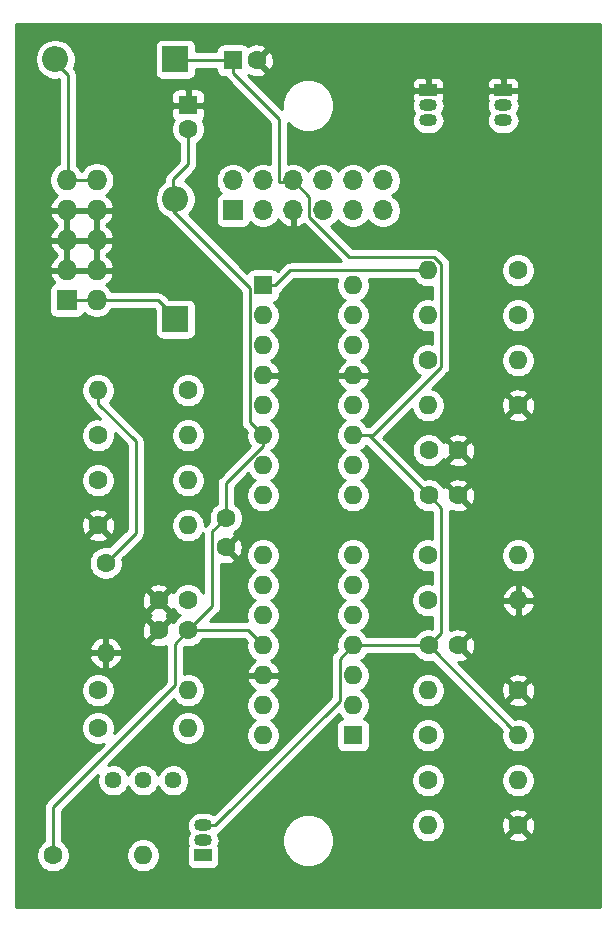
<source format=gbr>
G04 #@! TF.GenerationSoftware,KiCad,Pcbnew,5.1.5-52549c5~84~ubuntu18.04.1*
G04 #@! TF.CreationDate,2020-03-18T19:12:43-04:00*
G04 #@! TF.ProjectId,OBG-SVF-mainpcb,4f42472d-5356-4462-9d6d-61696e706362,rev?*
G04 #@! TF.SameCoordinates,Original*
G04 #@! TF.FileFunction,Copper,L2,Bot*
G04 #@! TF.FilePolarity,Positive*
%FSLAX46Y46*%
G04 Gerber Fmt 4.6, Leading zero omitted, Abs format (unit mm)*
G04 Created by KiCad (PCBNEW 5.1.5-52549c5~84~ubuntu18.04.1) date 2020-03-18 19:12:43*
%MOMM*%
%LPD*%
G04 APERTURE LIST*
%ADD10O,1.727200X1.727200*%
%ADD11R,1.727200X1.727200*%
%ADD12O,1.600000X1.600000*%
%ADD13R,1.600000X1.600000*%
%ADD14C,1.440000*%
%ADD15C,1.600000*%
%ADD16R,2.200000X2.200000*%
%ADD17O,2.200000X2.200000*%
%ADD18R,1.500000X1.050000*%
%ADD19O,1.500000X1.050000*%
%ADD20R,1.700000X1.700000*%
%ADD21O,1.700000X1.700000*%
%ADD22C,0.250000*%
%ADD23C,0.254000*%
G04 APERTURE END LIST*
D10*
X124340000Y-48240000D03*
X121800000Y-48240000D03*
X124340000Y-50780000D03*
X121800000Y-50780000D03*
X124340000Y-53320000D03*
X121800000Y-53320000D03*
X124340000Y-55860000D03*
X121800000Y-55860000D03*
X124340000Y-58400000D03*
D11*
X121800000Y-58400000D03*
D12*
X146050000Y-57150000D03*
X138430000Y-74930000D03*
X146050000Y-59690000D03*
X138430000Y-72390000D03*
X146050000Y-62230000D03*
X138430000Y-69850000D03*
X146050000Y-64770000D03*
X138430000Y-67310000D03*
X146050000Y-67310000D03*
X138430000Y-64770000D03*
X146050000Y-69850000D03*
X138430000Y-62230000D03*
X146050000Y-72390000D03*
X138430000Y-59690000D03*
X146050000Y-74930000D03*
D13*
X138430000Y-57150000D03*
D14*
X130810000Y-99060000D03*
X128270000Y-99060000D03*
X125730000Y-99060000D03*
D12*
X128270000Y-105410000D03*
D15*
X120650000Y-105410000D03*
D12*
X132080000Y-91440000D03*
D15*
X124460000Y-91440000D03*
D12*
X132080000Y-94615000D03*
D15*
X124460000Y-94615000D03*
D12*
X132080000Y-73660000D03*
D15*
X124460000Y-73660000D03*
D16*
X131000000Y-60000000D03*
D17*
X131000000Y-49840000D03*
D15*
X132080000Y-43910000D03*
D13*
X132080000Y-41910000D03*
D18*
X152400000Y-40640000D03*
D19*
X152400000Y-43180000D03*
X152400000Y-41910000D03*
D18*
X158750000Y-40640000D03*
D19*
X158750000Y-43180000D03*
X158750000Y-41910000D03*
D12*
X152400000Y-102870000D03*
D15*
X160020000Y-102870000D03*
D12*
X160020000Y-99060000D03*
D15*
X152400000Y-99060000D03*
D12*
X160020000Y-80010000D03*
D15*
X152400000Y-80010000D03*
D12*
X160020000Y-95250000D03*
D15*
X152400000Y-95250000D03*
D12*
X132080000Y-77470000D03*
D15*
X124460000Y-77470000D03*
D12*
X124460000Y-66040000D03*
D15*
X132080000Y-66040000D03*
D12*
X132080000Y-69850000D03*
D15*
X124460000Y-69850000D03*
D12*
X125095000Y-88265000D03*
D15*
X125095000Y-80645000D03*
D20*
X135890000Y-50800000D03*
D21*
X135890000Y-48260000D03*
X138430000Y-50800000D03*
X138430000Y-48260000D03*
X140970000Y-50800000D03*
X140970000Y-48260000D03*
X143510000Y-50800000D03*
X143510000Y-48260000D03*
X146050000Y-50800000D03*
X146050000Y-48260000D03*
X148590000Y-50800000D03*
X148590000Y-48260000D03*
D12*
X138430000Y-95250000D03*
X146050000Y-80010000D03*
X138430000Y-92710000D03*
X146050000Y-82550000D03*
X138430000Y-90170000D03*
X146050000Y-85090000D03*
X138430000Y-87630000D03*
X146050000Y-87630000D03*
X138430000Y-85090000D03*
X146050000Y-90170000D03*
X138430000Y-82550000D03*
X146050000Y-92710000D03*
X138430000Y-80010000D03*
D13*
X146050000Y-95250000D03*
D12*
X160020000Y-83820000D03*
D15*
X152400000Y-83820000D03*
D12*
X152400000Y-67310000D03*
D15*
X160020000Y-67310000D03*
D12*
X160020000Y-63500000D03*
D15*
X152400000Y-63500000D03*
D12*
X152400000Y-59690000D03*
D15*
X160020000Y-59690000D03*
D12*
X152400000Y-55880000D03*
D15*
X160020000Y-55880000D03*
D12*
X152400000Y-91440000D03*
D15*
X160020000Y-91440000D03*
D18*
X133350000Y-105410000D03*
D19*
X133350000Y-102870000D03*
X133350000Y-104140000D03*
D16*
X131000000Y-38000000D03*
D17*
X120840000Y-38000000D03*
D15*
X135255000Y-79335000D03*
X135255000Y-76835000D03*
X129580000Y-86360000D03*
X132080000Y-86360000D03*
X152440000Y-74930000D03*
X154940000Y-74930000D03*
X152440000Y-87630000D03*
X154940000Y-87630000D03*
X137890000Y-38100000D03*
D13*
X135890000Y-38100000D03*
D15*
X152440000Y-71120000D03*
X154940000Y-71120000D03*
X129580000Y-83820000D03*
X132080000Y-83820000D03*
D22*
X147360000Y-69850000D02*
X152440000Y-74930000D01*
X146050000Y-69850000D02*
X147360000Y-69850000D01*
X153525001Y-86544999D02*
X152440000Y-87630000D01*
X153525001Y-76015001D02*
X153525001Y-86544999D01*
X152440000Y-74930000D02*
X153525001Y-76015001D01*
X152440000Y-87630000D02*
X146050000Y-87630000D01*
X160020000Y-95210000D02*
X160020000Y-95250000D01*
X152440000Y-87630000D02*
X160020000Y-95210000D01*
X134350000Y-102870000D02*
X133350000Y-102870000D01*
X144924999Y-92295001D02*
X134350000Y-102870000D01*
X144924999Y-88755001D02*
X144924999Y-92295001D01*
X146050000Y-87630000D02*
X144924999Y-88755001D01*
X140875001Y-48354999D02*
X140970000Y-48260000D01*
X139794999Y-48354999D02*
X140875001Y-48354999D01*
X130810000Y-38100000D02*
X135890000Y-38100000D01*
X139794999Y-43054999D02*
X139794999Y-48354999D01*
X135890000Y-39150000D02*
X139794999Y-43054999D01*
X135890000Y-38100000D02*
X135890000Y-39150000D01*
X147715002Y-69850000D02*
X146050000Y-69850000D01*
X153525001Y-64040001D02*
X147715002Y-69850000D01*
X153525001Y-55339999D02*
X153525001Y-64040001D01*
X152940001Y-54754999D02*
X153525001Y-55339999D01*
X145725997Y-54754999D02*
X152940001Y-54754999D01*
X142334999Y-51364001D02*
X145725997Y-54754999D01*
X142334999Y-49624999D02*
X142334999Y-51364001D01*
X140970000Y-48260000D02*
X142334999Y-49624999D01*
X132080000Y-46910000D02*
X132080000Y-43910000D01*
X130810000Y-48180000D02*
X132080000Y-46910000D01*
X130810000Y-49530000D02*
X130810000Y-48180000D01*
X137304999Y-68724999D02*
X138430000Y-69850000D01*
X137304999Y-57374999D02*
X137304999Y-68724999D01*
X130810000Y-50880000D02*
X137304999Y-57374999D01*
X130810000Y-49530000D02*
X130810000Y-50880000D01*
X137160000Y-86360000D02*
X138430000Y-87630000D01*
X132080000Y-86360000D02*
X137160000Y-86360000D01*
X120650000Y-101323398D02*
X120650000Y-105410000D01*
X130954999Y-91018399D02*
X120650000Y-101323398D01*
X130954999Y-87485001D02*
X130954999Y-91018399D01*
X132080000Y-86360000D02*
X130954999Y-87485001D01*
X135255000Y-73899998D02*
X135255000Y-76835000D01*
X138430000Y-70724998D02*
X135255000Y-73899998D01*
X138430000Y-69850000D02*
X138430000Y-70724998D01*
X134129999Y-84310001D02*
X132080000Y-86360000D01*
X135255000Y-76835000D02*
X134129999Y-77960001D01*
X134129999Y-77960001D02*
X134129999Y-84310001D01*
X140750000Y-55880000D02*
X152400000Y-55880000D01*
X139480000Y-57150000D02*
X140750000Y-55880000D01*
X138430000Y-57150000D02*
X139480000Y-57150000D01*
X124460000Y-67171370D02*
X127635000Y-70346370D01*
X124460000Y-66040000D02*
X124460000Y-67171370D01*
X127635000Y-78105000D02*
X125095000Y-80645000D01*
X127635000Y-70346370D02*
X127635000Y-78105000D01*
X121920000Y-48260000D02*
X124460000Y-48260000D01*
X121920000Y-39370000D02*
X120650000Y-38100000D01*
X121920000Y-48260000D02*
X121920000Y-39370000D01*
X129540000Y-58420000D02*
X130810000Y-59690000D01*
X124460000Y-58420000D02*
X129540000Y-58420000D01*
X121920000Y-58420000D02*
X124460000Y-58420000D01*
D23*
G36*
X166955000Y-109805000D02*
G01*
X117525000Y-109805000D01*
X117525000Y-105268665D01*
X119215000Y-105268665D01*
X119215000Y-105551335D01*
X119270147Y-105828574D01*
X119378320Y-106089727D01*
X119535363Y-106324759D01*
X119735241Y-106524637D01*
X119970273Y-106681680D01*
X120231426Y-106789853D01*
X120508665Y-106845000D01*
X120791335Y-106845000D01*
X121068574Y-106789853D01*
X121329727Y-106681680D01*
X121564759Y-106524637D01*
X121764637Y-106324759D01*
X121921680Y-106089727D01*
X122029853Y-105828574D01*
X122085000Y-105551335D01*
X122085000Y-105268665D01*
X126835000Y-105268665D01*
X126835000Y-105551335D01*
X126890147Y-105828574D01*
X126998320Y-106089727D01*
X127155363Y-106324759D01*
X127355241Y-106524637D01*
X127590273Y-106681680D01*
X127851426Y-106789853D01*
X128128665Y-106845000D01*
X128411335Y-106845000D01*
X128688574Y-106789853D01*
X128949727Y-106681680D01*
X129184759Y-106524637D01*
X129384637Y-106324759D01*
X129541680Y-106089727D01*
X129649853Y-105828574D01*
X129705000Y-105551335D01*
X129705000Y-105268665D01*
X129649853Y-104991426D01*
X129541680Y-104730273D01*
X129384637Y-104495241D01*
X129184759Y-104295363D01*
X128949727Y-104138320D01*
X128688574Y-104030147D01*
X128411335Y-103975000D01*
X128128665Y-103975000D01*
X127851426Y-104030147D01*
X127590273Y-104138320D01*
X127355241Y-104295363D01*
X127155363Y-104495241D01*
X126998320Y-104730273D01*
X126890147Y-104991426D01*
X126835000Y-105268665D01*
X122085000Y-105268665D01*
X122029853Y-104991426D01*
X121921680Y-104730273D01*
X121764637Y-104495241D01*
X121564759Y-104295363D01*
X121410000Y-104191957D01*
X121410000Y-101638199D01*
X124457926Y-98590273D01*
X124427072Y-98664761D01*
X124375000Y-98926544D01*
X124375000Y-99193456D01*
X124427072Y-99455239D01*
X124529215Y-99701833D01*
X124677503Y-99923762D01*
X124866238Y-100112497D01*
X125088167Y-100260785D01*
X125334761Y-100362928D01*
X125596544Y-100415000D01*
X125863456Y-100415000D01*
X126125239Y-100362928D01*
X126371833Y-100260785D01*
X126593762Y-100112497D01*
X126782497Y-99923762D01*
X126930785Y-99701833D01*
X127000000Y-99534734D01*
X127069215Y-99701833D01*
X127217503Y-99923762D01*
X127406238Y-100112497D01*
X127628167Y-100260785D01*
X127874761Y-100362928D01*
X128136544Y-100415000D01*
X128403456Y-100415000D01*
X128665239Y-100362928D01*
X128911833Y-100260785D01*
X129133762Y-100112497D01*
X129322497Y-99923762D01*
X129470785Y-99701833D01*
X129540000Y-99534734D01*
X129609215Y-99701833D01*
X129757503Y-99923762D01*
X129946238Y-100112497D01*
X130168167Y-100260785D01*
X130414761Y-100362928D01*
X130676544Y-100415000D01*
X130943456Y-100415000D01*
X131205239Y-100362928D01*
X131451833Y-100260785D01*
X131673762Y-100112497D01*
X131862497Y-99923762D01*
X132010785Y-99701833D01*
X132112928Y-99455239D01*
X132165000Y-99193456D01*
X132165000Y-98926544D01*
X132112928Y-98664761D01*
X132010785Y-98418167D01*
X131862497Y-98196238D01*
X131673762Y-98007503D01*
X131451833Y-97859215D01*
X131205239Y-97757072D01*
X130943456Y-97705000D01*
X130676544Y-97705000D01*
X130414761Y-97757072D01*
X130168167Y-97859215D01*
X129946238Y-98007503D01*
X129757503Y-98196238D01*
X129609215Y-98418167D01*
X129540000Y-98585266D01*
X129470785Y-98418167D01*
X129322497Y-98196238D01*
X129133762Y-98007503D01*
X128911833Y-97859215D01*
X128665239Y-97757072D01*
X128403456Y-97705000D01*
X128136544Y-97705000D01*
X127874761Y-97757072D01*
X127628167Y-97859215D01*
X127406238Y-98007503D01*
X127217503Y-98196238D01*
X127069215Y-98418167D01*
X127000000Y-98585266D01*
X126930785Y-98418167D01*
X126782497Y-98196238D01*
X126593762Y-98007503D01*
X126371833Y-97859215D01*
X126125239Y-97757072D01*
X125863456Y-97705000D01*
X125596544Y-97705000D01*
X125334761Y-97757072D01*
X125260274Y-97787926D01*
X128574534Y-94473665D01*
X130645000Y-94473665D01*
X130645000Y-94756335D01*
X130700147Y-95033574D01*
X130808320Y-95294727D01*
X130965363Y-95529759D01*
X131165241Y-95729637D01*
X131400273Y-95886680D01*
X131661426Y-95994853D01*
X131938665Y-96050000D01*
X132221335Y-96050000D01*
X132498574Y-95994853D01*
X132759727Y-95886680D01*
X132994759Y-95729637D01*
X133194637Y-95529759D01*
X133351680Y-95294727D01*
X133459853Y-95033574D01*
X133515000Y-94756335D01*
X133515000Y-94473665D01*
X133459853Y-94196426D01*
X133351680Y-93935273D01*
X133194637Y-93700241D01*
X132994759Y-93500363D01*
X132759727Y-93343320D01*
X132498574Y-93235147D01*
X132221335Y-93180000D01*
X131938665Y-93180000D01*
X131661426Y-93235147D01*
X131400273Y-93343320D01*
X131165241Y-93500363D01*
X130965363Y-93700241D01*
X130808320Y-93935273D01*
X130700147Y-94196426D01*
X130645000Y-94473665D01*
X128574534Y-94473665D01*
X130856446Y-92191753D01*
X130965363Y-92354759D01*
X131165241Y-92554637D01*
X131400273Y-92711680D01*
X131661426Y-92819853D01*
X131938665Y-92875000D01*
X132221335Y-92875000D01*
X132498574Y-92819853D01*
X132759727Y-92711680D01*
X132973764Y-92568665D01*
X136995000Y-92568665D01*
X136995000Y-92851335D01*
X137050147Y-93128574D01*
X137158320Y-93389727D01*
X137315363Y-93624759D01*
X137515241Y-93824637D01*
X137747759Y-93980000D01*
X137515241Y-94135363D01*
X137315363Y-94335241D01*
X137158320Y-94570273D01*
X137050147Y-94831426D01*
X136995000Y-95108665D01*
X136995000Y-95391335D01*
X137050147Y-95668574D01*
X137158320Y-95929727D01*
X137315363Y-96164759D01*
X137515241Y-96364637D01*
X137750273Y-96521680D01*
X138011426Y-96629853D01*
X138288665Y-96685000D01*
X138571335Y-96685000D01*
X138848574Y-96629853D01*
X139109727Y-96521680D01*
X139344759Y-96364637D01*
X139544637Y-96164759D01*
X139701680Y-95929727D01*
X139809853Y-95668574D01*
X139865000Y-95391335D01*
X139865000Y-95108665D01*
X139809853Y-94831426D01*
X139701680Y-94570273D01*
X139544637Y-94335241D01*
X139344759Y-94135363D01*
X139112241Y-93980000D01*
X139344759Y-93824637D01*
X139544637Y-93624759D01*
X139701680Y-93389727D01*
X139809853Y-93128574D01*
X139865000Y-92851335D01*
X139865000Y-92568665D01*
X139809853Y-92291426D01*
X139701680Y-92030273D01*
X139544637Y-91795241D01*
X139344759Y-91595363D01*
X139109727Y-91438320D01*
X139099135Y-91433933D01*
X139285131Y-91322385D01*
X139493519Y-91133414D01*
X139661037Y-90907420D01*
X139781246Y-90653087D01*
X139821904Y-90519039D01*
X139699915Y-90297000D01*
X138557000Y-90297000D01*
X138557000Y-90317000D01*
X138303000Y-90317000D01*
X138303000Y-90297000D01*
X137160085Y-90297000D01*
X137038096Y-90519039D01*
X137078754Y-90653087D01*
X137198963Y-90907420D01*
X137366481Y-91133414D01*
X137574869Y-91322385D01*
X137760865Y-91433933D01*
X137750273Y-91438320D01*
X137515241Y-91595363D01*
X137315363Y-91795241D01*
X137158320Y-92030273D01*
X137050147Y-92291426D01*
X136995000Y-92568665D01*
X132973764Y-92568665D01*
X132994759Y-92554637D01*
X133194637Y-92354759D01*
X133351680Y-92119727D01*
X133459853Y-91858574D01*
X133515000Y-91581335D01*
X133515000Y-91298665D01*
X133459853Y-91021426D01*
X133351680Y-90760273D01*
X133194637Y-90525241D01*
X132994759Y-90325363D01*
X132759727Y-90168320D01*
X132498574Y-90060147D01*
X132221335Y-90005000D01*
X131938665Y-90005000D01*
X131714999Y-90049491D01*
X131714999Y-87799802D01*
X131756113Y-87758688D01*
X131938665Y-87795000D01*
X132221335Y-87795000D01*
X132498574Y-87739853D01*
X132759727Y-87631680D01*
X132994759Y-87474637D01*
X133194637Y-87274759D01*
X133298043Y-87120000D01*
X136845199Y-87120000D01*
X137031312Y-87306114D01*
X136995000Y-87488665D01*
X136995000Y-87771335D01*
X137050147Y-88048574D01*
X137158320Y-88309727D01*
X137315363Y-88544759D01*
X137515241Y-88744637D01*
X137750273Y-88901680D01*
X137760865Y-88906067D01*
X137574869Y-89017615D01*
X137366481Y-89206586D01*
X137198963Y-89432580D01*
X137078754Y-89686913D01*
X137038096Y-89820961D01*
X137160085Y-90043000D01*
X138303000Y-90043000D01*
X138303000Y-90023000D01*
X138557000Y-90023000D01*
X138557000Y-90043000D01*
X139699915Y-90043000D01*
X139821904Y-89820961D01*
X139781246Y-89686913D01*
X139661037Y-89432580D01*
X139493519Y-89206586D01*
X139285131Y-89017615D01*
X139099135Y-88906067D01*
X139109727Y-88901680D01*
X139344759Y-88744637D01*
X139544637Y-88544759D01*
X139701680Y-88309727D01*
X139809853Y-88048574D01*
X139865000Y-87771335D01*
X139865000Y-87488665D01*
X139809853Y-87211426D01*
X139701680Y-86950273D01*
X139544637Y-86715241D01*
X139344759Y-86515363D01*
X139112241Y-86360000D01*
X139344759Y-86204637D01*
X139544637Y-86004759D01*
X139701680Y-85769727D01*
X139809853Y-85508574D01*
X139865000Y-85231335D01*
X139865000Y-84948665D01*
X139809853Y-84671426D01*
X139701680Y-84410273D01*
X139544637Y-84175241D01*
X139344759Y-83975363D01*
X139112241Y-83820000D01*
X139344759Y-83664637D01*
X139544637Y-83464759D01*
X139701680Y-83229727D01*
X139809853Y-82968574D01*
X139865000Y-82691335D01*
X139865000Y-82408665D01*
X139809853Y-82131426D01*
X139701680Y-81870273D01*
X139544637Y-81635241D01*
X139344759Y-81435363D01*
X139112241Y-81280000D01*
X139344759Y-81124637D01*
X139544637Y-80924759D01*
X139701680Y-80689727D01*
X139809853Y-80428574D01*
X139865000Y-80151335D01*
X139865000Y-79868665D01*
X139809853Y-79591426D01*
X139701680Y-79330273D01*
X139544637Y-79095241D01*
X139344759Y-78895363D01*
X139109727Y-78738320D01*
X138848574Y-78630147D01*
X138571335Y-78575000D01*
X138288665Y-78575000D01*
X138011426Y-78630147D01*
X137750273Y-78738320D01*
X137515241Y-78895363D01*
X137315363Y-79095241D01*
X137158320Y-79330273D01*
X137050147Y-79591426D01*
X136995000Y-79868665D01*
X136995000Y-80151335D01*
X137050147Y-80428574D01*
X137158320Y-80689727D01*
X137315363Y-80924759D01*
X137515241Y-81124637D01*
X137747759Y-81280000D01*
X137515241Y-81435363D01*
X137315363Y-81635241D01*
X137158320Y-81870273D01*
X137050147Y-82131426D01*
X136995000Y-82408665D01*
X136995000Y-82691335D01*
X137050147Y-82968574D01*
X137158320Y-83229727D01*
X137315363Y-83464759D01*
X137515241Y-83664637D01*
X137747759Y-83820000D01*
X137515241Y-83975363D01*
X137315363Y-84175241D01*
X137158320Y-84410273D01*
X137050147Y-84671426D01*
X136995000Y-84948665D01*
X136995000Y-85231335D01*
X137050147Y-85508574D01*
X137088017Y-85600000D01*
X133914802Y-85600000D01*
X134641007Y-84873796D01*
X134670000Y-84850002D01*
X134693794Y-84821009D01*
X134693798Y-84821005D01*
X134764972Y-84734278D01*
X134764973Y-84734277D01*
X134835545Y-84602248D01*
X134879002Y-84458987D01*
X134889999Y-84347334D01*
X134889999Y-84347325D01*
X134893675Y-84310002D01*
X134889999Y-84272679D01*
X134889999Y-80722902D01*
X135043184Y-80761300D01*
X135325512Y-80775217D01*
X135605130Y-80733787D01*
X135871292Y-80638603D01*
X135996514Y-80571671D01*
X136068097Y-80327702D01*
X135255000Y-79514605D01*
X135240858Y-79528748D01*
X135061253Y-79349143D01*
X135075395Y-79335000D01*
X135434605Y-79335000D01*
X136247702Y-80148097D01*
X136491671Y-80076514D01*
X136612571Y-79821004D01*
X136681300Y-79546816D01*
X136695217Y-79264488D01*
X136653787Y-78984870D01*
X136558603Y-78718708D01*
X136491671Y-78593486D01*
X136247702Y-78521903D01*
X135434605Y-79335000D01*
X135075395Y-79335000D01*
X135061253Y-79320858D01*
X135240858Y-79141253D01*
X135255000Y-79155395D01*
X136068097Y-78342298D01*
X135996514Y-78098329D01*
X135967659Y-78084676D01*
X136169759Y-77949637D01*
X136369637Y-77749759D01*
X136526680Y-77514727D01*
X136634853Y-77253574D01*
X136690000Y-76976335D01*
X136690000Y-76693665D01*
X136634853Y-76416426D01*
X136526680Y-76155273D01*
X136369637Y-75920241D01*
X136169759Y-75720363D01*
X136015000Y-75616957D01*
X136015000Y-74214799D01*
X137159022Y-73070778D01*
X137315363Y-73304759D01*
X137515241Y-73504637D01*
X137747759Y-73660000D01*
X137515241Y-73815363D01*
X137315363Y-74015241D01*
X137158320Y-74250273D01*
X137050147Y-74511426D01*
X136995000Y-74788665D01*
X136995000Y-75071335D01*
X137050147Y-75348574D01*
X137158320Y-75609727D01*
X137315363Y-75844759D01*
X137515241Y-76044637D01*
X137750273Y-76201680D01*
X138011426Y-76309853D01*
X138288665Y-76365000D01*
X138571335Y-76365000D01*
X138848574Y-76309853D01*
X139109727Y-76201680D01*
X139344759Y-76044637D01*
X139544637Y-75844759D01*
X139701680Y-75609727D01*
X139809853Y-75348574D01*
X139865000Y-75071335D01*
X139865000Y-74788665D01*
X139809853Y-74511426D01*
X139701680Y-74250273D01*
X139544637Y-74015241D01*
X139344759Y-73815363D01*
X139112241Y-73660000D01*
X139344759Y-73504637D01*
X139544637Y-73304759D01*
X139701680Y-73069727D01*
X139809853Y-72808574D01*
X139865000Y-72531335D01*
X139865000Y-72248665D01*
X139809853Y-71971426D01*
X139701680Y-71710273D01*
X139544637Y-71475241D01*
X139344759Y-71275363D01*
X139112241Y-71120000D01*
X139344759Y-70964637D01*
X139544637Y-70764759D01*
X139701680Y-70529727D01*
X139809853Y-70268574D01*
X139865000Y-69991335D01*
X139865000Y-69708665D01*
X139809853Y-69431426D01*
X139701680Y-69170273D01*
X139544637Y-68935241D01*
X139344759Y-68735363D01*
X139112241Y-68580000D01*
X139344759Y-68424637D01*
X139544637Y-68224759D01*
X139701680Y-67989727D01*
X139809853Y-67728574D01*
X139865000Y-67451335D01*
X139865000Y-67168665D01*
X139809853Y-66891426D01*
X139701680Y-66630273D01*
X139544637Y-66395241D01*
X139344759Y-66195363D01*
X139109727Y-66038320D01*
X139099135Y-66033933D01*
X139285131Y-65922385D01*
X139493519Y-65733414D01*
X139661037Y-65507420D01*
X139781246Y-65253087D01*
X139821904Y-65119039D01*
X139699915Y-64897000D01*
X138557000Y-64897000D01*
X138557000Y-64917000D01*
X138303000Y-64917000D01*
X138303000Y-64897000D01*
X138283000Y-64897000D01*
X138283000Y-64643000D01*
X138303000Y-64643000D01*
X138303000Y-64623000D01*
X138557000Y-64623000D01*
X138557000Y-64643000D01*
X139699915Y-64643000D01*
X139821904Y-64420961D01*
X139781246Y-64286913D01*
X139661037Y-64032580D01*
X139493519Y-63806586D01*
X139285131Y-63617615D01*
X139099135Y-63506067D01*
X139109727Y-63501680D01*
X139344759Y-63344637D01*
X139544637Y-63144759D01*
X139701680Y-62909727D01*
X139809853Y-62648574D01*
X139865000Y-62371335D01*
X139865000Y-62088665D01*
X139809853Y-61811426D01*
X139701680Y-61550273D01*
X139544637Y-61315241D01*
X139344759Y-61115363D01*
X139112241Y-60960000D01*
X139344759Y-60804637D01*
X139544637Y-60604759D01*
X139701680Y-60369727D01*
X139809853Y-60108574D01*
X139865000Y-59831335D01*
X139865000Y-59548665D01*
X139809853Y-59271426D01*
X139701680Y-59010273D01*
X139544637Y-58775241D01*
X139346039Y-58576643D01*
X139354482Y-58575812D01*
X139474180Y-58539502D01*
X139584494Y-58480537D01*
X139681185Y-58401185D01*
X139760537Y-58304494D01*
X139819502Y-58194180D01*
X139855812Y-58074482D01*
X139868072Y-57950000D01*
X139868072Y-57804326D01*
X139904276Y-57784974D01*
X140020001Y-57690001D01*
X140043804Y-57660997D01*
X141064802Y-56640000D01*
X144708017Y-56640000D01*
X144670147Y-56731426D01*
X144615000Y-57008665D01*
X144615000Y-57291335D01*
X144670147Y-57568574D01*
X144778320Y-57829727D01*
X144935363Y-58064759D01*
X145135241Y-58264637D01*
X145367759Y-58420000D01*
X145135241Y-58575363D01*
X144935363Y-58775241D01*
X144778320Y-59010273D01*
X144670147Y-59271426D01*
X144615000Y-59548665D01*
X144615000Y-59831335D01*
X144670147Y-60108574D01*
X144778320Y-60369727D01*
X144935363Y-60604759D01*
X145135241Y-60804637D01*
X145367759Y-60960000D01*
X145135241Y-61115363D01*
X144935363Y-61315241D01*
X144778320Y-61550273D01*
X144670147Y-61811426D01*
X144615000Y-62088665D01*
X144615000Y-62371335D01*
X144670147Y-62648574D01*
X144778320Y-62909727D01*
X144935363Y-63144759D01*
X145135241Y-63344637D01*
X145370273Y-63501680D01*
X145380865Y-63506067D01*
X145194869Y-63617615D01*
X144986481Y-63806586D01*
X144818963Y-64032580D01*
X144698754Y-64286913D01*
X144658096Y-64420961D01*
X144780085Y-64643000D01*
X145923000Y-64643000D01*
X145923000Y-64623000D01*
X146177000Y-64623000D01*
X146177000Y-64643000D01*
X147319915Y-64643000D01*
X147441904Y-64420961D01*
X147401246Y-64286913D01*
X147281037Y-64032580D01*
X147113519Y-63806586D01*
X146905131Y-63617615D01*
X146719135Y-63506067D01*
X146729727Y-63501680D01*
X146964759Y-63344637D01*
X147164637Y-63144759D01*
X147321680Y-62909727D01*
X147429853Y-62648574D01*
X147485000Y-62371335D01*
X147485000Y-62088665D01*
X147429853Y-61811426D01*
X147321680Y-61550273D01*
X147164637Y-61315241D01*
X146964759Y-61115363D01*
X146732241Y-60960000D01*
X146964759Y-60804637D01*
X147164637Y-60604759D01*
X147321680Y-60369727D01*
X147429853Y-60108574D01*
X147485000Y-59831335D01*
X147485000Y-59548665D01*
X147429853Y-59271426D01*
X147321680Y-59010273D01*
X147164637Y-58775241D01*
X146964759Y-58575363D01*
X146732241Y-58420000D01*
X146964759Y-58264637D01*
X147164637Y-58064759D01*
X147321680Y-57829727D01*
X147429853Y-57568574D01*
X147485000Y-57291335D01*
X147485000Y-57008665D01*
X147429853Y-56731426D01*
X147391983Y-56640000D01*
X151181957Y-56640000D01*
X151285363Y-56794759D01*
X151485241Y-56994637D01*
X151720273Y-57151680D01*
X151981426Y-57259853D01*
X152258665Y-57315000D01*
X152541335Y-57315000D01*
X152765001Y-57270509D01*
X152765001Y-58299491D01*
X152541335Y-58255000D01*
X152258665Y-58255000D01*
X151981426Y-58310147D01*
X151720273Y-58418320D01*
X151485241Y-58575363D01*
X151285363Y-58775241D01*
X151128320Y-59010273D01*
X151020147Y-59271426D01*
X150965000Y-59548665D01*
X150965000Y-59831335D01*
X151020147Y-60108574D01*
X151128320Y-60369727D01*
X151285363Y-60604759D01*
X151485241Y-60804637D01*
X151720273Y-60961680D01*
X151981426Y-61069853D01*
X152258665Y-61125000D01*
X152541335Y-61125000D01*
X152765002Y-61080509D01*
X152765002Y-62109491D01*
X152541335Y-62065000D01*
X152258665Y-62065000D01*
X151981426Y-62120147D01*
X151720273Y-62228320D01*
X151485241Y-62385363D01*
X151285363Y-62585241D01*
X151128320Y-62820273D01*
X151020147Y-63081426D01*
X150965000Y-63358665D01*
X150965000Y-63641335D01*
X151020147Y-63918574D01*
X151128320Y-64179727D01*
X151285363Y-64414759D01*
X151485241Y-64614637D01*
X151719222Y-64770978D01*
X147400201Y-69090000D01*
X147397322Y-69090000D01*
X147360000Y-69086324D01*
X147322678Y-69090000D01*
X147268043Y-69090000D01*
X147164637Y-68935241D01*
X146964759Y-68735363D01*
X146732241Y-68580000D01*
X146964759Y-68424637D01*
X147164637Y-68224759D01*
X147321680Y-67989727D01*
X147429853Y-67728574D01*
X147485000Y-67451335D01*
X147485000Y-67168665D01*
X147429853Y-66891426D01*
X147321680Y-66630273D01*
X147164637Y-66395241D01*
X146964759Y-66195363D01*
X146729727Y-66038320D01*
X146719135Y-66033933D01*
X146905131Y-65922385D01*
X147113519Y-65733414D01*
X147281037Y-65507420D01*
X147401246Y-65253087D01*
X147441904Y-65119039D01*
X147319915Y-64897000D01*
X146177000Y-64897000D01*
X146177000Y-64917000D01*
X145923000Y-64917000D01*
X145923000Y-64897000D01*
X144780085Y-64897000D01*
X144658096Y-65119039D01*
X144698754Y-65253087D01*
X144818963Y-65507420D01*
X144986481Y-65733414D01*
X145194869Y-65922385D01*
X145380865Y-66033933D01*
X145370273Y-66038320D01*
X145135241Y-66195363D01*
X144935363Y-66395241D01*
X144778320Y-66630273D01*
X144670147Y-66891426D01*
X144615000Y-67168665D01*
X144615000Y-67451335D01*
X144670147Y-67728574D01*
X144778320Y-67989727D01*
X144935363Y-68224759D01*
X145135241Y-68424637D01*
X145367759Y-68580000D01*
X145135241Y-68735363D01*
X144935363Y-68935241D01*
X144778320Y-69170273D01*
X144670147Y-69431426D01*
X144615000Y-69708665D01*
X144615000Y-69991335D01*
X144670147Y-70268574D01*
X144778320Y-70529727D01*
X144935363Y-70764759D01*
X145135241Y-70964637D01*
X145367759Y-71120000D01*
X145135241Y-71275363D01*
X144935363Y-71475241D01*
X144778320Y-71710273D01*
X144670147Y-71971426D01*
X144615000Y-72248665D01*
X144615000Y-72531335D01*
X144670147Y-72808574D01*
X144778320Y-73069727D01*
X144935363Y-73304759D01*
X145135241Y-73504637D01*
X145367759Y-73660000D01*
X145135241Y-73815363D01*
X144935363Y-74015241D01*
X144778320Y-74250273D01*
X144670147Y-74511426D01*
X144615000Y-74788665D01*
X144615000Y-75071335D01*
X144670147Y-75348574D01*
X144778320Y-75609727D01*
X144935363Y-75844759D01*
X145135241Y-76044637D01*
X145370273Y-76201680D01*
X145631426Y-76309853D01*
X145908665Y-76365000D01*
X146191335Y-76365000D01*
X146468574Y-76309853D01*
X146729727Y-76201680D01*
X146964759Y-76044637D01*
X147164637Y-75844759D01*
X147321680Y-75609727D01*
X147429853Y-75348574D01*
X147485000Y-75071335D01*
X147485000Y-74788665D01*
X147429853Y-74511426D01*
X147321680Y-74250273D01*
X147164637Y-74015241D01*
X146964759Y-73815363D01*
X146732241Y-73660000D01*
X146964759Y-73504637D01*
X147164637Y-73304759D01*
X147321680Y-73069727D01*
X147429853Y-72808574D01*
X147485000Y-72531335D01*
X147485000Y-72248665D01*
X147429853Y-71971426D01*
X147321680Y-71710273D01*
X147164637Y-71475241D01*
X146964759Y-71275363D01*
X146732241Y-71120000D01*
X146964759Y-70964637D01*
X147164637Y-70764759D01*
X147178785Y-70743586D01*
X151041312Y-74606114D01*
X151005000Y-74788665D01*
X151005000Y-75071335D01*
X151060147Y-75348574D01*
X151168320Y-75609727D01*
X151325363Y-75844759D01*
X151525241Y-76044637D01*
X151760273Y-76201680D01*
X152021426Y-76309853D01*
X152298665Y-76365000D01*
X152581335Y-76365000D01*
X152763886Y-76328688D01*
X152765001Y-76329803D01*
X152765001Y-78619491D01*
X152541335Y-78575000D01*
X152258665Y-78575000D01*
X151981426Y-78630147D01*
X151720273Y-78738320D01*
X151485241Y-78895363D01*
X151285363Y-79095241D01*
X151128320Y-79330273D01*
X151020147Y-79591426D01*
X150965000Y-79868665D01*
X150965000Y-80151335D01*
X151020147Y-80428574D01*
X151128320Y-80689727D01*
X151285363Y-80924759D01*
X151485241Y-81124637D01*
X151720273Y-81281680D01*
X151981426Y-81389853D01*
X152258665Y-81445000D01*
X152541335Y-81445000D01*
X152765002Y-81400509D01*
X152765002Y-82429491D01*
X152541335Y-82385000D01*
X152258665Y-82385000D01*
X151981426Y-82440147D01*
X151720273Y-82548320D01*
X151485241Y-82705363D01*
X151285363Y-82905241D01*
X151128320Y-83140273D01*
X151020147Y-83401426D01*
X150965000Y-83678665D01*
X150965000Y-83961335D01*
X151020147Y-84238574D01*
X151128320Y-84499727D01*
X151285363Y-84734759D01*
X151485241Y-84934637D01*
X151720273Y-85091680D01*
X151981426Y-85199853D01*
X152258665Y-85255000D01*
X152541335Y-85255000D01*
X152765002Y-85210509D01*
X152765002Y-86230196D01*
X152763886Y-86231312D01*
X152581335Y-86195000D01*
X152298665Y-86195000D01*
X152021426Y-86250147D01*
X151760273Y-86358320D01*
X151525241Y-86515363D01*
X151325363Y-86715241D01*
X151221957Y-86870000D01*
X147268043Y-86870000D01*
X147164637Y-86715241D01*
X146964759Y-86515363D01*
X146732241Y-86360000D01*
X146964759Y-86204637D01*
X147164637Y-86004759D01*
X147321680Y-85769727D01*
X147429853Y-85508574D01*
X147485000Y-85231335D01*
X147485000Y-84948665D01*
X147429853Y-84671426D01*
X147321680Y-84410273D01*
X147164637Y-84175241D01*
X146964759Y-83975363D01*
X146732241Y-83820000D01*
X146964759Y-83664637D01*
X147164637Y-83464759D01*
X147321680Y-83229727D01*
X147429853Y-82968574D01*
X147485000Y-82691335D01*
X147485000Y-82408665D01*
X147429853Y-82131426D01*
X147321680Y-81870273D01*
X147164637Y-81635241D01*
X146964759Y-81435363D01*
X146732241Y-81280000D01*
X146964759Y-81124637D01*
X147164637Y-80924759D01*
X147321680Y-80689727D01*
X147429853Y-80428574D01*
X147485000Y-80151335D01*
X147485000Y-79868665D01*
X147429853Y-79591426D01*
X147321680Y-79330273D01*
X147164637Y-79095241D01*
X146964759Y-78895363D01*
X146729727Y-78738320D01*
X146468574Y-78630147D01*
X146191335Y-78575000D01*
X145908665Y-78575000D01*
X145631426Y-78630147D01*
X145370273Y-78738320D01*
X145135241Y-78895363D01*
X144935363Y-79095241D01*
X144778320Y-79330273D01*
X144670147Y-79591426D01*
X144615000Y-79868665D01*
X144615000Y-80151335D01*
X144670147Y-80428574D01*
X144778320Y-80689727D01*
X144935363Y-80924759D01*
X145135241Y-81124637D01*
X145367759Y-81280000D01*
X145135241Y-81435363D01*
X144935363Y-81635241D01*
X144778320Y-81870273D01*
X144670147Y-82131426D01*
X144615000Y-82408665D01*
X144615000Y-82691335D01*
X144670147Y-82968574D01*
X144778320Y-83229727D01*
X144935363Y-83464759D01*
X145135241Y-83664637D01*
X145367759Y-83820000D01*
X145135241Y-83975363D01*
X144935363Y-84175241D01*
X144778320Y-84410273D01*
X144670147Y-84671426D01*
X144615000Y-84948665D01*
X144615000Y-85231335D01*
X144670147Y-85508574D01*
X144778320Y-85769727D01*
X144935363Y-86004759D01*
X145135241Y-86204637D01*
X145367759Y-86360000D01*
X145135241Y-86515363D01*
X144935363Y-86715241D01*
X144778320Y-86950273D01*
X144670147Y-87211426D01*
X144615000Y-87488665D01*
X144615000Y-87771335D01*
X144651312Y-87953887D01*
X144414001Y-88191197D01*
X144384998Y-88215000D01*
X144343987Y-88264973D01*
X144290025Y-88330725D01*
X144219454Y-88462754D01*
X144219453Y-88462755D01*
X144175996Y-88606016D01*
X144164999Y-88717669D01*
X144164999Y-88717679D01*
X144161323Y-88755001D01*
X144164999Y-88792324D01*
X144165000Y-91980198D01*
X134234548Y-101910651D01*
X134222579Y-101900829D01*
X134021060Y-101793115D01*
X133802400Y-101726785D01*
X133631979Y-101710000D01*
X133068021Y-101710000D01*
X132897600Y-101726785D01*
X132678940Y-101793115D01*
X132477421Y-101900829D01*
X132300788Y-102045788D01*
X132155829Y-102222421D01*
X132048115Y-102423940D01*
X131981785Y-102642600D01*
X131959388Y-102870000D01*
X131981785Y-103097400D01*
X132048115Y-103316060D01*
X132149105Y-103505000D01*
X132048115Y-103693940D01*
X131981785Y-103912600D01*
X131959388Y-104140000D01*
X131981785Y-104367400D01*
X132045093Y-104576098D01*
X132010498Y-104640820D01*
X131974188Y-104760518D01*
X131961928Y-104885000D01*
X131961928Y-105935000D01*
X131974188Y-106059482D01*
X132010498Y-106179180D01*
X132069463Y-106289494D01*
X132148815Y-106386185D01*
X132245506Y-106465537D01*
X132355820Y-106524502D01*
X132475518Y-106560812D01*
X132600000Y-106573072D01*
X134100000Y-106573072D01*
X134224482Y-106560812D01*
X134344180Y-106524502D01*
X134454494Y-106465537D01*
X134551185Y-106386185D01*
X134630537Y-106289494D01*
X134689502Y-106179180D01*
X134725812Y-106059482D01*
X134738072Y-105935000D01*
X134738072Y-104885000D01*
X134725812Y-104760518D01*
X134689502Y-104640820D01*
X134654907Y-104576098D01*
X134718215Y-104367400D01*
X134740612Y-104140000D01*
X134718932Y-103919872D01*
X140005000Y-103919872D01*
X140005000Y-104360128D01*
X140090890Y-104791925D01*
X140259369Y-105198669D01*
X140503962Y-105564729D01*
X140815271Y-105876038D01*
X141181331Y-106120631D01*
X141588075Y-106289110D01*
X142019872Y-106375000D01*
X142460128Y-106375000D01*
X142891925Y-106289110D01*
X143298669Y-106120631D01*
X143664729Y-105876038D01*
X143976038Y-105564729D01*
X144220631Y-105198669D01*
X144389110Y-104791925D01*
X144475000Y-104360128D01*
X144475000Y-103919872D01*
X144389110Y-103488075D01*
X144220631Y-103081331D01*
X143984988Y-102728665D01*
X150965000Y-102728665D01*
X150965000Y-103011335D01*
X151020147Y-103288574D01*
X151128320Y-103549727D01*
X151285363Y-103784759D01*
X151485241Y-103984637D01*
X151720273Y-104141680D01*
X151981426Y-104249853D01*
X152258665Y-104305000D01*
X152541335Y-104305000D01*
X152818574Y-104249853D01*
X153079727Y-104141680D01*
X153314759Y-103984637D01*
X153436694Y-103862702D01*
X159206903Y-103862702D01*
X159278486Y-104106671D01*
X159533996Y-104227571D01*
X159808184Y-104296300D01*
X160090512Y-104310217D01*
X160370130Y-104268787D01*
X160636292Y-104173603D01*
X160761514Y-104106671D01*
X160833097Y-103862702D01*
X160020000Y-103049605D01*
X159206903Y-103862702D01*
X153436694Y-103862702D01*
X153514637Y-103784759D01*
X153671680Y-103549727D01*
X153779853Y-103288574D01*
X153835000Y-103011335D01*
X153835000Y-102940512D01*
X158579783Y-102940512D01*
X158621213Y-103220130D01*
X158716397Y-103486292D01*
X158783329Y-103611514D01*
X159027298Y-103683097D01*
X159840395Y-102870000D01*
X160199605Y-102870000D01*
X161012702Y-103683097D01*
X161256671Y-103611514D01*
X161377571Y-103356004D01*
X161446300Y-103081816D01*
X161460217Y-102799488D01*
X161418787Y-102519870D01*
X161323603Y-102253708D01*
X161256671Y-102128486D01*
X161012702Y-102056903D01*
X160199605Y-102870000D01*
X159840395Y-102870000D01*
X159027298Y-102056903D01*
X158783329Y-102128486D01*
X158662429Y-102383996D01*
X158593700Y-102658184D01*
X158579783Y-102940512D01*
X153835000Y-102940512D01*
X153835000Y-102728665D01*
X153779853Y-102451426D01*
X153671680Y-102190273D01*
X153514637Y-101955241D01*
X153436694Y-101877298D01*
X159206903Y-101877298D01*
X160020000Y-102690395D01*
X160833097Y-101877298D01*
X160761514Y-101633329D01*
X160506004Y-101512429D01*
X160231816Y-101443700D01*
X159949488Y-101429783D01*
X159669870Y-101471213D01*
X159403708Y-101566397D01*
X159278486Y-101633329D01*
X159206903Y-101877298D01*
X153436694Y-101877298D01*
X153314759Y-101755363D01*
X153079727Y-101598320D01*
X152818574Y-101490147D01*
X152541335Y-101435000D01*
X152258665Y-101435000D01*
X151981426Y-101490147D01*
X151720273Y-101598320D01*
X151485241Y-101755363D01*
X151285363Y-101955241D01*
X151128320Y-102190273D01*
X151020147Y-102451426D01*
X150965000Y-102728665D01*
X143984988Y-102728665D01*
X143976038Y-102715271D01*
X143664729Y-102403962D01*
X143298669Y-102159369D01*
X142891925Y-101990890D01*
X142460128Y-101905000D01*
X142019872Y-101905000D01*
X141588075Y-101990890D01*
X141181331Y-102159369D01*
X140815271Y-102403962D01*
X140503962Y-102715271D01*
X140259369Y-103081331D01*
X140090890Y-103488075D01*
X140005000Y-103919872D01*
X134718932Y-103919872D01*
X134718215Y-103912600D01*
X134651885Y-103693940D01*
X134596087Y-103589548D01*
X134642247Y-103575546D01*
X134774276Y-103504974D01*
X134890001Y-103410001D01*
X134913804Y-103380997D01*
X139376136Y-98918665D01*
X150965000Y-98918665D01*
X150965000Y-99201335D01*
X151020147Y-99478574D01*
X151128320Y-99739727D01*
X151285363Y-99974759D01*
X151485241Y-100174637D01*
X151720273Y-100331680D01*
X151981426Y-100439853D01*
X152258665Y-100495000D01*
X152541335Y-100495000D01*
X152818574Y-100439853D01*
X153079727Y-100331680D01*
X153314759Y-100174637D01*
X153514637Y-99974759D01*
X153671680Y-99739727D01*
X153779853Y-99478574D01*
X153835000Y-99201335D01*
X153835000Y-98918665D01*
X158585000Y-98918665D01*
X158585000Y-99201335D01*
X158640147Y-99478574D01*
X158748320Y-99739727D01*
X158905363Y-99974759D01*
X159105241Y-100174637D01*
X159340273Y-100331680D01*
X159601426Y-100439853D01*
X159878665Y-100495000D01*
X160161335Y-100495000D01*
X160438574Y-100439853D01*
X160699727Y-100331680D01*
X160934759Y-100174637D01*
X161134637Y-99974759D01*
X161291680Y-99739727D01*
X161399853Y-99478574D01*
X161455000Y-99201335D01*
X161455000Y-98918665D01*
X161399853Y-98641426D01*
X161291680Y-98380273D01*
X161134637Y-98145241D01*
X160934759Y-97945363D01*
X160699727Y-97788320D01*
X160438574Y-97680147D01*
X160161335Y-97625000D01*
X159878665Y-97625000D01*
X159601426Y-97680147D01*
X159340273Y-97788320D01*
X159105241Y-97945363D01*
X158905363Y-98145241D01*
X158748320Y-98380273D01*
X158640147Y-98641426D01*
X158585000Y-98918665D01*
X153835000Y-98918665D01*
X153779853Y-98641426D01*
X153671680Y-98380273D01*
X153514637Y-98145241D01*
X153314759Y-97945363D01*
X153079727Y-97788320D01*
X152818574Y-97680147D01*
X152541335Y-97625000D01*
X152258665Y-97625000D01*
X151981426Y-97680147D01*
X151720273Y-97788320D01*
X151485241Y-97945363D01*
X151285363Y-98145241D01*
X151128320Y-98380273D01*
X151020147Y-98641426D01*
X150965000Y-98918665D01*
X139376136Y-98918665D01*
X144829091Y-93465711D01*
X144935363Y-93624759D01*
X145133961Y-93823357D01*
X145125518Y-93824188D01*
X145005820Y-93860498D01*
X144895506Y-93919463D01*
X144798815Y-93998815D01*
X144719463Y-94095506D01*
X144660498Y-94205820D01*
X144624188Y-94325518D01*
X144611928Y-94450000D01*
X144611928Y-96050000D01*
X144624188Y-96174482D01*
X144660498Y-96294180D01*
X144719463Y-96404494D01*
X144798815Y-96501185D01*
X144895506Y-96580537D01*
X145005820Y-96639502D01*
X145125518Y-96675812D01*
X145250000Y-96688072D01*
X146850000Y-96688072D01*
X146974482Y-96675812D01*
X147094180Y-96639502D01*
X147204494Y-96580537D01*
X147301185Y-96501185D01*
X147380537Y-96404494D01*
X147439502Y-96294180D01*
X147475812Y-96174482D01*
X147488072Y-96050000D01*
X147488072Y-95108665D01*
X150965000Y-95108665D01*
X150965000Y-95391335D01*
X151020147Y-95668574D01*
X151128320Y-95929727D01*
X151285363Y-96164759D01*
X151485241Y-96364637D01*
X151720273Y-96521680D01*
X151981426Y-96629853D01*
X152258665Y-96685000D01*
X152541335Y-96685000D01*
X152818574Y-96629853D01*
X153079727Y-96521680D01*
X153314759Y-96364637D01*
X153514637Y-96164759D01*
X153671680Y-95929727D01*
X153779853Y-95668574D01*
X153835000Y-95391335D01*
X153835000Y-95108665D01*
X153779853Y-94831426D01*
X153671680Y-94570273D01*
X153514637Y-94335241D01*
X153314759Y-94135363D01*
X153079727Y-93978320D01*
X152818574Y-93870147D01*
X152541335Y-93815000D01*
X152258665Y-93815000D01*
X151981426Y-93870147D01*
X151720273Y-93978320D01*
X151485241Y-94135363D01*
X151285363Y-94335241D01*
X151128320Y-94570273D01*
X151020147Y-94831426D01*
X150965000Y-95108665D01*
X147488072Y-95108665D01*
X147488072Y-94450000D01*
X147475812Y-94325518D01*
X147439502Y-94205820D01*
X147380537Y-94095506D01*
X147301185Y-93998815D01*
X147204494Y-93919463D01*
X147094180Y-93860498D01*
X146974482Y-93824188D01*
X146966039Y-93823357D01*
X147164637Y-93624759D01*
X147321680Y-93389727D01*
X147429853Y-93128574D01*
X147485000Y-92851335D01*
X147485000Y-92568665D01*
X147429853Y-92291426D01*
X147321680Y-92030273D01*
X147164637Y-91795241D01*
X146964759Y-91595363D01*
X146732241Y-91440000D01*
X146943764Y-91298665D01*
X150965000Y-91298665D01*
X150965000Y-91581335D01*
X151020147Y-91858574D01*
X151128320Y-92119727D01*
X151285363Y-92354759D01*
X151485241Y-92554637D01*
X151720273Y-92711680D01*
X151981426Y-92819853D01*
X152258665Y-92875000D01*
X152541335Y-92875000D01*
X152818574Y-92819853D01*
X153079727Y-92711680D01*
X153314759Y-92554637D01*
X153514637Y-92354759D01*
X153671680Y-92119727D01*
X153779853Y-91858574D01*
X153835000Y-91581335D01*
X153835000Y-91298665D01*
X153779853Y-91021426D01*
X153671680Y-90760273D01*
X153514637Y-90525241D01*
X153314759Y-90325363D01*
X153079727Y-90168320D01*
X152818574Y-90060147D01*
X152541335Y-90005000D01*
X152258665Y-90005000D01*
X151981426Y-90060147D01*
X151720273Y-90168320D01*
X151485241Y-90325363D01*
X151285363Y-90525241D01*
X151128320Y-90760273D01*
X151020147Y-91021426D01*
X150965000Y-91298665D01*
X146943764Y-91298665D01*
X146964759Y-91284637D01*
X147164637Y-91084759D01*
X147321680Y-90849727D01*
X147429853Y-90588574D01*
X147485000Y-90311335D01*
X147485000Y-90028665D01*
X147429853Y-89751426D01*
X147321680Y-89490273D01*
X147164637Y-89255241D01*
X146964759Y-89055363D01*
X146732241Y-88900000D01*
X146964759Y-88744637D01*
X147164637Y-88544759D01*
X147268043Y-88390000D01*
X151221957Y-88390000D01*
X151325363Y-88544759D01*
X151525241Y-88744637D01*
X151760273Y-88901680D01*
X152021426Y-89009853D01*
X152298665Y-89065000D01*
X152581335Y-89065000D01*
X152763887Y-89028688D01*
X158627949Y-94892751D01*
X158585000Y-95108665D01*
X158585000Y-95391335D01*
X158640147Y-95668574D01*
X158748320Y-95929727D01*
X158905363Y-96164759D01*
X159105241Y-96364637D01*
X159340273Y-96521680D01*
X159601426Y-96629853D01*
X159878665Y-96685000D01*
X160161335Y-96685000D01*
X160438574Y-96629853D01*
X160699727Y-96521680D01*
X160934759Y-96364637D01*
X161134637Y-96164759D01*
X161291680Y-95929727D01*
X161399853Y-95668574D01*
X161455000Y-95391335D01*
X161455000Y-95108665D01*
X161399853Y-94831426D01*
X161291680Y-94570273D01*
X161134637Y-94335241D01*
X160934759Y-94135363D01*
X160699727Y-93978320D01*
X160438574Y-93870147D01*
X160161335Y-93815000D01*
X159878665Y-93815000D01*
X159729478Y-93844676D01*
X158317504Y-92432702D01*
X159206903Y-92432702D01*
X159278486Y-92676671D01*
X159533996Y-92797571D01*
X159808184Y-92866300D01*
X160090512Y-92880217D01*
X160370130Y-92838787D01*
X160636292Y-92743603D01*
X160761514Y-92676671D01*
X160833097Y-92432702D01*
X160020000Y-91619605D01*
X159206903Y-92432702D01*
X158317504Y-92432702D01*
X157395314Y-91510512D01*
X158579783Y-91510512D01*
X158621213Y-91790130D01*
X158716397Y-92056292D01*
X158783329Y-92181514D01*
X159027298Y-92253097D01*
X159840395Y-91440000D01*
X160199605Y-91440000D01*
X161012702Y-92253097D01*
X161256671Y-92181514D01*
X161377571Y-91926004D01*
X161446300Y-91651816D01*
X161460217Y-91369488D01*
X161418787Y-91089870D01*
X161323603Y-90823708D01*
X161256671Y-90698486D01*
X161012702Y-90626903D01*
X160199605Y-91440000D01*
X159840395Y-91440000D01*
X159027298Y-90626903D01*
X158783329Y-90698486D01*
X158662429Y-90953996D01*
X158593700Y-91228184D01*
X158579783Y-91510512D01*
X157395314Y-91510512D01*
X156332100Y-90447298D01*
X159206903Y-90447298D01*
X160020000Y-91260395D01*
X160833097Y-90447298D01*
X160761514Y-90203329D01*
X160506004Y-90082429D01*
X160231816Y-90013700D01*
X159949488Y-89999783D01*
X159669870Y-90041213D01*
X159403708Y-90136397D01*
X159278486Y-90203329D01*
X159206903Y-90447298D01*
X156332100Y-90447298D01*
X154952141Y-89067340D01*
X155010512Y-89070217D01*
X155290130Y-89028787D01*
X155556292Y-88933603D01*
X155681514Y-88866671D01*
X155753097Y-88622702D01*
X154940000Y-87809605D01*
X154925858Y-87823748D01*
X154746253Y-87644143D01*
X154760395Y-87630000D01*
X155119605Y-87630000D01*
X155932702Y-88443097D01*
X156176671Y-88371514D01*
X156297571Y-88116004D01*
X156366300Y-87841816D01*
X156380217Y-87559488D01*
X156338787Y-87279870D01*
X156243603Y-87013708D01*
X156176671Y-86888486D01*
X155932702Y-86816903D01*
X155119605Y-87630000D01*
X154760395Y-87630000D01*
X154746253Y-87615858D01*
X154925858Y-87436253D01*
X154940000Y-87450395D01*
X155753097Y-86637298D01*
X155681514Y-86393329D01*
X155426004Y-86272429D01*
X155151816Y-86203700D01*
X154869488Y-86189783D01*
X154589870Y-86231213D01*
X154323708Y-86326397D01*
X154285001Y-86347086D01*
X154285001Y-84169039D01*
X158628096Y-84169039D01*
X158668754Y-84303087D01*
X158788963Y-84557420D01*
X158956481Y-84783414D01*
X159164869Y-84972385D01*
X159406119Y-85117070D01*
X159670960Y-85211909D01*
X159893000Y-85090624D01*
X159893000Y-83947000D01*
X160147000Y-83947000D01*
X160147000Y-85090624D01*
X160369040Y-85211909D01*
X160633881Y-85117070D01*
X160875131Y-84972385D01*
X161083519Y-84783414D01*
X161251037Y-84557420D01*
X161371246Y-84303087D01*
X161411904Y-84169039D01*
X161289915Y-83947000D01*
X160147000Y-83947000D01*
X159893000Y-83947000D01*
X158750085Y-83947000D01*
X158628096Y-84169039D01*
X154285001Y-84169039D01*
X154285001Y-83470961D01*
X158628096Y-83470961D01*
X158750085Y-83693000D01*
X159893000Y-83693000D01*
X159893000Y-82549376D01*
X160147000Y-82549376D01*
X160147000Y-83693000D01*
X161289915Y-83693000D01*
X161411904Y-83470961D01*
X161371246Y-83336913D01*
X161251037Y-83082580D01*
X161083519Y-82856586D01*
X160875131Y-82667615D01*
X160633881Y-82522930D01*
X160369040Y-82428091D01*
X160147000Y-82549376D01*
X159893000Y-82549376D01*
X159670960Y-82428091D01*
X159406119Y-82522930D01*
X159164869Y-82667615D01*
X158956481Y-82856586D01*
X158788963Y-83082580D01*
X158668754Y-83336913D01*
X158628096Y-83470961D01*
X154285001Y-83470961D01*
X154285001Y-79868665D01*
X158585000Y-79868665D01*
X158585000Y-80151335D01*
X158640147Y-80428574D01*
X158748320Y-80689727D01*
X158905363Y-80924759D01*
X159105241Y-81124637D01*
X159340273Y-81281680D01*
X159601426Y-81389853D01*
X159878665Y-81445000D01*
X160161335Y-81445000D01*
X160438574Y-81389853D01*
X160699727Y-81281680D01*
X160934759Y-81124637D01*
X161134637Y-80924759D01*
X161291680Y-80689727D01*
X161399853Y-80428574D01*
X161455000Y-80151335D01*
X161455000Y-79868665D01*
X161399853Y-79591426D01*
X161291680Y-79330273D01*
X161134637Y-79095241D01*
X160934759Y-78895363D01*
X160699727Y-78738320D01*
X160438574Y-78630147D01*
X160161335Y-78575000D01*
X159878665Y-78575000D01*
X159601426Y-78630147D01*
X159340273Y-78738320D01*
X159105241Y-78895363D01*
X158905363Y-79095241D01*
X158748320Y-79330273D01*
X158640147Y-79591426D01*
X158585000Y-79868665D01*
X154285001Y-79868665D01*
X154285001Y-76207607D01*
X154453996Y-76287571D01*
X154728184Y-76356300D01*
X155010512Y-76370217D01*
X155290130Y-76328787D01*
X155556292Y-76233603D01*
X155681514Y-76166671D01*
X155753097Y-75922702D01*
X154940000Y-75109605D01*
X154925858Y-75123748D01*
X154746253Y-74944143D01*
X154760395Y-74930000D01*
X155119605Y-74930000D01*
X155932702Y-75743097D01*
X156176671Y-75671514D01*
X156297571Y-75416004D01*
X156366300Y-75141816D01*
X156380217Y-74859488D01*
X156338787Y-74579870D01*
X156243603Y-74313708D01*
X156176671Y-74188486D01*
X155932702Y-74116903D01*
X155119605Y-74930000D01*
X154760395Y-74930000D01*
X153947298Y-74116903D01*
X153703329Y-74188486D01*
X153689676Y-74217341D01*
X153554637Y-74015241D01*
X153476694Y-73937298D01*
X154126903Y-73937298D01*
X154940000Y-74750395D01*
X155753097Y-73937298D01*
X155681514Y-73693329D01*
X155426004Y-73572429D01*
X155151816Y-73503700D01*
X154869488Y-73489783D01*
X154589870Y-73531213D01*
X154323708Y-73626397D01*
X154198486Y-73693329D01*
X154126903Y-73937298D01*
X153476694Y-73937298D01*
X153354759Y-73815363D01*
X153119727Y-73658320D01*
X152858574Y-73550147D01*
X152581335Y-73495000D01*
X152298665Y-73495000D01*
X152116114Y-73531312D01*
X149563467Y-70978665D01*
X151005000Y-70978665D01*
X151005000Y-71261335D01*
X151060147Y-71538574D01*
X151168320Y-71799727D01*
X151325363Y-72034759D01*
X151525241Y-72234637D01*
X151760273Y-72391680D01*
X152021426Y-72499853D01*
X152298665Y-72555000D01*
X152581335Y-72555000D01*
X152858574Y-72499853D01*
X153119727Y-72391680D01*
X153354759Y-72234637D01*
X153476694Y-72112702D01*
X154126903Y-72112702D01*
X154198486Y-72356671D01*
X154453996Y-72477571D01*
X154728184Y-72546300D01*
X155010512Y-72560217D01*
X155290130Y-72518787D01*
X155556292Y-72423603D01*
X155681514Y-72356671D01*
X155753097Y-72112702D01*
X154940000Y-71299605D01*
X154126903Y-72112702D01*
X153476694Y-72112702D01*
X153554637Y-72034759D01*
X153688692Y-71834131D01*
X153703329Y-71861514D01*
X153947298Y-71933097D01*
X154760395Y-71120000D01*
X155119605Y-71120000D01*
X155932702Y-71933097D01*
X156176671Y-71861514D01*
X156297571Y-71606004D01*
X156366300Y-71331816D01*
X156380217Y-71049488D01*
X156338787Y-70769870D01*
X156243603Y-70503708D01*
X156176671Y-70378486D01*
X155932702Y-70306903D01*
X155119605Y-71120000D01*
X154760395Y-71120000D01*
X153947298Y-70306903D01*
X153703329Y-70378486D01*
X153689676Y-70407341D01*
X153554637Y-70205241D01*
X153476694Y-70127298D01*
X154126903Y-70127298D01*
X154940000Y-70940395D01*
X155753097Y-70127298D01*
X155681514Y-69883329D01*
X155426004Y-69762429D01*
X155151816Y-69693700D01*
X154869488Y-69679783D01*
X154589870Y-69721213D01*
X154323708Y-69816397D01*
X154198486Y-69883329D01*
X154126903Y-70127298D01*
X153476694Y-70127298D01*
X153354759Y-70005363D01*
X153119727Y-69848320D01*
X152858574Y-69740147D01*
X152581335Y-69685000D01*
X152298665Y-69685000D01*
X152021426Y-69740147D01*
X151760273Y-69848320D01*
X151525241Y-70005363D01*
X151325363Y-70205241D01*
X151168320Y-70440273D01*
X151060147Y-70701426D01*
X151005000Y-70978665D01*
X149563467Y-70978665D01*
X148612302Y-70027501D01*
X151002076Y-67637728D01*
X151020147Y-67728574D01*
X151128320Y-67989727D01*
X151285363Y-68224759D01*
X151485241Y-68424637D01*
X151720273Y-68581680D01*
X151981426Y-68689853D01*
X152258665Y-68745000D01*
X152541335Y-68745000D01*
X152818574Y-68689853D01*
X153079727Y-68581680D01*
X153314759Y-68424637D01*
X153436694Y-68302702D01*
X159206903Y-68302702D01*
X159278486Y-68546671D01*
X159533996Y-68667571D01*
X159808184Y-68736300D01*
X160090512Y-68750217D01*
X160370130Y-68708787D01*
X160636292Y-68613603D01*
X160761514Y-68546671D01*
X160833097Y-68302702D01*
X160020000Y-67489605D01*
X159206903Y-68302702D01*
X153436694Y-68302702D01*
X153514637Y-68224759D01*
X153671680Y-67989727D01*
X153779853Y-67728574D01*
X153835000Y-67451335D01*
X153835000Y-67380512D01*
X158579783Y-67380512D01*
X158621213Y-67660130D01*
X158716397Y-67926292D01*
X158783329Y-68051514D01*
X159027298Y-68123097D01*
X159840395Y-67310000D01*
X160199605Y-67310000D01*
X161012702Y-68123097D01*
X161256671Y-68051514D01*
X161377571Y-67796004D01*
X161446300Y-67521816D01*
X161460217Y-67239488D01*
X161418787Y-66959870D01*
X161323603Y-66693708D01*
X161256671Y-66568486D01*
X161012702Y-66496903D01*
X160199605Y-67310000D01*
X159840395Y-67310000D01*
X159027298Y-66496903D01*
X158783329Y-66568486D01*
X158662429Y-66823996D01*
X158593700Y-67098184D01*
X158579783Y-67380512D01*
X153835000Y-67380512D01*
X153835000Y-67168665D01*
X153779853Y-66891426D01*
X153671680Y-66630273D01*
X153514637Y-66395241D01*
X153436694Y-66317298D01*
X159206903Y-66317298D01*
X160020000Y-67130395D01*
X160833097Y-66317298D01*
X160761514Y-66073329D01*
X160506004Y-65952429D01*
X160231816Y-65883700D01*
X159949488Y-65869783D01*
X159669870Y-65911213D01*
X159403708Y-66006397D01*
X159278486Y-66073329D01*
X159206903Y-66317298D01*
X153436694Y-66317298D01*
X153314759Y-66195363D01*
X153079727Y-66038320D01*
X152818574Y-65930147D01*
X152727728Y-65912076D01*
X154036009Y-64603796D01*
X154065002Y-64580002D01*
X154088796Y-64551009D01*
X154088800Y-64551005D01*
X154159974Y-64464278D01*
X154186443Y-64414759D01*
X154230547Y-64332248D01*
X154274004Y-64188987D01*
X154285001Y-64077334D01*
X154285001Y-64077325D01*
X154288677Y-64040002D01*
X154285001Y-64002679D01*
X154285001Y-63358665D01*
X158585000Y-63358665D01*
X158585000Y-63641335D01*
X158640147Y-63918574D01*
X158748320Y-64179727D01*
X158905363Y-64414759D01*
X159105241Y-64614637D01*
X159340273Y-64771680D01*
X159601426Y-64879853D01*
X159878665Y-64935000D01*
X160161335Y-64935000D01*
X160438574Y-64879853D01*
X160699727Y-64771680D01*
X160934759Y-64614637D01*
X161134637Y-64414759D01*
X161291680Y-64179727D01*
X161399853Y-63918574D01*
X161455000Y-63641335D01*
X161455000Y-63358665D01*
X161399853Y-63081426D01*
X161291680Y-62820273D01*
X161134637Y-62585241D01*
X160934759Y-62385363D01*
X160699727Y-62228320D01*
X160438574Y-62120147D01*
X160161335Y-62065000D01*
X159878665Y-62065000D01*
X159601426Y-62120147D01*
X159340273Y-62228320D01*
X159105241Y-62385363D01*
X158905363Y-62585241D01*
X158748320Y-62820273D01*
X158640147Y-63081426D01*
X158585000Y-63358665D01*
X154285001Y-63358665D01*
X154285001Y-59548665D01*
X158585000Y-59548665D01*
X158585000Y-59831335D01*
X158640147Y-60108574D01*
X158748320Y-60369727D01*
X158905363Y-60604759D01*
X159105241Y-60804637D01*
X159340273Y-60961680D01*
X159601426Y-61069853D01*
X159878665Y-61125000D01*
X160161335Y-61125000D01*
X160438574Y-61069853D01*
X160699727Y-60961680D01*
X160934759Y-60804637D01*
X161134637Y-60604759D01*
X161291680Y-60369727D01*
X161399853Y-60108574D01*
X161455000Y-59831335D01*
X161455000Y-59548665D01*
X161399853Y-59271426D01*
X161291680Y-59010273D01*
X161134637Y-58775241D01*
X160934759Y-58575363D01*
X160699727Y-58418320D01*
X160438574Y-58310147D01*
X160161335Y-58255000D01*
X159878665Y-58255000D01*
X159601426Y-58310147D01*
X159340273Y-58418320D01*
X159105241Y-58575363D01*
X158905363Y-58775241D01*
X158748320Y-59010273D01*
X158640147Y-59271426D01*
X158585000Y-59548665D01*
X154285001Y-59548665D01*
X154285001Y-55738665D01*
X158585000Y-55738665D01*
X158585000Y-56021335D01*
X158640147Y-56298574D01*
X158748320Y-56559727D01*
X158905363Y-56794759D01*
X159105241Y-56994637D01*
X159340273Y-57151680D01*
X159601426Y-57259853D01*
X159878665Y-57315000D01*
X160161335Y-57315000D01*
X160438574Y-57259853D01*
X160699727Y-57151680D01*
X160934759Y-56994637D01*
X161134637Y-56794759D01*
X161291680Y-56559727D01*
X161399853Y-56298574D01*
X161455000Y-56021335D01*
X161455000Y-55738665D01*
X161399853Y-55461426D01*
X161291680Y-55200273D01*
X161134637Y-54965241D01*
X160934759Y-54765363D01*
X160699727Y-54608320D01*
X160438574Y-54500147D01*
X160161335Y-54445000D01*
X159878665Y-54445000D01*
X159601426Y-54500147D01*
X159340273Y-54608320D01*
X159105241Y-54765363D01*
X158905363Y-54965241D01*
X158748320Y-55200273D01*
X158640147Y-55461426D01*
X158585000Y-55738665D01*
X154285001Y-55738665D01*
X154285001Y-55377322D01*
X154288677Y-55339999D01*
X154285001Y-55302676D01*
X154285001Y-55302666D01*
X154274004Y-55191013D01*
X154230547Y-55047752D01*
X154230276Y-55047245D01*
X154159975Y-54915722D01*
X154088800Y-54828996D01*
X154065002Y-54799998D01*
X154036005Y-54776201D01*
X153503804Y-54244001D01*
X153480002Y-54214998D01*
X153364277Y-54120025D01*
X153232248Y-54049453D01*
X153088987Y-54005996D01*
X152977334Y-53994999D01*
X152977323Y-53994999D01*
X152940001Y-53991323D01*
X152902679Y-53994999D01*
X146040799Y-53994999D01*
X144176909Y-52131110D01*
X144213411Y-52115990D01*
X144456632Y-51953475D01*
X144663475Y-51746632D01*
X144780000Y-51572240D01*
X144896525Y-51746632D01*
X145103368Y-51953475D01*
X145346589Y-52115990D01*
X145616842Y-52227932D01*
X145903740Y-52285000D01*
X146196260Y-52285000D01*
X146483158Y-52227932D01*
X146753411Y-52115990D01*
X146996632Y-51953475D01*
X147203475Y-51746632D01*
X147320000Y-51572240D01*
X147436525Y-51746632D01*
X147643368Y-51953475D01*
X147886589Y-52115990D01*
X148156842Y-52227932D01*
X148443740Y-52285000D01*
X148736260Y-52285000D01*
X149023158Y-52227932D01*
X149293411Y-52115990D01*
X149536632Y-51953475D01*
X149743475Y-51746632D01*
X149905990Y-51503411D01*
X150017932Y-51233158D01*
X150075000Y-50946260D01*
X150075000Y-50653740D01*
X150017932Y-50366842D01*
X149905990Y-50096589D01*
X149743475Y-49853368D01*
X149536632Y-49646525D01*
X149362240Y-49530000D01*
X149536632Y-49413475D01*
X149743475Y-49206632D01*
X149905990Y-48963411D01*
X150017932Y-48693158D01*
X150075000Y-48406260D01*
X150075000Y-48113740D01*
X150017932Y-47826842D01*
X149905990Y-47556589D01*
X149743475Y-47313368D01*
X149536632Y-47106525D01*
X149293411Y-46944010D01*
X149023158Y-46832068D01*
X148736260Y-46775000D01*
X148443740Y-46775000D01*
X148156842Y-46832068D01*
X147886589Y-46944010D01*
X147643368Y-47106525D01*
X147436525Y-47313368D01*
X147320000Y-47487760D01*
X147203475Y-47313368D01*
X146996632Y-47106525D01*
X146753411Y-46944010D01*
X146483158Y-46832068D01*
X146196260Y-46775000D01*
X145903740Y-46775000D01*
X145616842Y-46832068D01*
X145346589Y-46944010D01*
X145103368Y-47106525D01*
X144896525Y-47313368D01*
X144780000Y-47487760D01*
X144663475Y-47313368D01*
X144456632Y-47106525D01*
X144213411Y-46944010D01*
X143943158Y-46832068D01*
X143656260Y-46775000D01*
X143363740Y-46775000D01*
X143076842Y-46832068D01*
X142806589Y-46944010D01*
X142563368Y-47106525D01*
X142356525Y-47313368D01*
X142240000Y-47487760D01*
X142123475Y-47313368D01*
X141916632Y-47106525D01*
X141673411Y-46944010D01*
X141403158Y-46832068D01*
X141116260Y-46775000D01*
X140823740Y-46775000D01*
X140554999Y-46828456D01*
X140554999Y-43385766D01*
X140815271Y-43646038D01*
X141181331Y-43890631D01*
X141588075Y-44059110D01*
X142019872Y-44145000D01*
X142460128Y-44145000D01*
X142891925Y-44059110D01*
X143298669Y-43890631D01*
X143664729Y-43646038D01*
X143976038Y-43334729D01*
X144220631Y-42968669D01*
X144389110Y-42561925D01*
X144475000Y-42130128D01*
X144475000Y-41910000D01*
X151009388Y-41910000D01*
X151031785Y-42137400D01*
X151098115Y-42356060D01*
X151199105Y-42545000D01*
X151098115Y-42733940D01*
X151031785Y-42952600D01*
X151009388Y-43180000D01*
X151031785Y-43407400D01*
X151098115Y-43626060D01*
X151205829Y-43827579D01*
X151350788Y-44004212D01*
X151527421Y-44149171D01*
X151728940Y-44256885D01*
X151947600Y-44323215D01*
X152118021Y-44340000D01*
X152681979Y-44340000D01*
X152852400Y-44323215D01*
X153071060Y-44256885D01*
X153272579Y-44149171D01*
X153449212Y-44004212D01*
X153594171Y-43827579D01*
X153701885Y-43626060D01*
X153768215Y-43407400D01*
X153790612Y-43180000D01*
X153768215Y-42952600D01*
X153701885Y-42733940D01*
X153600895Y-42545000D01*
X153701885Y-42356060D01*
X153768215Y-42137400D01*
X153790612Y-41910000D01*
X157359388Y-41910000D01*
X157381785Y-42137400D01*
X157448115Y-42356060D01*
X157549105Y-42545000D01*
X157448115Y-42733940D01*
X157381785Y-42952600D01*
X157359388Y-43180000D01*
X157381785Y-43407400D01*
X157448115Y-43626060D01*
X157555829Y-43827579D01*
X157700788Y-44004212D01*
X157877421Y-44149171D01*
X158078940Y-44256885D01*
X158297600Y-44323215D01*
X158468021Y-44340000D01*
X159031979Y-44340000D01*
X159202400Y-44323215D01*
X159421060Y-44256885D01*
X159622579Y-44149171D01*
X159799212Y-44004212D01*
X159944171Y-43827579D01*
X160051885Y-43626060D01*
X160118215Y-43407400D01*
X160140612Y-43180000D01*
X160118215Y-42952600D01*
X160051885Y-42733940D01*
X159950895Y-42545000D01*
X160051885Y-42356060D01*
X160118215Y-42137400D01*
X160140612Y-41910000D01*
X160118215Y-41682600D01*
X160054907Y-41473902D01*
X160089502Y-41409180D01*
X160125812Y-41289482D01*
X160138072Y-41165000D01*
X160135000Y-40925750D01*
X159976250Y-40767000D01*
X159203109Y-40767000D01*
X159202400Y-40766785D01*
X159031979Y-40750000D01*
X158468021Y-40750000D01*
X158297600Y-40766785D01*
X158296891Y-40767000D01*
X157523750Y-40767000D01*
X157365000Y-40925750D01*
X157361928Y-41165000D01*
X157374188Y-41289482D01*
X157410498Y-41409180D01*
X157445093Y-41473902D01*
X157381785Y-41682600D01*
X157359388Y-41910000D01*
X153790612Y-41910000D01*
X153768215Y-41682600D01*
X153704907Y-41473902D01*
X153739502Y-41409180D01*
X153775812Y-41289482D01*
X153788072Y-41165000D01*
X153785000Y-40925750D01*
X153626250Y-40767000D01*
X152853109Y-40767000D01*
X152852400Y-40766785D01*
X152681979Y-40750000D01*
X152118021Y-40750000D01*
X151947600Y-40766785D01*
X151946891Y-40767000D01*
X151173750Y-40767000D01*
X151015000Y-40925750D01*
X151011928Y-41165000D01*
X151024188Y-41289482D01*
X151060498Y-41409180D01*
X151095093Y-41473902D01*
X151031785Y-41682600D01*
X151009388Y-41910000D01*
X144475000Y-41910000D01*
X144475000Y-41689872D01*
X144389110Y-41258075D01*
X144220631Y-40851331D01*
X143976038Y-40485271D01*
X143664729Y-40173962D01*
X143576486Y-40115000D01*
X151011928Y-40115000D01*
X151015000Y-40354250D01*
X151173750Y-40513000D01*
X152273000Y-40513000D01*
X152273000Y-39638750D01*
X152527000Y-39638750D01*
X152527000Y-40513000D01*
X153626250Y-40513000D01*
X153785000Y-40354250D01*
X153788072Y-40115000D01*
X157361928Y-40115000D01*
X157365000Y-40354250D01*
X157523750Y-40513000D01*
X158623000Y-40513000D01*
X158623000Y-39638750D01*
X158877000Y-39638750D01*
X158877000Y-40513000D01*
X159976250Y-40513000D01*
X160135000Y-40354250D01*
X160138072Y-40115000D01*
X160125812Y-39990518D01*
X160089502Y-39870820D01*
X160030537Y-39760506D01*
X159951185Y-39663815D01*
X159854494Y-39584463D01*
X159744180Y-39525498D01*
X159624482Y-39489188D01*
X159500000Y-39476928D01*
X159035750Y-39480000D01*
X158877000Y-39638750D01*
X158623000Y-39638750D01*
X158464250Y-39480000D01*
X158000000Y-39476928D01*
X157875518Y-39489188D01*
X157755820Y-39525498D01*
X157645506Y-39584463D01*
X157548815Y-39663815D01*
X157469463Y-39760506D01*
X157410498Y-39870820D01*
X157374188Y-39990518D01*
X157361928Y-40115000D01*
X153788072Y-40115000D01*
X153775812Y-39990518D01*
X153739502Y-39870820D01*
X153680537Y-39760506D01*
X153601185Y-39663815D01*
X153504494Y-39584463D01*
X153394180Y-39525498D01*
X153274482Y-39489188D01*
X153150000Y-39476928D01*
X152685750Y-39480000D01*
X152527000Y-39638750D01*
X152273000Y-39638750D01*
X152114250Y-39480000D01*
X151650000Y-39476928D01*
X151525518Y-39489188D01*
X151405820Y-39525498D01*
X151295506Y-39584463D01*
X151198815Y-39663815D01*
X151119463Y-39760506D01*
X151060498Y-39870820D01*
X151024188Y-39990518D01*
X151011928Y-40115000D01*
X143576486Y-40115000D01*
X143298669Y-39929369D01*
X142891925Y-39760890D01*
X142460128Y-39675000D01*
X142019872Y-39675000D01*
X141588075Y-39760890D01*
X141181331Y-39929369D01*
X140815271Y-40173962D01*
X140503962Y-40485271D01*
X140259369Y-40851331D01*
X140090890Y-41258075D01*
X140005000Y-41689872D01*
X140005000Y-42130128D01*
X140019916Y-42205114D01*
X137154154Y-39339353D01*
X137403996Y-39457571D01*
X137678184Y-39526300D01*
X137960512Y-39540217D01*
X138240130Y-39498787D01*
X138506292Y-39403603D01*
X138631514Y-39336671D01*
X138703097Y-39092702D01*
X137890000Y-38279605D01*
X137875858Y-38293748D01*
X137696253Y-38114143D01*
X137710395Y-38100000D01*
X138069605Y-38100000D01*
X138882702Y-38913097D01*
X139126671Y-38841514D01*
X139247571Y-38586004D01*
X139316300Y-38311816D01*
X139330217Y-38029488D01*
X139288787Y-37749870D01*
X139193603Y-37483708D01*
X139126671Y-37358486D01*
X138882702Y-37286903D01*
X138069605Y-38100000D01*
X137710395Y-38100000D01*
X137696253Y-38085858D01*
X137875858Y-37906253D01*
X137890000Y-37920395D01*
X138703097Y-37107298D01*
X138631514Y-36863329D01*
X138376004Y-36742429D01*
X138101816Y-36673700D01*
X137819488Y-36659783D01*
X137539870Y-36701213D01*
X137273708Y-36796397D01*
X137151691Y-36861616D01*
X137141185Y-36848815D01*
X137044494Y-36769463D01*
X136934180Y-36710498D01*
X136814482Y-36674188D01*
X136690000Y-36661928D01*
X135090000Y-36661928D01*
X134965518Y-36674188D01*
X134845820Y-36710498D01*
X134735506Y-36769463D01*
X134638815Y-36848815D01*
X134559463Y-36945506D01*
X134500498Y-37055820D01*
X134464188Y-37175518D01*
X134451928Y-37300000D01*
X134451928Y-37340000D01*
X132738072Y-37340000D01*
X132738072Y-36900000D01*
X132725812Y-36775518D01*
X132689502Y-36655820D01*
X132630537Y-36545506D01*
X132551185Y-36448815D01*
X132454494Y-36369463D01*
X132344180Y-36310498D01*
X132224482Y-36274188D01*
X132100000Y-36261928D01*
X129900000Y-36261928D01*
X129775518Y-36274188D01*
X129655820Y-36310498D01*
X129545506Y-36369463D01*
X129448815Y-36448815D01*
X129369463Y-36545506D01*
X129310498Y-36655820D01*
X129274188Y-36775518D01*
X129261928Y-36900000D01*
X129261928Y-39100000D01*
X129274188Y-39224482D01*
X129310498Y-39344180D01*
X129369463Y-39454494D01*
X129448815Y-39551185D01*
X129545506Y-39630537D01*
X129655820Y-39689502D01*
X129775518Y-39725812D01*
X129900000Y-39738072D01*
X132100000Y-39738072D01*
X132224482Y-39725812D01*
X132344180Y-39689502D01*
X132454494Y-39630537D01*
X132551185Y-39551185D01*
X132630537Y-39454494D01*
X132689502Y-39344180D01*
X132725812Y-39224482D01*
X132738072Y-39100000D01*
X132738072Y-38860000D01*
X134451928Y-38860000D01*
X134451928Y-38900000D01*
X134464188Y-39024482D01*
X134500498Y-39144180D01*
X134559463Y-39254494D01*
X134638815Y-39351185D01*
X134735506Y-39430537D01*
X134845820Y-39489502D01*
X134965518Y-39525812D01*
X135090000Y-39538072D01*
X135235674Y-39538072D01*
X135255026Y-39574276D01*
X135301199Y-39630537D01*
X135350000Y-39690001D01*
X135378998Y-39713799D01*
X139034999Y-43369801D01*
X139035000Y-46903247D01*
X138863158Y-46832068D01*
X138576260Y-46775000D01*
X138283740Y-46775000D01*
X137996842Y-46832068D01*
X137726589Y-46944010D01*
X137483368Y-47106525D01*
X137276525Y-47313368D01*
X137160000Y-47487760D01*
X137043475Y-47313368D01*
X136836632Y-47106525D01*
X136593411Y-46944010D01*
X136323158Y-46832068D01*
X136036260Y-46775000D01*
X135743740Y-46775000D01*
X135456842Y-46832068D01*
X135186589Y-46944010D01*
X134943368Y-47106525D01*
X134736525Y-47313368D01*
X134574010Y-47556589D01*
X134462068Y-47826842D01*
X134405000Y-48113740D01*
X134405000Y-48406260D01*
X134462068Y-48693158D01*
X134574010Y-48963411D01*
X134736525Y-49206632D01*
X134868380Y-49338487D01*
X134795820Y-49360498D01*
X134685506Y-49419463D01*
X134588815Y-49498815D01*
X134509463Y-49595506D01*
X134450498Y-49705820D01*
X134414188Y-49825518D01*
X134401928Y-49950000D01*
X134401928Y-51650000D01*
X134414188Y-51774482D01*
X134450498Y-51894180D01*
X134509463Y-52004494D01*
X134588815Y-52101185D01*
X134685506Y-52180537D01*
X134795820Y-52239502D01*
X134915518Y-52275812D01*
X135040000Y-52288072D01*
X136740000Y-52288072D01*
X136864482Y-52275812D01*
X136984180Y-52239502D01*
X137094494Y-52180537D01*
X137191185Y-52101185D01*
X137270537Y-52004494D01*
X137329502Y-51894180D01*
X137351513Y-51821620D01*
X137483368Y-51953475D01*
X137726589Y-52115990D01*
X137996842Y-52227932D01*
X138283740Y-52285000D01*
X138576260Y-52285000D01*
X138863158Y-52227932D01*
X139133411Y-52115990D01*
X139376632Y-51953475D01*
X139583475Y-51746632D01*
X139705195Y-51564466D01*
X139774822Y-51681355D01*
X139969731Y-51897588D01*
X140203080Y-52071641D01*
X140465901Y-52196825D01*
X140613110Y-52241476D01*
X140843000Y-52120155D01*
X140843000Y-50927000D01*
X140823000Y-50927000D01*
X140823000Y-50673000D01*
X140843000Y-50673000D01*
X140843000Y-50653000D01*
X141097000Y-50653000D01*
X141097000Y-50673000D01*
X141117000Y-50673000D01*
X141117000Y-50927000D01*
X141097000Y-50927000D01*
X141097000Y-52120155D01*
X141326890Y-52241476D01*
X141474099Y-52196825D01*
X141736920Y-52071641D01*
X141869184Y-51972987D01*
X145016196Y-55120000D01*
X140787322Y-55120000D01*
X140749999Y-55116324D01*
X140712676Y-55120000D01*
X140712667Y-55120000D01*
X140601014Y-55130997D01*
X140457753Y-55174454D01*
X140325724Y-55245026D01*
X140209999Y-55339999D01*
X140186201Y-55368997D01*
X139667563Y-55887636D01*
X139584494Y-55819463D01*
X139474180Y-55760498D01*
X139354482Y-55724188D01*
X139230000Y-55711928D01*
X137630000Y-55711928D01*
X137505518Y-55724188D01*
X137385820Y-55760498D01*
X137275506Y-55819463D01*
X137178815Y-55898815D01*
X137099463Y-55995506D01*
X137064924Y-56060122D01*
X132149231Y-51144430D01*
X132347663Y-50945998D01*
X132537537Y-50661831D01*
X132668325Y-50346081D01*
X132735000Y-50010883D01*
X132735000Y-49669117D01*
X132668325Y-49333919D01*
X132537537Y-49018169D01*
X132347663Y-48734002D01*
X132105998Y-48492337D01*
X131821831Y-48302463D01*
X131779763Y-48285038D01*
X132591004Y-47473798D01*
X132620001Y-47450001D01*
X132714974Y-47334276D01*
X132785546Y-47202247D01*
X132829003Y-47058986D01*
X132840000Y-46947333D01*
X132840000Y-46947324D01*
X132843676Y-46910001D01*
X132840000Y-46872678D01*
X132840000Y-45128043D01*
X132994759Y-45024637D01*
X133194637Y-44824759D01*
X133351680Y-44589727D01*
X133459853Y-44328574D01*
X133515000Y-44051335D01*
X133515000Y-43768665D01*
X133459853Y-43491426D01*
X133351680Y-43230273D01*
X133314607Y-43174790D01*
X133331185Y-43161185D01*
X133410537Y-43064494D01*
X133469502Y-42954180D01*
X133505812Y-42834482D01*
X133518072Y-42710000D01*
X133515000Y-42195750D01*
X133356250Y-42037000D01*
X132207000Y-42037000D01*
X132207000Y-42057000D01*
X131953000Y-42057000D01*
X131953000Y-42037000D01*
X130803750Y-42037000D01*
X130645000Y-42195750D01*
X130641928Y-42710000D01*
X130654188Y-42834482D01*
X130690498Y-42954180D01*
X130749463Y-43064494D01*
X130828815Y-43161185D01*
X130845393Y-43174790D01*
X130808320Y-43230273D01*
X130700147Y-43491426D01*
X130645000Y-43768665D01*
X130645000Y-44051335D01*
X130700147Y-44328574D01*
X130808320Y-44589727D01*
X130965363Y-44824759D01*
X131165241Y-45024637D01*
X131320001Y-45128044D01*
X131320000Y-46595198D01*
X130298998Y-47616201D01*
X130270000Y-47639999D01*
X130246202Y-47668997D01*
X130246201Y-47668998D01*
X130175026Y-47755724D01*
X130104454Y-47887754D01*
X130091420Y-47930723D01*
X130060998Y-48031014D01*
X130052850Y-48113740D01*
X130046324Y-48180000D01*
X130050001Y-48217332D01*
X130050001Y-48388102D01*
X129894002Y-48492337D01*
X129652337Y-48734002D01*
X129462463Y-49018169D01*
X129331675Y-49333919D01*
X129265000Y-49669117D01*
X129265000Y-50010883D01*
X129331675Y-50346081D01*
X129462463Y-50661831D01*
X129652337Y-50945998D01*
X129894002Y-51187663D01*
X130178169Y-51377537D01*
X130264497Y-51413295D01*
X130270000Y-51420001D01*
X130298998Y-51443799D01*
X136544999Y-57689801D01*
X136545000Y-68687667D01*
X136541323Y-68724999D01*
X136555997Y-68873984D01*
X136599453Y-69017245D01*
X136670025Y-69149275D01*
X136723986Y-69215026D01*
X136764999Y-69265000D01*
X136793997Y-69288798D01*
X137031312Y-69526113D01*
X136995000Y-69708665D01*
X136995000Y-69991335D01*
X137050147Y-70268574D01*
X137158320Y-70529727D01*
X137315363Y-70764759D01*
X137315400Y-70764796D01*
X134744003Y-73336194D01*
X134714999Y-73359997D01*
X134659871Y-73427172D01*
X134620026Y-73475722D01*
X134580245Y-73550147D01*
X134549454Y-73607752D01*
X134505997Y-73751013D01*
X134495000Y-73862666D01*
X134495000Y-73862676D01*
X134491324Y-73899998D01*
X134495000Y-73937321D01*
X134495001Y-75616956D01*
X134340241Y-75720363D01*
X134140363Y-75920241D01*
X133983320Y-76155273D01*
X133875147Y-76416426D01*
X133820000Y-76693665D01*
X133820000Y-76976335D01*
X133856312Y-77158887D01*
X133619001Y-77396197D01*
X133589998Y-77420000D01*
X133534870Y-77487175D01*
X133515000Y-77511386D01*
X133515000Y-77328665D01*
X133459853Y-77051426D01*
X133351680Y-76790273D01*
X133194637Y-76555241D01*
X132994759Y-76355363D01*
X132759727Y-76198320D01*
X132498574Y-76090147D01*
X132221335Y-76035000D01*
X131938665Y-76035000D01*
X131661426Y-76090147D01*
X131400273Y-76198320D01*
X131165241Y-76355363D01*
X130965363Y-76555241D01*
X130808320Y-76790273D01*
X130700147Y-77051426D01*
X130645000Y-77328665D01*
X130645000Y-77611335D01*
X130700147Y-77888574D01*
X130808320Y-78149727D01*
X130965363Y-78384759D01*
X131165241Y-78584637D01*
X131400273Y-78741680D01*
X131661426Y-78849853D01*
X131938665Y-78905000D01*
X132221335Y-78905000D01*
X132498574Y-78849853D01*
X132759727Y-78741680D01*
X132994759Y-78584637D01*
X133194637Y-78384759D01*
X133351680Y-78149727D01*
X133369999Y-78105501D01*
X133370000Y-83184501D01*
X133351680Y-83140273D01*
X133194637Y-82905241D01*
X132994759Y-82705363D01*
X132759727Y-82548320D01*
X132498574Y-82440147D01*
X132221335Y-82385000D01*
X131938665Y-82385000D01*
X131661426Y-82440147D01*
X131400273Y-82548320D01*
X131165241Y-82705363D01*
X130965363Y-82905241D01*
X130831308Y-83105869D01*
X130816671Y-83078486D01*
X130572702Y-83006903D01*
X129759605Y-83820000D01*
X130572702Y-84633097D01*
X130816671Y-84561514D01*
X130830324Y-84532659D01*
X130965363Y-84734759D01*
X131165241Y-84934637D01*
X131397759Y-85090000D01*
X131165241Y-85245363D01*
X130965363Y-85445241D01*
X130831308Y-85645869D01*
X130816671Y-85618486D01*
X130572702Y-85546903D01*
X129759605Y-86360000D01*
X129773748Y-86374143D01*
X129594143Y-86553748D01*
X129580000Y-86539605D01*
X128766903Y-87352702D01*
X128838486Y-87596671D01*
X129093996Y-87717571D01*
X129368184Y-87786300D01*
X129650512Y-87800217D01*
X129930130Y-87758787D01*
X130194999Y-87664065D01*
X130195000Y-90703596D01*
X125822056Y-95076541D01*
X125839853Y-95033574D01*
X125895000Y-94756335D01*
X125895000Y-94473665D01*
X125839853Y-94196426D01*
X125731680Y-93935273D01*
X125574637Y-93700241D01*
X125374759Y-93500363D01*
X125139727Y-93343320D01*
X124878574Y-93235147D01*
X124601335Y-93180000D01*
X124318665Y-93180000D01*
X124041426Y-93235147D01*
X123780273Y-93343320D01*
X123545241Y-93500363D01*
X123345363Y-93700241D01*
X123188320Y-93935273D01*
X123080147Y-94196426D01*
X123025000Y-94473665D01*
X123025000Y-94756335D01*
X123080147Y-95033574D01*
X123188320Y-95294727D01*
X123345363Y-95529759D01*
X123545241Y-95729637D01*
X123780273Y-95886680D01*
X124041426Y-95994853D01*
X124318665Y-96050000D01*
X124601335Y-96050000D01*
X124878574Y-95994853D01*
X124921541Y-95977055D01*
X120139003Y-100759594D01*
X120109999Y-100783397D01*
X120054871Y-100850572D01*
X120015026Y-100899122D01*
X119944455Y-101031151D01*
X119944454Y-101031152D01*
X119900997Y-101174413D01*
X119890000Y-101286066D01*
X119890000Y-101286076D01*
X119886324Y-101323398D01*
X119890000Y-101360721D01*
X119890001Y-104191956D01*
X119735241Y-104295363D01*
X119535363Y-104495241D01*
X119378320Y-104730273D01*
X119270147Y-104991426D01*
X119215000Y-105268665D01*
X117525000Y-105268665D01*
X117525000Y-91298665D01*
X123025000Y-91298665D01*
X123025000Y-91581335D01*
X123080147Y-91858574D01*
X123188320Y-92119727D01*
X123345363Y-92354759D01*
X123545241Y-92554637D01*
X123780273Y-92711680D01*
X124041426Y-92819853D01*
X124318665Y-92875000D01*
X124601335Y-92875000D01*
X124878574Y-92819853D01*
X125139727Y-92711680D01*
X125374759Y-92554637D01*
X125574637Y-92354759D01*
X125731680Y-92119727D01*
X125839853Y-91858574D01*
X125895000Y-91581335D01*
X125895000Y-91298665D01*
X125839853Y-91021426D01*
X125731680Y-90760273D01*
X125574637Y-90525241D01*
X125374759Y-90325363D01*
X125139727Y-90168320D01*
X124878574Y-90060147D01*
X124601335Y-90005000D01*
X124318665Y-90005000D01*
X124041426Y-90060147D01*
X123780273Y-90168320D01*
X123545241Y-90325363D01*
X123345363Y-90525241D01*
X123188320Y-90760273D01*
X123080147Y-91021426D01*
X123025000Y-91298665D01*
X117525000Y-91298665D01*
X117525000Y-88614040D01*
X123703091Y-88614040D01*
X123797930Y-88878881D01*
X123942615Y-89120131D01*
X124131586Y-89328519D01*
X124357580Y-89496037D01*
X124611913Y-89616246D01*
X124745961Y-89656904D01*
X124968000Y-89534915D01*
X124968000Y-88392000D01*
X125222000Y-88392000D01*
X125222000Y-89534915D01*
X125444039Y-89656904D01*
X125578087Y-89616246D01*
X125832420Y-89496037D01*
X126058414Y-89328519D01*
X126247385Y-89120131D01*
X126392070Y-88878881D01*
X126486909Y-88614040D01*
X126365624Y-88392000D01*
X125222000Y-88392000D01*
X124968000Y-88392000D01*
X123824376Y-88392000D01*
X123703091Y-88614040D01*
X117525000Y-88614040D01*
X117525000Y-87915960D01*
X123703091Y-87915960D01*
X123824376Y-88138000D01*
X124968000Y-88138000D01*
X124968000Y-86995085D01*
X125222000Y-86995085D01*
X125222000Y-88138000D01*
X126365624Y-88138000D01*
X126486909Y-87915960D01*
X126392070Y-87651119D01*
X126247385Y-87409869D01*
X126058414Y-87201481D01*
X125832420Y-87033963D01*
X125578087Y-86913754D01*
X125444039Y-86873096D01*
X125222000Y-86995085D01*
X124968000Y-86995085D01*
X124745961Y-86873096D01*
X124611913Y-86913754D01*
X124357580Y-87033963D01*
X124131586Y-87201481D01*
X123942615Y-87409869D01*
X123797930Y-87651119D01*
X123703091Y-87915960D01*
X117525000Y-87915960D01*
X117525000Y-86430512D01*
X128139783Y-86430512D01*
X128181213Y-86710130D01*
X128276397Y-86976292D01*
X128343329Y-87101514D01*
X128587298Y-87173097D01*
X129400395Y-86360000D01*
X128587298Y-85546903D01*
X128343329Y-85618486D01*
X128222429Y-85873996D01*
X128153700Y-86148184D01*
X128139783Y-86430512D01*
X117525000Y-86430512D01*
X117525000Y-84812702D01*
X128766903Y-84812702D01*
X128838486Y-85056671D01*
X128904636Y-85087971D01*
X128838486Y-85123329D01*
X128766903Y-85367298D01*
X129580000Y-86180395D01*
X130393097Y-85367298D01*
X130321514Y-85123329D01*
X130255364Y-85092029D01*
X130321514Y-85056671D01*
X130393097Y-84812702D01*
X129580000Y-83999605D01*
X128766903Y-84812702D01*
X117525000Y-84812702D01*
X117525000Y-83890512D01*
X128139783Y-83890512D01*
X128181213Y-84170130D01*
X128276397Y-84436292D01*
X128343329Y-84561514D01*
X128587298Y-84633097D01*
X129400395Y-83820000D01*
X128587298Y-83006903D01*
X128343329Y-83078486D01*
X128222429Y-83333996D01*
X128153700Y-83608184D01*
X128139783Y-83890512D01*
X117525000Y-83890512D01*
X117525000Y-82827298D01*
X128766903Y-82827298D01*
X129580000Y-83640395D01*
X130393097Y-82827298D01*
X130321514Y-82583329D01*
X130066004Y-82462429D01*
X129791816Y-82393700D01*
X129509488Y-82379783D01*
X129229870Y-82421213D01*
X128963708Y-82516397D01*
X128838486Y-82583329D01*
X128766903Y-82827298D01*
X117525000Y-82827298D01*
X117525000Y-78462702D01*
X123646903Y-78462702D01*
X123718486Y-78706671D01*
X123973996Y-78827571D01*
X124248184Y-78896300D01*
X124530512Y-78910217D01*
X124810130Y-78868787D01*
X125076292Y-78773603D01*
X125201514Y-78706671D01*
X125273097Y-78462702D01*
X124460000Y-77649605D01*
X123646903Y-78462702D01*
X117525000Y-78462702D01*
X117525000Y-77540512D01*
X123019783Y-77540512D01*
X123061213Y-77820130D01*
X123156397Y-78086292D01*
X123223329Y-78211514D01*
X123467298Y-78283097D01*
X124280395Y-77470000D01*
X124639605Y-77470000D01*
X125452702Y-78283097D01*
X125696671Y-78211514D01*
X125817571Y-77956004D01*
X125886300Y-77681816D01*
X125900217Y-77399488D01*
X125858787Y-77119870D01*
X125763603Y-76853708D01*
X125696671Y-76728486D01*
X125452702Y-76656903D01*
X124639605Y-77470000D01*
X124280395Y-77470000D01*
X123467298Y-76656903D01*
X123223329Y-76728486D01*
X123102429Y-76983996D01*
X123033700Y-77258184D01*
X123019783Y-77540512D01*
X117525000Y-77540512D01*
X117525000Y-76477298D01*
X123646903Y-76477298D01*
X124460000Y-77290395D01*
X125273097Y-76477298D01*
X125201514Y-76233329D01*
X124946004Y-76112429D01*
X124671816Y-76043700D01*
X124389488Y-76029783D01*
X124109870Y-76071213D01*
X123843708Y-76166397D01*
X123718486Y-76233329D01*
X123646903Y-76477298D01*
X117525000Y-76477298D01*
X117525000Y-73518665D01*
X123025000Y-73518665D01*
X123025000Y-73801335D01*
X123080147Y-74078574D01*
X123188320Y-74339727D01*
X123345363Y-74574759D01*
X123545241Y-74774637D01*
X123780273Y-74931680D01*
X124041426Y-75039853D01*
X124318665Y-75095000D01*
X124601335Y-75095000D01*
X124878574Y-75039853D01*
X125139727Y-74931680D01*
X125374759Y-74774637D01*
X125574637Y-74574759D01*
X125731680Y-74339727D01*
X125839853Y-74078574D01*
X125895000Y-73801335D01*
X125895000Y-73518665D01*
X125839853Y-73241426D01*
X125731680Y-72980273D01*
X125574637Y-72745241D01*
X125374759Y-72545363D01*
X125139727Y-72388320D01*
X124878574Y-72280147D01*
X124601335Y-72225000D01*
X124318665Y-72225000D01*
X124041426Y-72280147D01*
X123780273Y-72388320D01*
X123545241Y-72545363D01*
X123345363Y-72745241D01*
X123188320Y-72980273D01*
X123080147Y-73241426D01*
X123025000Y-73518665D01*
X117525000Y-73518665D01*
X117525000Y-65898665D01*
X123025000Y-65898665D01*
X123025000Y-66181335D01*
X123080147Y-66458574D01*
X123188320Y-66719727D01*
X123345363Y-66954759D01*
X123545241Y-67154637D01*
X123705203Y-67261520D01*
X123710144Y-67311680D01*
X123710998Y-67320355D01*
X123754454Y-67463616D01*
X123825026Y-67595646D01*
X123896201Y-67682372D01*
X123920000Y-67711371D01*
X123948998Y-67735169D01*
X124635656Y-68421827D01*
X124601335Y-68415000D01*
X124318665Y-68415000D01*
X124041426Y-68470147D01*
X123780273Y-68578320D01*
X123545241Y-68735363D01*
X123345363Y-68935241D01*
X123188320Y-69170273D01*
X123080147Y-69431426D01*
X123025000Y-69708665D01*
X123025000Y-69991335D01*
X123080147Y-70268574D01*
X123188320Y-70529727D01*
X123345363Y-70764759D01*
X123545241Y-70964637D01*
X123780273Y-71121680D01*
X124041426Y-71229853D01*
X124318665Y-71285000D01*
X124601335Y-71285000D01*
X124878574Y-71229853D01*
X125139727Y-71121680D01*
X125374759Y-70964637D01*
X125574637Y-70764759D01*
X125731680Y-70529727D01*
X125839853Y-70268574D01*
X125895000Y-69991335D01*
X125895000Y-69708665D01*
X125888173Y-69674345D01*
X126875000Y-70661172D01*
X126875001Y-77790196D01*
X125418886Y-79246312D01*
X125236335Y-79210000D01*
X124953665Y-79210000D01*
X124676426Y-79265147D01*
X124415273Y-79373320D01*
X124180241Y-79530363D01*
X123980363Y-79730241D01*
X123823320Y-79965273D01*
X123715147Y-80226426D01*
X123660000Y-80503665D01*
X123660000Y-80786335D01*
X123715147Y-81063574D01*
X123823320Y-81324727D01*
X123980363Y-81559759D01*
X124180241Y-81759637D01*
X124415273Y-81916680D01*
X124676426Y-82024853D01*
X124953665Y-82080000D01*
X125236335Y-82080000D01*
X125513574Y-82024853D01*
X125774727Y-81916680D01*
X126009759Y-81759637D01*
X126209637Y-81559759D01*
X126366680Y-81324727D01*
X126474853Y-81063574D01*
X126530000Y-80786335D01*
X126530000Y-80503665D01*
X126493688Y-80321114D01*
X128146008Y-78668795D01*
X128175001Y-78645001D01*
X128198795Y-78616008D01*
X128198799Y-78616004D01*
X128269973Y-78529277D01*
X128273915Y-78521903D01*
X128340546Y-78397247D01*
X128384003Y-78253986D01*
X128395000Y-78142333D01*
X128395000Y-78142324D01*
X128398676Y-78105001D01*
X128395000Y-78067678D01*
X128395000Y-73518665D01*
X130645000Y-73518665D01*
X130645000Y-73801335D01*
X130700147Y-74078574D01*
X130808320Y-74339727D01*
X130965363Y-74574759D01*
X131165241Y-74774637D01*
X131400273Y-74931680D01*
X131661426Y-75039853D01*
X131938665Y-75095000D01*
X132221335Y-75095000D01*
X132498574Y-75039853D01*
X132759727Y-74931680D01*
X132994759Y-74774637D01*
X133194637Y-74574759D01*
X133351680Y-74339727D01*
X133459853Y-74078574D01*
X133515000Y-73801335D01*
X133515000Y-73518665D01*
X133459853Y-73241426D01*
X133351680Y-72980273D01*
X133194637Y-72745241D01*
X132994759Y-72545363D01*
X132759727Y-72388320D01*
X132498574Y-72280147D01*
X132221335Y-72225000D01*
X131938665Y-72225000D01*
X131661426Y-72280147D01*
X131400273Y-72388320D01*
X131165241Y-72545363D01*
X130965363Y-72745241D01*
X130808320Y-72980273D01*
X130700147Y-73241426D01*
X130645000Y-73518665D01*
X128395000Y-73518665D01*
X128395000Y-70383692D01*
X128398676Y-70346369D01*
X128395000Y-70309046D01*
X128395000Y-70309037D01*
X128384003Y-70197384D01*
X128340546Y-70054123D01*
X128269975Y-69922095D01*
X128269974Y-69922093D01*
X128198799Y-69835367D01*
X128175001Y-69806369D01*
X128146004Y-69782572D01*
X128072097Y-69708665D01*
X130645000Y-69708665D01*
X130645000Y-69991335D01*
X130700147Y-70268574D01*
X130808320Y-70529727D01*
X130965363Y-70764759D01*
X131165241Y-70964637D01*
X131400273Y-71121680D01*
X131661426Y-71229853D01*
X131938665Y-71285000D01*
X132221335Y-71285000D01*
X132498574Y-71229853D01*
X132759727Y-71121680D01*
X132994759Y-70964637D01*
X133194637Y-70764759D01*
X133351680Y-70529727D01*
X133459853Y-70268574D01*
X133515000Y-69991335D01*
X133515000Y-69708665D01*
X133459853Y-69431426D01*
X133351680Y-69170273D01*
X133194637Y-68935241D01*
X132994759Y-68735363D01*
X132759727Y-68578320D01*
X132498574Y-68470147D01*
X132221335Y-68415000D01*
X131938665Y-68415000D01*
X131661426Y-68470147D01*
X131400273Y-68578320D01*
X131165241Y-68735363D01*
X130965363Y-68935241D01*
X130808320Y-69170273D01*
X130700147Y-69431426D01*
X130645000Y-69708665D01*
X128072097Y-69708665D01*
X125446414Y-67082982D01*
X125574637Y-66954759D01*
X125731680Y-66719727D01*
X125839853Y-66458574D01*
X125895000Y-66181335D01*
X125895000Y-65898665D01*
X130645000Y-65898665D01*
X130645000Y-66181335D01*
X130700147Y-66458574D01*
X130808320Y-66719727D01*
X130965363Y-66954759D01*
X131165241Y-67154637D01*
X131400273Y-67311680D01*
X131661426Y-67419853D01*
X131938665Y-67475000D01*
X132221335Y-67475000D01*
X132498574Y-67419853D01*
X132759727Y-67311680D01*
X132994759Y-67154637D01*
X133194637Y-66954759D01*
X133351680Y-66719727D01*
X133459853Y-66458574D01*
X133515000Y-66181335D01*
X133515000Y-65898665D01*
X133459853Y-65621426D01*
X133351680Y-65360273D01*
X133194637Y-65125241D01*
X132994759Y-64925363D01*
X132759727Y-64768320D01*
X132498574Y-64660147D01*
X132221335Y-64605000D01*
X131938665Y-64605000D01*
X131661426Y-64660147D01*
X131400273Y-64768320D01*
X131165241Y-64925363D01*
X130965363Y-65125241D01*
X130808320Y-65360273D01*
X130700147Y-65621426D01*
X130645000Y-65898665D01*
X125895000Y-65898665D01*
X125839853Y-65621426D01*
X125731680Y-65360273D01*
X125574637Y-65125241D01*
X125374759Y-64925363D01*
X125139727Y-64768320D01*
X124878574Y-64660147D01*
X124601335Y-64605000D01*
X124318665Y-64605000D01*
X124041426Y-64660147D01*
X123780273Y-64768320D01*
X123545241Y-64925363D01*
X123345363Y-65125241D01*
X123188320Y-65360273D01*
X123080147Y-65621426D01*
X123025000Y-65898665D01*
X117525000Y-65898665D01*
X117525000Y-57536400D01*
X120298328Y-57536400D01*
X120298328Y-59263600D01*
X120310588Y-59388082D01*
X120346898Y-59507780D01*
X120405863Y-59618094D01*
X120485215Y-59714785D01*
X120581906Y-59794137D01*
X120692220Y-59853102D01*
X120811918Y-59889412D01*
X120936400Y-59901672D01*
X122663600Y-59901672D01*
X122788082Y-59889412D01*
X122907780Y-59853102D01*
X123018094Y-59794137D01*
X123114785Y-59714785D01*
X123194137Y-59618094D01*
X123253102Y-59507780D01*
X123270636Y-59449977D01*
X123384698Y-59564039D01*
X123630147Y-59728042D01*
X123902875Y-59841010D01*
X124192401Y-59898600D01*
X124487599Y-59898600D01*
X124777125Y-59841010D01*
X125049853Y-59728042D01*
X125295302Y-59564039D01*
X125504039Y-59355302D01*
X125621171Y-59180000D01*
X129225199Y-59180000D01*
X129261928Y-59216729D01*
X129261928Y-61100000D01*
X129274188Y-61224482D01*
X129310498Y-61344180D01*
X129369463Y-61454494D01*
X129448815Y-61551185D01*
X129545506Y-61630537D01*
X129655820Y-61689502D01*
X129775518Y-61725812D01*
X129900000Y-61738072D01*
X132100000Y-61738072D01*
X132224482Y-61725812D01*
X132344180Y-61689502D01*
X132454494Y-61630537D01*
X132551185Y-61551185D01*
X132630537Y-61454494D01*
X132689502Y-61344180D01*
X132725812Y-61224482D01*
X132738072Y-61100000D01*
X132738072Y-58900000D01*
X132725812Y-58775518D01*
X132689502Y-58655820D01*
X132630537Y-58545506D01*
X132551185Y-58448815D01*
X132454494Y-58369463D01*
X132344180Y-58310498D01*
X132224482Y-58274188D01*
X132100000Y-58261928D01*
X130456729Y-58261928D01*
X130103804Y-57909003D01*
X130080001Y-57879999D01*
X129964276Y-57785026D01*
X129832247Y-57714454D01*
X129688986Y-57670997D01*
X129577333Y-57660000D01*
X129577322Y-57660000D01*
X129540000Y-57656324D01*
X129502678Y-57660000D01*
X125647899Y-57660000D01*
X125504039Y-57444698D01*
X125295302Y-57235961D01*
X125129897Y-57125441D01*
X125228488Y-57066817D01*
X125446854Y-56870293D01*
X125622684Y-56634944D01*
X125749222Y-56369814D01*
X125794958Y-56219026D01*
X125673817Y-55987000D01*
X124467000Y-55987000D01*
X124467000Y-56007000D01*
X124213000Y-56007000D01*
X124213000Y-55987000D01*
X121927000Y-55987000D01*
X121927000Y-56007000D01*
X121673000Y-56007000D01*
X121673000Y-55987000D01*
X120466183Y-55987000D01*
X120345042Y-56219026D01*
X120390778Y-56369814D01*
X120517316Y-56634944D01*
X120693146Y-56870293D01*
X120756574Y-56927376D01*
X120692220Y-56946898D01*
X120581906Y-57005863D01*
X120485215Y-57085215D01*
X120405863Y-57181906D01*
X120346898Y-57292220D01*
X120310588Y-57411918D01*
X120298328Y-57536400D01*
X117525000Y-57536400D01*
X117525000Y-53679026D01*
X120345042Y-53679026D01*
X120390778Y-53829814D01*
X120517316Y-54094944D01*
X120693146Y-54330293D01*
X120911512Y-54526817D01*
X121017770Y-54590000D01*
X120911512Y-54653183D01*
X120693146Y-54849707D01*
X120517316Y-55085056D01*
X120390778Y-55350186D01*
X120345042Y-55500974D01*
X120466183Y-55733000D01*
X121673000Y-55733000D01*
X121673000Y-53447000D01*
X121927000Y-53447000D01*
X121927000Y-55733000D01*
X124213000Y-55733000D01*
X124213000Y-53447000D01*
X124467000Y-53447000D01*
X124467000Y-55733000D01*
X125673817Y-55733000D01*
X125794958Y-55500974D01*
X125749222Y-55350186D01*
X125622684Y-55085056D01*
X125446854Y-54849707D01*
X125228488Y-54653183D01*
X125122230Y-54590000D01*
X125228488Y-54526817D01*
X125446854Y-54330293D01*
X125622684Y-54094944D01*
X125749222Y-53829814D01*
X125794958Y-53679026D01*
X125673817Y-53447000D01*
X124467000Y-53447000D01*
X124213000Y-53447000D01*
X121927000Y-53447000D01*
X121673000Y-53447000D01*
X120466183Y-53447000D01*
X120345042Y-53679026D01*
X117525000Y-53679026D01*
X117525000Y-51139026D01*
X120345042Y-51139026D01*
X120390778Y-51289814D01*
X120517316Y-51554944D01*
X120693146Y-51790293D01*
X120911512Y-51986817D01*
X121017770Y-52050000D01*
X120911512Y-52113183D01*
X120693146Y-52309707D01*
X120517316Y-52545056D01*
X120390778Y-52810186D01*
X120345042Y-52960974D01*
X120466183Y-53193000D01*
X121673000Y-53193000D01*
X121673000Y-50907000D01*
X121927000Y-50907000D01*
X121927000Y-53193000D01*
X124213000Y-53193000D01*
X124213000Y-50907000D01*
X124467000Y-50907000D01*
X124467000Y-53193000D01*
X125673817Y-53193000D01*
X125794958Y-52960974D01*
X125749222Y-52810186D01*
X125622684Y-52545056D01*
X125446854Y-52309707D01*
X125228488Y-52113183D01*
X125122230Y-52050000D01*
X125228488Y-51986817D01*
X125446854Y-51790293D01*
X125622684Y-51554944D01*
X125749222Y-51289814D01*
X125794958Y-51139026D01*
X125673817Y-50907000D01*
X124467000Y-50907000D01*
X124213000Y-50907000D01*
X121927000Y-50907000D01*
X121673000Y-50907000D01*
X120466183Y-50907000D01*
X120345042Y-51139026D01*
X117525000Y-51139026D01*
X117525000Y-37829117D01*
X119105000Y-37829117D01*
X119105000Y-38170883D01*
X119171675Y-38506081D01*
X119302463Y-38821831D01*
X119492337Y-39105998D01*
X119734002Y-39347663D01*
X120018169Y-39537537D01*
X120333919Y-39668325D01*
X120669117Y-39735000D01*
X121010883Y-39735000D01*
X121160001Y-39705339D01*
X121160000Y-46883024D01*
X121090147Y-46911958D01*
X120844698Y-47075961D01*
X120635961Y-47284698D01*
X120471958Y-47530147D01*
X120358990Y-47802875D01*
X120301400Y-48092401D01*
X120301400Y-48387599D01*
X120358990Y-48677125D01*
X120471958Y-48949853D01*
X120635961Y-49195302D01*
X120844698Y-49404039D01*
X121010103Y-49514559D01*
X120911512Y-49573183D01*
X120693146Y-49769707D01*
X120517316Y-50005056D01*
X120390778Y-50270186D01*
X120345042Y-50420974D01*
X120466183Y-50653000D01*
X121673000Y-50653000D01*
X121673000Y-50633000D01*
X121927000Y-50633000D01*
X121927000Y-50653000D01*
X124213000Y-50653000D01*
X124213000Y-50633000D01*
X124467000Y-50633000D01*
X124467000Y-50653000D01*
X125673817Y-50653000D01*
X125794958Y-50420974D01*
X125749222Y-50270186D01*
X125622684Y-50005056D01*
X125446854Y-49769707D01*
X125228488Y-49573183D01*
X125129897Y-49514559D01*
X125295302Y-49404039D01*
X125504039Y-49195302D01*
X125668042Y-48949853D01*
X125781010Y-48677125D01*
X125838600Y-48387599D01*
X125838600Y-48092401D01*
X125781010Y-47802875D01*
X125668042Y-47530147D01*
X125504039Y-47284698D01*
X125295302Y-47075961D01*
X125049853Y-46911958D01*
X124777125Y-46798990D01*
X124487599Y-46741400D01*
X124192401Y-46741400D01*
X123902875Y-46798990D01*
X123630147Y-46911958D01*
X123384698Y-47075961D01*
X123175961Y-47284698D01*
X123070000Y-47443281D01*
X122964039Y-47284698D01*
X122755302Y-47075961D01*
X122680000Y-47025646D01*
X122680000Y-41110000D01*
X130641928Y-41110000D01*
X130645000Y-41624250D01*
X130803750Y-41783000D01*
X131953000Y-41783000D01*
X131953000Y-40633750D01*
X132207000Y-40633750D01*
X132207000Y-41783000D01*
X133356250Y-41783000D01*
X133515000Y-41624250D01*
X133518072Y-41110000D01*
X133505812Y-40985518D01*
X133469502Y-40865820D01*
X133410537Y-40755506D01*
X133331185Y-40658815D01*
X133234494Y-40579463D01*
X133124180Y-40520498D01*
X133004482Y-40484188D01*
X132880000Y-40471928D01*
X132365750Y-40475000D01*
X132207000Y-40633750D01*
X131953000Y-40633750D01*
X131794250Y-40475000D01*
X131280000Y-40471928D01*
X131155518Y-40484188D01*
X131035820Y-40520498D01*
X130925506Y-40579463D01*
X130828815Y-40658815D01*
X130749463Y-40755506D01*
X130690498Y-40865820D01*
X130654188Y-40985518D01*
X130641928Y-41110000D01*
X122680000Y-41110000D01*
X122680000Y-39407322D01*
X122683676Y-39369999D01*
X122680000Y-39332676D01*
X122680000Y-39332667D01*
X122669003Y-39221014D01*
X122625546Y-39077753D01*
X122554974Y-38945724D01*
X122460001Y-38829999D01*
X122431003Y-38806201D01*
X122397775Y-38772973D01*
X122508325Y-38506081D01*
X122575000Y-38170883D01*
X122575000Y-37829117D01*
X122508325Y-37493919D01*
X122377537Y-37178169D01*
X122187663Y-36894002D01*
X121945998Y-36652337D01*
X121661831Y-36462463D01*
X121346081Y-36331675D01*
X121010883Y-36265000D01*
X120669117Y-36265000D01*
X120333919Y-36331675D01*
X120018169Y-36462463D01*
X119734002Y-36652337D01*
X119492337Y-36894002D01*
X119302463Y-37178169D01*
X119171675Y-37493919D01*
X119105000Y-37829117D01*
X117525000Y-37829117D01*
X117525000Y-34975000D01*
X166955001Y-34975000D01*
X166955000Y-109805000D01*
G37*
X166955000Y-109805000D02*
X117525000Y-109805000D01*
X117525000Y-105268665D01*
X119215000Y-105268665D01*
X119215000Y-105551335D01*
X119270147Y-105828574D01*
X119378320Y-106089727D01*
X119535363Y-106324759D01*
X119735241Y-106524637D01*
X119970273Y-106681680D01*
X120231426Y-106789853D01*
X120508665Y-106845000D01*
X120791335Y-106845000D01*
X121068574Y-106789853D01*
X121329727Y-106681680D01*
X121564759Y-106524637D01*
X121764637Y-106324759D01*
X121921680Y-106089727D01*
X122029853Y-105828574D01*
X122085000Y-105551335D01*
X122085000Y-105268665D01*
X126835000Y-105268665D01*
X126835000Y-105551335D01*
X126890147Y-105828574D01*
X126998320Y-106089727D01*
X127155363Y-106324759D01*
X127355241Y-106524637D01*
X127590273Y-106681680D01*
X127851426Y-106789853D01*
X128128665Y-106845000D01*
X128411335Y-106845000D01*
X128688574Y-106789853D01*
X128949727Y-106681680D01*
X129184759Y-106524637D01*
X129384637Y-106324759D01*
X129541680Y-106089727D01*
X129649853Y-105828574D01*
X129705000Y-105551335D01*
X129705000Y-105268665D01*
X129649853Y-104991426D01*
X129541680Y-104730273D01*
X129384637Y-104495241D01*
X129184759Y-104295363D01*
X128949727Y-104138320D01*
X128688574Y-104030147D01*
X128411335Y-103975000D01*
X128128665Y-103975000D01*
X127851426Y-104030147D01*
X127590273Y-104138320D01*
X127355241Y-104295363D01*
X127155363Y-104495241D01*
X126998320Y-104730273D01*
X126890147Y-104991426D01*
X126835000Y-105268665D01*
X122085000Y-105268665D01*
X122029853Y-104991426D01*
X121921680Y-104730273D01*
X121764637Y-104495241D01*
X121564759Y-104295363D01*
X121410000Y-104191957D01*
X121410000Y-101638199D01*
X124457926Y-98590273D01*
X124427072Y-98664761D01*
X124375000Y-98926544D01*
X124375000Y-99193456D01*
X124427072Y-99455239D01*
X124529215Y-99701833D01*
X124677503Y-99923762D01*
X124866238Y-100112497D01*
X125088167Y-100260785D01*
X125334761Y-100362928D01*
X125596544Y-100415000D01*
X125863456Y-100415000D01*
X126125239Y-100362928D01*
X126371833Y-100260785D01*
X126593762Y-100112497D01*
X126782497Y-99923762D01*
X126930785Y-99701833D01*
X127000000Y-99534734D01*
X127069215Y-99701833D01*
X127217503Y-99923762D01*
X127406238Y-100112497D01*
X127628167Y-100260785D01*
X127874761Y-100362928D01*
X128136544Y-100415000D01*
X128403456Y-100415000D01*
X128665239Y-100362928D01*
X128911833Y-100260785D01*
X129133762Y-100112497D01*
X129322497Y-99923762D01*
X129470785Y-99701833D01*
X129540000Y-99534734D01*
X129609215Y-99701833D01*
X129757503Y-99923762D01*
X129946238Y-100112497D01*
X130168167Y-100260785D01*
X130414761Y-100362928D01*
X130676544Y-100415000D01*
X130943456Y-100415000D01*
X131205239Y-100362928D01*
X131451833Y-100260785D01*
X131673762Y-100112497D01*
X131862497Y-99923762D01*
X132010785Y-99701833D01*
X132112928Y-99455239D01*
X132165000Y-99193456D01*
X132165000Y-98926544D01*
X132112928Y-98664761D01*
X132010785Y-98418167D01*
X131862497Y-98196238D01*
X131673762Y-98007503D01*
X131451833Y-97859215D01*
X131205239Y-97757072D01*
X130943456Y-97705000D01*
X130676544Y-97705000D01*
X130414761Y-97757072D01*
X130168167Y-97859215D01*
X129946238Y-98007503D01*
X129757503Y-98196238D01*
X129609215Y-98418167D01*
X129540000Y-98585266D01*
X129470785Y-98418167D01*
X129322497Y-98196238D01*
X129133762Y-98007503D01*
X128911833Y-97859215D01*
X128665239Y-97757072D01*
X128403456Y-97705000D01*
X128136544Y-97705000D01*
X127874761Y-97757072D01*
X127628167Y-97859215D01*
X127406238Y-98007503D01*
X127217503Y-98196238D01*
X127069215Y-98418167D01*
X127000000Y-98585266D01*
X126930785Y-98418167D01*
X126782497Y-98196238D01*
X126593762Y-98007503D01*
X126371833Y-97859215D01*
X126125239Y-97757072D01*
X125863456Y-97705000D01*
X125596544Y-97705000D01*
X125334761Y-97757072D01*
X125260274Y-97787926D01*
X128574534Y-94473665D01*
X130645000Y-94473665D01*
X130645000Y-94756335D01*
X130700147Y-95033574D01*
X130808320Y-95294727D01*
X130965363Y-95529759D01*
X131165241Y-95729637D01*
X131400273Y-95886680D01*
X131661426Y-95994853D01*
X131938665Y-96050000D01*
X132221335Y-96050000D01*
X132498574Y-95994853D01*
X132759727Y-95886680D01*
X132994759Y-95729637D01*
X133194637Y-95529759D01*
X133351680Y-95294727D01*
X133459853Y-95033574D01*
X133515000Y-94756335D01*
X133515000Y-94473665D01*
X133459853Y-94196426D01*
X133351680Y-93935273D01*
X133194637Y-93700241D01*
X132994759Y-93500363D01*
X132759727Y-93343320D01*
X132498574Y-93235147D01*
X132221335Y-93180000D01*
X131938665Y-93180000D01*
X131661426Y-93235147D01*
X131400273Y-93343320D01*
X131165241Y-93500363D01*
X130965363Y-93700241D01*
X130808320Y-93935273D01*
X130700147Y-94196426D01*
X130645000Y-94473665D01*
X128574534Y-94473665D01*
X130856446Y-92191753D01*
X130965363Y-92354759D01*
X131165241Y-92554637D01*
X131400273Y-92711680D01*
X131661426Y-92819853D01*
X131938665Y-92875000D01*
X132221335Y-92875000D01*
X132498574Y-92819853D01*
X132759727Y-92711680D01*
X132973764Y-92568665D01*
X136995000Y-92568665D01*
X136995000Y-92851335D01*
X137050147Y-93128574D01*
X137158320Y-93389727D01*
X137315363Y-93624759D01*
X137515241Y-93824637D01*
X137747759Y-93980000D01*
X137515241Y-94135363D01*
X137315363Y-94335241D01*
X137158320Y-94570273D01*
X137050147Y-94831426D01*
X136995000Y-95108665D01*
X136995000Y-95391335D01*
X137050147Y-95668574D01*
X137158320Y-95929727D01*
X137315363Y-96164759D01*
X137515241Y-96364637D01*
X137750273Y-96521680D01*
X138011426Y-96629853D01*
X138288665Y-96685000D01*
X138571335Y-96685000D01*
X138848574Y-96629853D01*
X139109727Y-96521680D01*
X139344759Y-96364637D01*
X139544637Y-96164759D01*
X139701680Y-95929727D01*
X139809853Y-95668574D01*
X139865000Y-95391335D01*
X139865000Y-95108665D01*
X139809853Y-94831426D01*
X139701680Y-94570273D01*
X139544637Y-94335241D01*
X139344759Y-94135363D01*
X139112241Y-93980000D01*
X139344759Y-93824637D01*
X139544637Y-93624759D01*
X139701680Y-93389727D01*
X139809853Y-93128574D01*
X139865000Y-92851335D01*
X139865000Y-92568665D01*
X139809853Y-92291426D01*
X139701680Y-92030273D01*
X139544637Y-91795241D01*
X139344759Y-91595363D01*
X139109727Y-91438320D01*
X139099135Y-91433933D01*
X139285131Y-91322385D01*
X139493519Y-91133414D01*
X139661037Y-90907420D01*
X139781246Y-90653087D01*
X139821904Y-90519039D01*
X139699915Y-90297000D01*
X138557000Y-90297000D01*
X138557000Y-90317000D01*
X138303000Y-90317000D01*
X138303000Y-90297000D01*
X137160085Y-90297000D01*
X137038096Y-90519039D01*
X137078754Y-90653087D01*
X137198963Y-90907420D01*
X137366481Y-91133414D01*
X137574869Y-91322385D01*
X137760865Y-91433933D01*
X137750273Y-91438320D01*
X137515241Y-91595363D01*
X137315363Y-91795241D01*
X137158320Y-92030273D01*
X137050147Y-92291426D01*
X136995000Y-92568665D01*
X132973764Y-92568665D01*
X132994759Y-92554637D01*
X133194637Y-92354759D01*
X133351680Y-92119727D01*
X133459853Y-91858574D01*
X133515000Y-91581335D01*
X133515000Y-91298665D01*
X133459853Y-91021426D01*
X133351680Y-90760273D01*
X133194637Y-90525241D01*
X132994759Y-90325363D01*
X132759727Y-90168320D01*
X132498574Y-90060147D01*
X132221335Y-90005000D01*
X131938665Y-90005000D01*
X131714999Y-90049491D01*
X131714999Y-87799802D01*
X131756113Y-87758688D01*
X131938665Y-87795000D01*
X132221335Y-87795000D01*
X132498574Y-87739853D01*
X132759727Y-87631680D01*
X132994759Y-87474637D01*
X133194637Y-87274759D01*
X133298043Y-87120000D01*
X136845199Y-87120000D01*
X137031312Y-87306114D01*
X136995000Y-87488665D01*
X136995000Y-87771335D01*
X137050147Y-88048574D01*
X137158320Y-88309727D01*
X137315363Y-88544759D01*
X137515241Y-88744637D01*
X137750273Y-88901680D01*
X137760865Y-88906067D01*
X137574869Y-89017615D01*
X137366481Y-89206586D01*
X137198963Y-89432580D01*
X137078754Y-89686913D01*
X137038096Y-89820961D01*
X137160085Y-90043000D01*
X138303000Y-90043000D01*
X138303000Y-90023000D01*
X138557000Y-90023000D01*
X138557000Y-90043000D01*
X139699915Y-90043000D01*
X139821904Y-89820961D01*
X139781246Y-89686913D01*
X139661037Y-89432580D01*
X139493519Y-89206586D01*
X139285131Y-89017615D01*
X139099135Y-88906067D01*
X139109727Y-88901680D01*
X139344759Y-88744637D01*
X139544637Y-88544759D01*
X139701680Y-88309727D01*
X139809853Y-88048574D01*
X139865000Y-87771335D01*
X139865000Y-87488665D01*
X139809853Y-87211426D01*
X139701680Y-86950273D01*
X139544637Y-86715241D01*
X139344759Y-86515363D01*
X139112241Y-86360000D01*
X139344759Y-86204637D01*
X139544637Y-86004759D01*
X139701680Y-85769727D01*
X139809853Y-85508574D01*
X139865000Y-85231335D01*
X139865000Y-84948665D01*
X139809853Y-84671426D01*
X139701680Y-84410273D01*
X139544637Y-84175241D01*
X139344759Y-83975363D01*
X139112241Y-83820000D01*
X139344759Y-83664637D01*
X139544637Y-83464759D01*
X139701680Y-83229727D01*
X139809853Y-82968574D01*
X139865000Y-82691335D01*
X139865000Y-82408665D01*
X139809853Y-82131426D01*
X139701680Y-81870273D01*
X139544637Y-81635241D01*
X139344759Y-81435363D01*
X139112241Y-81280000D01*
X139344759Y-81124637D01*
X139544637Y-80924759D01*
X139701680Y-80689727D01*
X139809853Y-80428574D01*
X139865000Y-80151335D01*
X139865000Y-79868665D01*
X139809853Y-79591426D01*
X139701680Y-79330273D01*
X139544637Y-79095241D01*
X139344759Y-78895363D01*
X139109727Y-78738320D01*
X138848574Y-78630147D01*
X138571335Y-78575000D01*
X138288665Y-78575000D01*
X138011426Y-78630147D01*
X137750273Y-78738320D01*
X137515241Y-78895363D01*
X137315363Y-79095241D01*
X137158320Y-79330273D01*
X137050147Y-79591426D01*
X136995000Y-79868665D01*
X136995000Y-80151335D01*
X137050147Y-80428574D01*
X137158320Y-80689727D01*
X137315363Y-80924759D01*
X137515241Y-81124637D01*
X137747759Y-81280000D01*
X137515241Y-81435363D01*
X137315363Y-81635241D01*
X137158320Y-81870273D01*
X137050147Y-82131426D01*
X136995000Y-82408665D01*
X136995000Y-82691335D01*
X137050147Y-82968574D01*
X137158320Y-83229727D01*
X137315363Y-83464759D01*
X137515241Y-83664637D01*
X137747759Y-83820000D01*
X137515241Y-83975363D01*
X137315363Y-84175241D01*
X137158320Y-84410273D01*
X137050147Y-84671426D01*
X136995000Y-84948665D01*
X136995000Y-85231335D01*
X137050147Y-85508574D01*
X137088017Y-85600000D01*
X133914802Y-85600000D01*
X134641007Y-84873796D01*
X134670000Y-84850002D01*
X134693794Y-84821009D01*
X134693798Y-84821005D01*
X134764972Y-84734278D01*
X134764973Y-84734277D01*
X134835545Y-84602248D01*
X134879002Y-84458987D01*
X134889999Y-84347334D01*
X134889999Y-84347325D01*
X134893675Y-84310002D01*
X134889999Y-84272679D01*
X134889999Y-80722902D01*
X135043184Y-80761300D01*
X135325512Y-80775217D01*
X135605130Y-80733787D01*
X135871292Y-80638603D01*
X135996514Y-80571671D01*
X136068097Y-80327702D01*
X135255000Y-79514605D01*
X135240858Y-79528748D01*
X135061253Y-79349143D01*
X135075395Y-79335000D01*
X135434605Y-79335000D01*
X136247702Y-80148097D01*
X136491671Y-80076514D01*
X136612571Y-79821004D01*
X136681300Y-79546816D01*
X136695217Y-79264488D01*
X136653787Y-78984870D01*
X136558603Y-78718708D01*
X136491671Y-78593486D01*
X136247702Y-78521903D01*
X135434605Y-79335000D01*
X135075395Y-79335000D01*
X135061253Y-79320858D01*
X135240858Y-79141253D01*
X135255000Y-79155395D01*
X136068097Y-78342298D01*
X135996514Y-78098329D01*
X135967659Y-78084676D01*
X136169759Y-77949637D01*
X136369637Y-77749759D01*
X136526680Y-77514727D01*
X136634853Y-77253574D01*
X136690000Y-76976335D01*
X136690000Y-76693665D01*
X136634853Y-76416426D01*
X136526680Y-76155273D01*
X136369637Y-75920241D01*
X136169759Y-75720363D01*
X136015000Y-75616957D01*
X136015000Y-74214799D01*
X137159022Y-73070778D01*
X137315363Y-73304759D01*
X137515241Y-73504637D01*
X137747759Y-73660000D01*
X137515241Y-73815363D01*
X137315363Y-74015241D01*
X137158320Y-74250273D01*
X137050147Y-74511426D01*
X136995000Y-74788665D01*
X136995000Y-75071335D01*
X137050147Y-75348574D01*
X137158320Y-75609727D01*
X137315363Y-75844759D01*
X137515241Y-76044637D01*
X137750273Y-76201680D01*
X138011426Y-76309853D01*
X138288665Y-76365000D01*
X138571335Y-76365000D01*
X138848574Y-76309853D01*
X139109727Y-76201680D01*
X139344759Y-76044637D01*
X139544637Y-75844759D01*
X139701680Y-75609727D01*
X139809853Y-75348574D01*
X139865000Y-75071335D01*
X139865000Y-74788665D01*
X139809853Y-74511426D01*
X139701680Y-74250273D01*
X139544637Y-74015241D01*
X139344759Y-73815363D01*
X139112241Y-73660000D01*
X139344759Y-73504637D01*
X139544637Y-73304759D01*
X139701680Y-73069727D01*
X139809853Y-72808574D01*
X139865000Y-72531335D01*
X139865000Y-72248665D01*
X139809853Y-71971426D01*
X139701680Y-71710273D01*
X139544637Y-71475241D01*
X139344759Y-71275363D01*
X139112241Y-71120000D01*
X139344759Y-70964637D01*
X139544637Y-70764759D01*
X139701680Y-70529727D01*
X139809853Y-70268574D01*
X139865000Y-69991335D01*
X139865000Y-69708665D01*
X139809853Y-69431426D01*
X139701680Y-69170273D01*
X139544637Y-68935241D01*
X139344759Y-68735363D01*
X139112241Y-68580000D01*
X139344759Y-68424637D01*
X139544637Y-68224759D01*
X139701680Y-67989727D01*
X139809853Y-67728574D01*
X139865000Y-67451335D01*
X139865000Y-67168665D01*
X139809853Y-66891426D01*
X139701680Y-66630273D01*
X139544637Y-66395241D01*
X139344759Y-66195363D01*
X139109727Y-66038320D01*
X139099135Y-66033933D01*
X139285131Y-65922385D01*
X139493519Y-65733414D01*
X139661037Y-65507420D01*
X139781246Y-65253087D01*
X139821904Y-65119039D01*
X139699915Y-64897000D01*
X138557000Y-64897000D01*
X138557000Y-64917000D01*
X138303000Y-64917000D01*
X138303000Y-64897000D01*
X138283000Y-64897000D01*
X138283000Y-64643000D01*
X138303000Y-64643000D01*
X138303000Y-64623000D01*
X138557000Y-64623000D01*
X138557000Y-64643000D01*
X139699915Y-64643000D01*
X139821904Y-64420961D01*
X139781246Y-64286913D01*
X139661037Y-64032580D01*
X139493519Y-63806586D01*
X139285131Y-63617615D01*
X139099135Y-63506067D01*
X139109727Y-63501680D01*
X139344759Y-63344637D01*
X139544637Y-63144759D01*
X139701680Y-62909727D01*
X139809853Y-62648574D01*
X139865000Y-62371335D01*
X139865000Y-62088665D01*
X139809853Y-61811426D01*
X139701680Y-61550273D01*
X139544637Y-61315241D01*
X139344759Y-61115363D01*
X139112241Y-60960000D01*
X139344759Y-60804637D01*
X139544637Y-60604759D01*
X139701680Y-60369727D01*
X139809853Y-60108574D01*
X139865000Y-59831335D01*
X139865000Y-59548665D01*
X139809853Y-59271426D01*
X139701680Y-59010273D01*
X139544637Y-58775241D01*
X139346039Y-58576643D01*
X139354482Y-58575812D01*
X139474180Y-58539502D01*
X139584494Y-58480537D01*
X139681185Y-58401185D01*
X139760537Y-58304494D01*
X139819502Y-58194180D01*
X139855812Y-58074482D01*
X139868072Y-57950000D01*
X139868072Y-57804326D01*
X139904276Y-57784974D01*
X140020001Y-57690001D01*
X140043804Y-57660997D01*
X141064802Y-56640000D01*
X144708017Y-56640000D01*
X144670147Y-56731426D01*
X144615000Y-57008665D01*
X144615000Y-57291335D01*
X144670147Y-57568574D01*
X144778320Y-57829727D01*
X144935363Y-58064759D01*
X145135241Y-58264637D01*
X145367759Y-58420000D01*
X145135241Y-58575363D01*
X144935363Y-58775241D01*
X144778320Y-59010273D01*
X144670147Y-59271426D01*
X144615000Y-59548665D01*
X144615000Y-59831335D01*
X144670147Y-60108574D01*
X144778320Y-60369727D01*
X144935363Y-60604759D01*
X145135241Y-60804637D01*
X145367759Y-60960000D01*
X145135241Y-61115363D01*
X144935363Y-61315241D01*
X144778320Y-61550273D01*
X144670147Y-61811426D01*
X144615000Y-62088665D01*
X144615000Y-62371335D01*
X144670147Y-62648574D01*
X144778320Y-62909727D01*
X144935363Y-63144759D01*
X145135241Y-63344637D01*
X145370273Y-63501680D01*
X145380865Y-63506067D01*
X145194869Y-63617615D01*
X144986481Y-63806586D01*
X144818963Y-64032580D01*
X144698754Y-64286913D01*
X144658096Y-64420961D01*
X144780085Y-64643000D01*
X145923000Y-64643000D01*
X145923000Y-64623000D01*
X146177000Y-64623000D01*
X146177000Y-64643000D01*
X147319915Y-64643000D01*
X147441904Y-64420961D01*
X147401246Y-64286913D01*
X147281037Y-64032580D01*
X147113519Y-63806586D01*
X146905131Y-63617615D01*
X146719135Y-63506067D01*
X146729727Y-63501680D01*
X146964759Y-63344637D01*
X147164637Y-63144759D01*
X147321680Y-62909727D01*
X147429853Y-62648574D01*
X147485000Y-62371335D01*
X147485000Y-62088665D01*
X147429853Y-61811426D01*
X147321680Y-61550273D01*
X147164637Y-61315241D01*
X146964759Y-61115363D01*
X146732241Y-60960000D01*
X146964759Y-60804637D01*
X147164637Y-60604759D01*
X147321680Y-60369727D01*
X147429853Y-60108574D01*
X147485000Y-59831335D01*
X147485000Y-59548665D01*
X147429853Y-59271426D01*
X147321680Y-59010273D01*
X147164637Y-58775241D01*
X146964759Y-58575363D01*
X146732241Y-58420000D01*
X146964759Y-58264637D01*
X147164637Y-58064759D01*
X147321680Y-57829727D01*
X147429853Y-57568574D01*
X147485000Y-57291335D01*
X147485000Y-57008665D01*
X147429853Y-56731426D01*
X147391983Y-56640000D01*
X151181957Y-56640000D01*
X151285363Y-56794759D01*
X151485241Y-56994637D01*
X151720273Y-57151680D01*
X151981426Y-57259853D01*
X152258665Y-57315000D01*
X152541335Y-57315000D01*
X152765001Y-57270509D01*
X152765001Y-58299491D01*
X152541335Y-58255000D01*
X152258665Y-58255000D01*
X151981426Y-58310147D01*
X151720273Y-58418320D01*
X151485241Y-58575363D01*
X151285363Y-58775241D01*
X151128320Y-59010273D01*
X151020147Y-59271426D01*
X150965000Y-59548665D01*
X150965000Y-59831335D01*
X151020147Y-60108574D01*
X151128320Y-60369727D01*
X151285363Y-60604759D01*
X151485241Y-60804637D01*
X151720273Y-60961680D01*
X151981426Y-61069853D01*
X152258665Y-61125000D01*
X152541335Y-61125000D01*
X152765002Y-61080509D01*
X152765002Y-62109491D01*
X152541335Y-62065000D01*
X152258665Y-62065000D01*
X151981426Y-62120147D01*
X151720273Y-62228320D01*
X151485241Y-62385363D01*
X151285363Y-62585241D01*
X151128320Y-62820273D01*
X151020147Y-63081426D01*
X150965000Y-63358665D01*
X150965000Y-63641335D01*
X151020147Y-63918574D01*
X151128320Y-64179727D01*
X151285363Y-64414759D01*
X151485241Y-64614637D01*
X151719222Y-64770978D01*
X147400201Y-69090000D01*
X147397322Y-69090000D01*
X147360000Y-69086324D01*
X147322678Y-69090000D01*
X147268043Y-69090000D01*
X147164637Y-68935241D01*
X146964759Y-68735363D01*
X146732241Y-68580000D01*
X146964759Y-68424637D01*
X147164637Y-68224759D01*
X147321680Y-67989727D01*
X147429853Y-67728574D01*
X147485000Y-67451335D01*
X147485000Y-67168665D01*
X147429853Y-66891426D01*
X147321680Y-66630273D01*
X147164637Y-66395241D01*
X146964759Y-66195363D01*
X146729727Y-66038320D01*
X146719135Y-66033933D01*
X146905131Y-65922385D01*
X147113519Y-65733414D01*
X147281037Y-65507420D01*
X147401246Y-65253087D01*
X147441904Y-65119039D01*
X147319915Y-64897000D01*
X146177000Y-64897000D01*
X146177000Y-64917000D01*
X145923000Y-64917000D01*
X145923000Y-64897000D01*
X144780085Y-64897000D01*
X144658096Y-65119039D01*
X144698754Y-65253087D01*
X144818963Y-65507420D01*
X144986481Y-65733414D01*
X145194869Y-65922385D01*
X145380865Y-66033933D01*
X145370273Y-66038320D01*
X145135241Y-66195363D01*
X144935363Y-66395241D01*
X144778320Y-66630273D01*
X144670147Y-66891426D01*
X144615000Y-67168665D01*
X144615000Y-67451335D01*
X144670147Y-67728574D01*
X144778320Y-67989727D01*
X144935363Y-68224759D01*
X145135241Y-68424637D01*
X145367759Y-68580000D01*
X145135241Y-68735363D01*
X144935363Y-68935241D01*
X144778320Y-69170273D01*
X144670147Y-69431426D01*
X144615000Y-69708665D01*
X144615000Y-69991335D01*
X144670147Y-70268574D01*
X144778320Y-70529727D01*
X144935363Y-70764759D01*
X145135241Y-70964637D01*
X145367759Y-71120000D01*
X145135241Y-71275363D01*
X144935363Y-71475241D01*
X144778320Y-71710273D01*
X144670147Y-71971426D01*
X144615000Y-72248665D01*
X144615000Y-72531335D01*
X144670147Y-72808574D01*
X144778320Y-73069727D01*
X144935363Y-73304759D01*
X145135241Y-73504637D01*
X145367759Y-73660000D01*
X145135241Y-73815363D01*
X144935363Y-74015241D01*
X144778320Y-74250273D01*
X144670147Y-74511426D01*
X144615000Y-74788665D01*
X144615000Y-75071335D01*
X144670147Y-75348574D01*
X144778320Y-75609727D01*
X144935363Y-75844759D01*
X145135241Y-76044637D01*
X145370273Y-76201680D01*
X145631426Y-76309853D01*
X145908665Y-76365000D01*
X146191335Y-76365000D01*
X146468574Y-76309853D01*
X146729727Y-76201680D01*
X146964759Y-76044637D01*
X147164637Y-75844759D01*
X147321680Y-75609727D01*
X147429853Y-75348574D01*
X147485000Y-75071335D01*
X147485000Y-74788665D01*
X147429853Y-74511426D01*
X147321680Y-74250273D01*
X147164637Y-74015241D01*
X146964759Y-73815363D01*
X146732241Y-73660000D01*
X146964759Y-73504637D01*
X147164637Y-73304759D01*
X147321680Y-73069727D01*
X147429853Y-72808574D01*
X147485000Y-72531335D01*
X147485000Y-72248665D01*
X147429853Y-71971426D01*
X147321680Y-71710273D01*
X147164637Y-71475241D01*
X146964759Y-71275363D01*
X146732241Y-71120000D01*
X146964759Y-70964637D01*
X147164637Y-70764759D01*
X147178785Y-70743586D01*
X151041312Y-74606114D01*
X151005000Y-74788665D01*
X151005000Y-75071335D01*
X151060147Y-75348574D01*
X151168320Y-75609727D01*
X151325363Y-75844759D01*
X151525241Y-76044637D01*
X151760273Y-76201680D01*
X152021426Y-76309853D01*
X152298665Y-76365000D01*
X152581335Y-76365000D01*
X152763886Y-76328688D01*
X152765001Y-76329803D01*
X152765001Y-78619491D01*
X152541335Y-78575000D01*
X152258665Y-78575000D01*
X151981426Y-78630147D01*
X151720273Y-78738320D01*
X151485241Y-78895363D01*
X151285363Y-79095241D01*
X151128320Y-79330273D01*
X151020147Y-79591426D01*
X150965000Y-79868665D01*
X150965000Y-80151335D01*
X151020147Y-80428574D01*
X151128320Y-80689727D01*
X151285363Y-80924759D01*
X151485241Y-81124637D01*
X151720273Y-81281680D01*
X151981426Y-81389853D01*
X152258665Y-81445000D01*
X152541335Y-81445000D01*
X152765002Y-81400509D01*
X152765002Y-82429491D01*
X152541335Y-82385000D01*
X152258665Y-82385000D01*
X151981426Y-82440147D01*
X151720273Y-82548320D01*
X151485241Y-82705363D01*
X151285363Y-82905241D01*
X151128320Y-83140273D01*
X151020147Y-83401426D01*
X150965000Y-83678665D01*
X150965000Y-83961335D01*
X151020147Y-84238574D01*
X151128320Y-84499727D01*
X151285363Y-84734759D01*
X151485241Y-84934637D01*
X151720273Y-85091680D01*
X151981426Y-85199853D01*
X152258665Y-85255000D01*
X152541335Y-85255000D01*
X152765002Y-85210509D01*
X152765002Y-86230196D01*
X152763886Y-86231312D01*
X152581335Y-86195000D01*
X152298665Y-86195000D01*
X152021426Y-86250147D01*
X151760273Y-86358320D01*
X151525241Y-86515363D01*
X151325363Y-86715241D01*
X151221957Y-86870000D01*
X147268043Y-86870000D01*
X147164637Y-86715241D01*
X146964759Y-86515363D01*
X146732241Y-86360000D01*
X146964759Y-86204637D01*
X147164637Y-86004759D01*
X147321680Y-85769727D01*
X147429853Y-85508574D01*
X147485000Y-85231335D01*
X147485000Y-84948665D01*
X147429853Y-84671426D01*
X147321680Y-84410273D01*
X147164637Y-84175241D01*
X146964759Y-83975363D01*
X146732241Y-83820000D01*
X146964759Y-83664637D01*
X147164637Y-83464759D01*
X147321680Y-83229727D01*
X147429853Y-82968574D01*
X147485000Y-82691335D01*
X147485000Y-82408665D01*
X147429853Y-82131426D01*
X147321680Y-81870273D01*
X147164637Y-81635241D01*
X146964759Y-81435363D01*
X146732241Y-81280000D01*
X146964759Y-81124637D01*
X147164637Y-80924759D01*
X147321680Y-80689727D01*
X147429853Y-80428574D01*
X147485000Y-80151335D01*
X147485000Y-79868665D01*
X147429853Y-79591426D01*
X147321680Y-79330273D01*
X147164637Y-79095241D01*
X146964759Y-78895363D01*
X146729727Y-78738320D01*
X146468574Y-78630147D01*
X146191335Y-78575000D01*
X145908665Y-78575000D01*
X145631426Y-78630147D01*
X145370273Y-78738320D01*
X145135241Y-78895363D01*
X144935363Y-79095241D01*
X144778320Y-79330273D01*
X144670147Y-79591426D01*
X144615000Y-79868665D01*
X144615000Y-80151335D01*
X144670147Y-80428574D01*
X144778320Y-80689727D01*
X144935363Y-80924759D01*
X145135241Y-81124637D01*
X145367759Y-81280000D01*
X145135241Y-81435363D01*
X144935363Y-81635241D01*
X144778320Y-81870273D01*
X144670147Y-82131426D01*
X144615000Y-82408665D01*
X144615000Y-82691335D01*
X144670147Y-82968574D01*
X144778320Y-83229727D01*
X144935363Y-83464759D01*
X145135241Y-83664637D01*
X145367759Y-83820000D01*
X145135241Y-83975363D01*
X144935363Y-84175241D01*
X144778320Y-84410273D01*
X144670147Y-84671426D01*
X144615000Y-84948665D01*
X144615000Y-85231335D01*
X144670147Y-85508574D01*
X144778320Y-85769727D01*
X144935363Y-86004759D01*
X145135241Y-86204637D01*
X145367759Y-86360000D01*
X145135241Y-86515363D01*
X144935363Y-86715241D01*
X144778320Y-86950273D01*
X144670147Y-87211426D01*
X144615000Y-87488665D01*
X144615000Y-87771335D01*
X144651312Y-87953887D01*
X144414001Y-88191197D01*
X144384998Y-88215000D01*
X144343987Y-88264973D01*
X144290025Y-88330725D01*
X144219454Y-88462754D01*
X144219453Y-88462755D01*
X144175996Y-88606016D01*
X144164999Y-88717669D01*
X144164999Y-88717679D01*
X144161323Y-88755001D01*
X144164999Y-88792324D01*
X144165000Y-91980198D01*
X134234548Y-101910651D01*
X134222579Y-101900829D01*
X134021060Y-101793115D01*
X133802400Y-101726785D01*
X133631979Y-101710000D01*
X133068021Y-101710000D01*
X132897600Y-101726785D01*
X132678940Y-101793115D01*
X132477421Y-101900829D01*
X132300788Y-102045788D01*
X132155829Y-102222421D01*
X132048115Y-102423940D01*
X131981785Y-102642600D01*
X131959388Y-102870000D01*
X131981785Y-103097400D01*
X132048115Y-103316060D01*
X132149105Y-103505000D01*
X132048115Y-103693940D01*
X131981785Y-103912600D01*
X131959388Y-104140000D01*
X131981785Y-104367400D01*
X132045093Y-104576098D01*
X132010498Y-104640820D01*
X131974188Y-104760518D01*
X131961928Y-104885000D01*
X131961928Y-105935000D01*
X131974188Y-106059482D01*
X132010498Y-106179180D01*
X132069463Y-106289494D01*
X132148815Y-106386185D01*
X132245506Y-106465537D01*
X132355820Y-106524502D01*
X132475518Y-106560812D01*
X132600000Y-106573072D01*
X134100000Y-106573072D01*
X134224482Y-106560812D01*
X134344180Y-106524502D01*
X134454494Y-106465537D01*
X134551185Y-106386185D01*
X134630537Y-106289494D01*
X134689502Y-106179180D01*
X134725812Y-106059482D01*
X134738072Y-105935000D01*
X134738072Y-104885000D01*
X134725812Y-104760518D01*
X134689502Y-104640820D01*
X134654907Y-104576098D01*
X134718215Y-104367400D01*
X134740612Y-104140000D01*
X134718932Y-103919872D01*
X140005000Y-103919872D01*
X140005000Y-104360128D01*
X140090890Y-104791925D01*
X140259369Y-105198669D01*
X140503962Y-105564729D01*
X140815271Y-105876038D01*
X141181331Y-106120631D01*
X141588075Y-106289110D01*
X142019872Y-106375000D01*
X142460128Y-106375000D01*
X142891925Y-106289110D01*
X143298669Y-106120631D01*
X143664729Y-105876038D01*
X143976038Y-105564729D01*
X144220631Y-105198669D01*
X144389110Y-104791925D01*
X144475000Y-104360128D01*
X144475000Y-103919872D01*
X144389110Y-103488075D01*
X144220631Y-103081331D01*
X143984988Y-102728665D01*
X150965000Y-102728665D01*
X150965000Y-103011335D01*
X151020147Y-103288574D01*
X151128320Y-103549727D01*
X151285363Y-103784759D01*
X151485241Y-103984637D01*
X151720273Y-104141680D01*
X151981426Y-104249853D01*
X152258665Y-104305000D01*
X152541335Y-104305000D01*
X152818574Y-104249853D01*
X153079727Y-104141680D01*
X153314759Y-103984637D01*
X153436694Y-103862702D01*
X159206903Y-103862702D01*
X159278486Y-104106671D01*
X159533996Y-104227571D01*
X159808184Y-104296300D01*
X160090512Y-104310217D01*
X160370130Y-104268787D01*
X160636292Y-104173603D01*
X160761514Y-104106671D01*
X160833097Y-103862702D01*
X160020000Y-103049605D01*
X159206903Y-103862702D01*
X153436694Y-103862702D01*
X153514637Y-103784759D01*
X153671680Y-103549727D01*
X153779853Y-103288574D01*
X153835000Y-103011335D01*
X153835000Y-102940512D01*
X158579783Y-102940512D01*
X158621213Y-103220130D01*
X158716397Y-103486292D01*
X158783329Y-103611514D01*
X159027298Y-103683097D01*
X159840395Y-102870000D01*
X160199605Y-102870000D01*
X161012702Y-103683097D01*
X161256671Y-103611514D01*
X161377571Y-103356004D01*
X161446300Y-103081816D01*
X161460217Y-102799488D01*
X161418787Y-102519870D01*
X161323603Y-102253708D01*
X161256671Y-102128486D01*
X161012702Y-102056903D01*
X160199605Y-102870000D01*
X159840395Y-102870000D01*
X159027298Y-102056903D01*
X158783329Y-102128486D01*
X158662429Y-102383996D01*
X158593700Y-102658184D01*
X158579783Y-102940512D01*
X153835000Y-102940512D01*
X153835000Y-102728665D01*
X153779853Y-102451426D01*
X153671680Y-102190273D01*
X153514637Y-101955241D01*
X153436694Y-101877298D01*
X159206903Y-101877298D01*
X160020000Y-102690395D01*
X160833097Y-101877298D01*
X160761514Y-101633329D01*
X160506004Y-101512429D01*
X160231816Y-101443700D01*
X159949488Y-101429783D01*
X159669870Y-101471213D01*
X159403708Y-101566397D01*
X159278486Y-101633329D01*
X159206903Y-101877298D01*
X153436694Y-101877298D01*
X153314759Y-101755363D01*
X153079727Y-101598320D01*
X152818574Y-101490147D01*
X152541335Y-101435000D01*
X152258665Y-101435000D01*
X151981426Y-101490147D01*
X151720273Y-101598320D01*
X151485241Y-101755363D01*
X151285363Y-101955241D01*
X151128320Y-102190273D01*
X151020147Y-102451426D01*
X150965000Y-102728665D01*
X143984988Y-102728665D01*
X143976038Y-102715271D01*
X143664729Y-102403962D01*
X143298669Y-102159369D01*
X142891925Y-101990890D01*
X142460128Y-101905000D01*
X142019872Y-101905000D01*
X141588075Y-101990890D01*
X141181331Y-102159369D01*
X140815271Y-102403962D01*
X140503962Y-102715271D01*
X140259369Y-103081331D01*
X140090890Y-103488075D01*
X140005000Y-103919872D01*
X134718932Y-103919872D01*
X134718215Y-103912600D01*
X134651885Y-103693940D01*
X134596087Y-103589548D01*
X134642247Y-103575546D01*
X134774276Y-103504974D01*
X134890001Y-103410001D01*
X134913804Y-103380997D01*
X139376136Y-98918665D01*
X150965000Y-98918665D01*
X150965000Y-99201335D01*
X151020147Y-99478574D01*
X151128320Y-99739727D01*
X151285363Y-99974759D01*
X151485241Y-100174637D01*
X151720273Y-100331680D01*
X151981426Y-100439853D01*
X152258665Y-100495000D01*
X152541335Y-100495000D01*
X152818574Y-100439853D01*
X153079727Y-100331680D01*
X153314759Y-100174637D01*
X153514637Y-99974759D01*
X153671680Y-99739727D01*
X153779853Y-99478574D01*
X153835000Y-99201335D01*
X153835000Y-98918665D01*
X158585000Y-98918665D01*
X158585000Y-99201335D01*
X158640147Y-99478574D01*
X158748320Y-99739727D01*
X158905363Y-99974759D01*
X159105241Y-100174637D01*
X159340273Y-100331680D01*
X159601426Y-100439853D01*
X159878665Y-100495000D01*
X160161335Y-100495000D01*
X160438574Y-100439853D01*
X160699727Y-100331680D01*
X160934759Y-100174637D01*
X161134637Y-99974759D01*
X161291680Y-99739727D01*
X161399853Y-99478574D01*
X161455000Y-99201335D01*
X161455000Y-98918665D01*
X161399853Y-98641426D01*
X161291680Y-98380273D01*
X161134637Y-98145241D01*
X160934759Y-97945363D01*
X160699727Y-97788320D01*
X160438574Y-97680147D01*
X160161335Y-97625000D01*
X159878665Y-97625000D01*
X159601426Y-97680147D01*
X159340273Y-97788320D01*
X159105241Y-97945363D01*
X158905363Y-98145241D01*
X158748320Y-98380273D01*
X158640147Y-98641426D01*
X158585000Y-98918665D01*
X153835000Y-98918665D01*
X153779853Y-98641426D01*
X153671680Y-98380273D01*
X153514637Y-98145241D01*
X153314759Y-97945363D01*
X153079727Y-97788320D01*
X152818574Y-97680147D01*
X152541335Y-97625000D01*
X152258665Y-97625000D01*
X151981426Y-97680147D01*
X151720273Y-97788320D01*
X151485241Y-97945363D01*
X151285363Y-98145241D01*
X151128320Y-98380273D01*
X151020147Y-98641426D01*
X150965000Y-98918665D01*
X139376136Y-98918665D01*
X144829091Y-93465711D01*
X144935363Y-93624759D01*
X145133961Y-93823357D01*
X145125518Y-93824188D01*
X145005820Y-93860498D01*
X144895506Y-93919463D01*
X144798815Y-93998815D01*
X144719463Y-94095506D01*
X144660498Y-94205820D01*
X144624188Y-94325518D01*
X144611928Y-94450000D01*
X144611928Y-96050000D01*
X144624188Y-96174482D01*
X144660498Y-96294180D01*
X144719463Y-96404494D01*
X144798815Y-96501185D01*
X144895506Y-96580537D01*
X145005820Y-96639502D01*
X145125518Y-96675812D01*
X145250000Y-96688072D01*
X146850000Y-96688072D01*
X146974482Y-96675812D01*
X147094180Y-96639502D01*
X147204494Y-96580537D01*
X147301185Y-96501185D01*
X147380537Y-96404494D01*
X147439502Y-96294180D01*
X147475812Y-96174482D01*
X147488072Y-96050000D01*
X147488072Y-95108665D01*
X150965000Y-95108665D01*
X150965000Y-95391335D01*
X151020147Y-95668574D01*
X151128320Y-95929727D01*
X151285363Y-96164759D01*
X151485241Y-96364637D01*
X151720273Y-96521680D01*
X151981426Y-96629853D01*
X152258665Y-96685000D01*
X152541335Y-96685000D01*
X152818574Y-96629853D01*
X153079727Y-96521680D01*
X153314759Y-96364637D01*
X153514637Y-96164759D01*
X153671680Y-95929727D01*
X153779853Y-95668574D01*
X153835000Y-95391335D01*
X153835000Y-95108665D01*
X153779853Y-94831426D01*
X153671680Y-94570273D01*
X153514637Y-94335241D01*
X153314759Y-94135363D01*
X153079727Y-93978320D01*
X152818574Y-93870147D01*
X152541335Y-93815000D01*
X152258665Y-93815000D01*
X151981426Y-93870147D01*
X151720273Y-93978320D01*
X151485241Y-94135363D01*
X151285363Y-94335241D01*
X151128320Y-94570273D01*
X151020147Y-94831426D01*
X150965000Y-95108665D01*
X147488072Y-95108665D01*
X147488072Y-94450000D01*
X147475812Y-94325518D01*
X147439502Y-94205820D01*
X147380537Y-94095506D01*
X147301185Y-93998815D01*
X147204494Y-93919463D01*
X147094180Y-93860498D01*
X146974482Y-93824188D01*
X146966039Y-93823357D01*
X147164637Y-93624759D01*
X147321680Y-93389727D01*
X147429853Y-93128574D01*
X147485000Y-92851335D01*
X147485000Y-92568665D01*
X147429853Y-92291426D01*
X147321680Y-92030273D01*
X147164637Y-91795241D01*
X146964759Y-91595363D01*
X146732241Y-91440000D01*
X146943764Y-91298665D01*
X150965000Y-91298665D01*
X150965000Y-91581335D01*
X151020147Y-91858574D01*
X151128320Y-92119727D01*
X151285363Y-92354759D01*
X151485241Y-92554637D01*
X151720273Y-92711680D01*
X151981426Y-92819853D01*
X152258665Y-92875000D01*
X152541335Y-92875000D01*
X152818574Y-92819853D01*
X153079727Y-92711680D01*
X153314759Y-92554637D01*
X153514637Y-92354759D01*
X153671680Y-92119727D01*
X153779853Y-91858574D01*
X153835000Y-91581335D01*
X153835000Y-91298665D01*
X153779853Y-91021426D01*
X153671680Y-90760273D01*
X153514637Y-90525241D01*
X153314759Y-90325363D01*
X153079727Y-90168320D01*
X152818574Y-90060147D01*
X152541335Y-90005000D01*
X152258665Y-90005000D01*
X151981426Y-90060147D01*
X151720273Y-90168320D01*
X151485241Y-90325363D01*
X151285363Y-90525241D01*
X151128320Y-90760273D01*
X151020147Y-91021426D01*
X150965000Y-91298665D01*
X146943764Y-91298665D01*
X146964759Y-91284637D01*
X147164637Y-91084759D01*
X147321680Y-90849727D01*
X147429853Y-90588574D01*
X147485000Y-90311335D01*
X147485000Y-90028665D01*
X147429853Y-89751426D01*
X147321680Y-89490273D01*
X147164637Y-89255241D01*
X146964759Y-89055363D01*
X146732241Y-88900000D01*
X146964759Y-88744637D01*
X147164637Y-88544759D01*
X147268043Y-88390000D01*
X151221957Y-88390000D01*
X151325363Y-88544759D01*
X151525241Y-88744637D01*
X151760273Y-88901680D01*
X152021426Y-89009853D01*
X152298665Y-89065000D01*
X152581335Y-89065000D01*
X152763887Y-89028688D01*
X158627949Y-94892751D01*
X158585000Y-95108665D01*
X158585000Y-95391335D01*
X158640147Y-95668574D01*
X158748320Y-95929727D01*
X158905363Y-96164759D01*
X159105241Y-96364637D01*
X159340273Y-96521680D01*
X159601426Y-96629853D01*
X159878665Y-96685000D01*
X160161335Y-96685000D01*
X160438574Y-96629853D01*
X160699727Y-96521680D01*
X160934759Y-96364637D01*
X161134637Y-96164759D01*
X161291680Y-95929727D01*
X161399853Y-95668574D01*
X161455000Y-95391335D01*
X161455000Y-95108665D01*
X161399853Y-94831426D01*
X161291680Y-94570273D01*
X161134637Y-94335241D01*
X160934759Y-94135363D01*
X160699727Y-93978320D01*
X160438574Y-93870147D01*
X160161335Y-93815000D01*
X159878665Y-93815000D01*
X159729478Y-93844676D01*
X158317504Y-92432702D01*
X159206903Y-92432702D01*
X159278486Y-92676671D01*
X159533996Y-92797571D01*
X159808184Y-92866300D01*
X160090512Y-92880217D01*
X160370130Y-92838787D01*
X160636292Y-92743603D01*
X160761514Y-92676671D01*
X160833097Y-92432702D01*
X160020000Y-91619605D01*
X159206903Y-92432702D01*
X158317504Y-92432702D01*
X157395314Y-91510512D01*
X158579783Y-91510512D01*
X158621213Y-91790130D01*
X158716397Y-92056292D01*
X158783329Y-92181514D01*
X159027298Y-92253097D01*
X159840395Y-91440000D01*
X160199605Y-91440000D01*
X161012702Y-92253097D01*
X161256671Y-92181514D01*
X161377571Y-91926004D01*
X161446300Y-91651816D01*
X161460217Y-91369488D01*
X161418787Y-91089870D01*
X161323603Y-90823708D01*
X161256671Y-90698486D01*
X161012702Y-90626903D01*
X160199605Y-91440000D01*
X159840395Y-91440000D01*
X159027298Y-90626903D01*
X158783329Y-90698486D01*
X158662429Y-90953996D01*
X158593700Y-91228184D01*
X158579783Y-91510512D01*
X157395314Y-91510512D01*
X156332100Y-90447298D01*
X159206903Y-90447298D01*
X160020000Y-91260395D01*
X160833097Y-90447298D01*
X160761514Y-90203329D01*
X160506004Y-90082429D01*
X160231816Y-90013700D01*
X159949488Y-89999783D01*
X159669870Y-90041213D01*
X159403708Y-90136397D01*
X159278486Y-90203329D01*
X159206903Y-90447298D01*
X156332100Y-90447298D01*
X154952141Y-89067340D01*
X155010512Y-89070217D01*
X155290130Y-89028787D01*
X155556292Y-88933603D01*
X155681514Y-88866671D01*
X155753097Y-88622702D01*
X154940000Y-87809605D01*
X154925858Y-87823748D01*
X154746253Y-87644143D01*
X154760395Y-87630000D01*
X155119605Y-87630000D01*
X155932702Y-88443097D01*
X156176671Y-88371514D01*
X156297571Y-88116004D01*
X156366300Y-87841816D01*
X156380217Y-87559488D01*
X156338787Y-87279870D01*
X156243603Y-87013708D01*
X156176671Y-86888486D01*
X155932702Y-86816903D01*
X155119605Y-87630000D01*
X154760395Y-87630000D01*
X154746253Y-87615858D01*
X154925858Y-87436253D01*
X154940000Y-87450395D01*
X155753097Y-86637298D01*
X155681514Y-86393329D01*
X155426004Y-86272429D01*
X155151816Y-86203700D01*
X154869488Y-86189783D01*
X154589870Y-86231213D01*
X154323708Y-86326397D01*
X154285001Y-86347086D01*
X154285001Y-84169039D01*
X158628096Y-84169039D01*
X158668754Y-84303087D01*
X158788963Y-84557420D01*
X158956481Y-84783414D01*
X159164869Y-84972385D01*
X159406119Y-85117070D01*
X159670960Y-85211909D01*
X159893000Y-85090624D01*
X159893000Y-83947000D01*
X160147000Y-83947000D01*
X160147000Y-85090624D01*
X160369040Y-85211909D01*
X160633881Y-85117070D01*
X160875131Y-84972385D01*
X161083519Y-84783414D01*
X161251037Y-84557420D01*
X161371246Y-84303087D01*
X161411904Y-84169039D01*
X161289915Y-83947000D01*
X160147000Y-83947000D01*
X159893000Y-83947000D01*
X158750085Y-83947000D01*
X158628096Y-84169039D01*
X154285001Y-84169039D01*
X154285001Y-83470961D01*
X158628096Y-83470961D01*
X158750085Y-83693000D01*
X159893000Y-83693000D01*
X159893000Y-82549376D01*
X160147000Y-82549376D01*
X160147000Y-83693000D01*
X161289915Y-83693000D01*
X161411904Y-83470961D01*
X161371246Y-83336913D01*
X161251037Y-83082580D01*
X161083519Y-82856586D01*
X160875131Y-82667615D01*
X160633881Y-82522930D01*
X160369040Y-82428091D01*
X160147000Y-82549376D01*
X159893000Y-82549376D01*
X159670960Y-82428091D01*
X159406119Y-82522930D01*
X159164869Y-82667615D01*
X158956481Y-82856586D01*
X158788963Y-83082580D01*
X158668754Y-83336913D01*
X158628096Y-83470961D01*
X154285001Y-83470961D01*
X154285001Y-79868665D01*
X158585000Y-79868665D01*
X158585000Y-80151335D01*
X158640147Y-80428574D01*
X158748320Y-80689727D01*
X158905363Y-80924759D01*
X159105241Y-81124637D01*
X159340273Y-81281680D01*
X159601426Y-81389853D01*
X159878665Y-81445000D01*
X160161335Y-81445000D01*
X160438574Y-81389853D01*
X160699727Y-81281680D01*
X160934759Y-81124637D01*
X161134637Y-80924759D01*
X161291680Y-80689727D01*
X161399853Y-80428574D01*
X161455000Y-80151335D01*
X161455000Y-79868665D01*
X161399853Y-79591426D01*
X161291680Y-79330273D01*
X161134637Y-79095241D01*
X160934759Y-78895363D01*
X160699727Y-78738320D01*
X160438574Y-78630147D01*
X160161335Y-78575000D01*
X159878665Y-78575000D01*
X159601426Y-78630147D01*
X159340273Y-78738320D01*
X159105241Y-78895363D01*
X158905363Y-79095241D01*
X158748320Y-79330273D01*
X158640147Y-79591426D01*
X158585000Y-79868665D01*
X154285001Y-79868665D01*
X154285001Y-76207607D01*
X154453996Y-76287571D01*
X154728184Y-76356300D01*
X155010512Y-76370217D01*
X155290130Y-76328787D01*
X155556292Y-76233603D01*
X155681514Y-76166671D01*
X155753097Y-75922702D01*
X154940000Y-75109605D01*
X154925858Y-75123748D01*
X154746253Y-74944143D01*
X154760395Y-74930000D01*
X155119605Y-74930000D01*
X155932702Y-75743097D01*
X156176671Y-75671514D01*
X156297571Y-75416004D01*
X156366300Y-75141816D01*
X156380217Y-74859488D01*
X156338787Y-74579870D01*
X156243603Y-74313708D01*
X156176671Y-74188486D01*
X155932702Y-74116903D01*
X155119605Y-74930000D01*
X154760395Y-74930000D01*
X153947298Y-74116903D01*
X153703329Y-74188486D01*
X153689676Y-74217341D01*
X153554637Y-74015241D01*
X153476694Y-73937298D01*
X154126903Y-73937298D01*
X154940000Y-74750395D01*
X155753097Y-73937298D01*
X155681514Y-73693329D01*
X155426004Y-73572429D01*
X155151816Y-73503700D01*
X154869488Y-73489783D01*
X154589870Y-73531213D01*
X154323708Y-73626397D01*
X154198486Y-73693329D01*
X154126903Y-73937298D01*
X153476694Y-73937298D01*
X153354759Y-73815363D01*
X153119727Y-73658320D01*
X152858574Y-73550147D01*
X152581335Y-73495000D01*
X152298665Y-73495000D01*
X152116114Y-73531312D01*
X149563467Y-70978665D01*
X151005000Y-70978665D01*
X151005000Y-71261335D01*
X151060147Y-71538574D01*
X151168320Y-71799727D01*
X151325363Y-72034759D01*
X151525241Y-72234637D01*
X151760273Y-72391680D01*
X152021426Y-72499853D01*
X152298665Y-72555000D01*
X152581335Y-72555000D01*
X152858574Y-72499853D01*
X153119727Y-72391680D01*
X153354759Y-72234637D01*
X153476694Y-72112702D01*
X154126903Y-72112702D01*
X154198486Y-72356671D01*
X154453996Y-72477571D01*
X154728184Y-72546300D01*
X155010512Y-72560217D01*
X155290130Y-72518787D01*
X155556292Y-72423603D01*
X155681514Y-72356671D01*
X155753097Y-72112702D01*
X154940000Y-71299605D01*
X154126903Y-72112702D01*
X153476694Y-72112702D01*
X153554637Y-72034759D01*
X153688692Y-71834131D01*
X153703329Y-71861514D01*
X153947298Y-71933097D01*
X154760395Y-71120000D01*
X155119605Y-71120000D01*
X155932702Y-71933097D01*
X156176671Y-71861514D01*
X156297571Y-71606004D01*
X156366300Y-71331816D01*
X156380217Y-71049488D01*
X156338787Y-70769870D01*
X156243603Y-70503708D01*
X156176671Y-70378486D01*
X155932702Y-70306903D01*
X155119605Y-71120000D01*
X154760395Y-71120000D01*
X153947298Y-70306903D01*
X153703329Y-70378486D01*
X153689676Y-70407341D01*
X153554637Y-70205241D01*
X153476694Y-70127298D01*
X154126903Y-70127298D01*
X154940000Y-70940395D01*
X155753097Y-70127298D01*
X155681514Y-69883329D01*
X155426004Y-69762429D01*
X155151816Y-69693700D01*
X154869488Y-69679783D01*
X154589870Y-69721213D01*
X154323708Y-69816397D01*
X154198486Y-69883329D01*
X154126903Y-70127298D01*
X153476694Y-70127298D01*
X153354759Y-70005363D01*
X153119727Y-69848320D01*
X152858574Y-69740147D01*
X152581335Y-69685000D01*
X152298665Y-69685000D01*
X152021426Y-69740147D01*
X151760273Y-69848320D01*
X151525241Y-70005363D01*
X151325363Y-70205241D01*
X151168320Y-70440273D01*
X151060147Y-70701426D01*
X151005000Y-70978665D01*
X149563467Y-70978665D01*
X148612302Y-70027501D01*
X151002076Y-67637728D01*
X151020147Y-67728574D01*
X151128320Y-67989727D01*
X151285363Y-68224759D01*
X151485241Y-68424637D01*
X151720273Y-68581680D01*
X151981426Y-68689853D01*
X152258665Y-68745000D01*
X152541335Y-68745000D01*
X152818574Y-68689853D01*
X153079727Y-68581680D01*
X153314759Y-68424637D01*
X153436694Y-68302702D01*
X159206903Y-68302702D01*
X159278486Y-68546671D01*
X159533996Y-68667571D01*
X159808184Y-68736300D01*
X160090512Y-68750217D01*
X160370130Y-68708787D01*
X160636292Y-68613603D01*
X160761514Y-68546671D01*
X160833097Y-68302702D01*
X160020000Y-67489605D01*
X159206903Y-68302702D01*
X153436694Y-68302702D01*
X153514637Y-68224759D01*
X153671680Y-67989727D01*
X153779853Y-67728574D01*
X153835000Y-67451335D01*
X153835000Y-67380512D01*
X158579783Y-67380512D01*
X158621213Y-67660130D01*
X158716397Y-67926292D01*
X158783329Y-68051514D01*
X159027298Y-68123097D01*
X159840395Y-67310000D01*
X160199605Y-67310000D01*
X161012702Y-68123097D01*
X161256671Y-68051514D01*
X161377571Y-67796004D01*
X161446300Y-67521816D01*
X161460217Y-67239488D01*
X161418787Y-66959870D01*
X161323603Y-66693708D01*
X161256671Y-66568486D01*
X161012702Y-66496903D01*
X160199605Y-67310000D01*
X159840395Y-67310000D01*
X159027298Y-66496903D01*
X158783329Y-66568486D01*
X158662429Y-66823996D01*
X158593700Y-67098184D01*
X158579783Y-67380512D01*
X153835000Y-67380512D01*
X153835000Y-67168665D01*
X153779853Y-66891426D01*
X153671680Y-66630273D01*
X153514637Y-66395241D01*
X153436694Y-66317298D01*
X159206903Y-66317298D01*
X160020000Y-67130395D01*
X160833097Y-66317298D01*
X160761514Y-66073329D01*
X160506004Y-65952429D01*
X160231816Y-65883700D01*
X159949488Y-65869783D01*
X159669870Y-65911213D01*
X159403708Y-66006397D01*
X159278486Y-66073329D01*
X159206903Y-66317298D01*
X153436694Y-66317298D01*
X153314759Y-66195363D01*
X153079727Y-66038320D01*
X152818574Y-65930147D01*
X152727728Y-65912076D01*
X154036009Y-64603796D01*
X154065002Y-64580002D01*
X154088796Y-64551009D01*
X154088800Y-64551005D01*
X154159974Y-64464278D01*
X154186443Y-64414759D01*
X154230547Y-64332248D01*
X154274004Y-64188987D01*
X154285001Y-64077334D01*
X154285001Y-64077325D01*
X154288677Y-64040002D01*
X154285001Y-64002679D01*
X154285001Y-63358665D01*
X158585000Y-63358665D01*
X158585000Y-63641335D01*
X158640147Y-63918574D01*
X158748320Y-64179727D01*
X158905363Y-64414759D01*
X159105241Y-64614637D01*
X159340273Y-64771680D01*
X159601426Y-64879853D01*
X159878665Y-64935000D01*
X160161335Y-64935000D01*
X160438574Y-64879853D01*
X160699727Y-64771680D01*
X160934759Y-64614637D01*
X161134637Y-64414759D01*
X161291680Y-64179727D01*
X161399853Y-63918574D01*
X161455000Y-63641335D01*
X161455000Y-63358665D01*
X161399853Y-63081426D01*
X161291680Y-62820273D01*
X161134637Y-62585241D01*
X160934759Y-62385363D01*
X160699727Y-62228320D01*
X160438574Y-62120147D01*
X160161335Y-62065000D01*
X159878665Y-62065000D01*
X159601426Y-62120147D01*
X159340273Y-62228320D01*
X159105241Y-62385363D01*
X158905363Y-62585241D01*
X158748320Y-62820273D01*
X158640147Y-63081426D01*
X158585000Y-63358665D01*
X154285001Y-63358665D01*
X154285001Y-59548665D01*
X158585000Y-59548665D01*
X158585000Y-59831335D01*
X158640147Y-60108574D01*
X158748320Y-60369727D01*
X158905363Y-60604759D01*
X159105241Y-60804637D01*
X159340273Y-60961680D01*
X159601426Y-61069853D01*
X159878665Y-61125000D01*
X160161335Y-61125000D01*
X160438574Y-61069853D01*
X160699727Y-60961680D01*
X160934759Y-60804637D01*
X161134637Y-60604759D01*
X161291680Y-60369727D01*
X161399853Y-60108574D01*
X161455000Y-59831335D01*
X161455000Y-59548665D01*
X161399853Y-59271426D01*
X161291680Y-59010273D01*
X161134637Y-58775241D01*
X160934759Y-58575363D01*
X160699727Y-58418320D01*
X160438574Y-58310147D01*
X160161335Y-58255000D01*
X159878665Y-58255000D01*
X159601426Y-58310147D01*
X159340273Y-58418320D01*
X159105241Y-58575363D01*
X158905363Y-58775241D01*
X158748320Y-59010273D01*
X158640147Y-59271426D01*
X158585000Y-59548665D01*
X154285001Y-59548665D01*
X154285001Y-55738665D01*
X158585000Y-55738665D01*
X158585000Y-56021335D01*
X158640147Y-56298574D01*
X158748320Y-56559727D01*
X158905363Y-56794759D01*
X159105241Y-56994637D01*
X159340273Y-57151680D01*
X159601426Y-57259853D01*
X159878665Y-57315000D01*
X160161335Y-57315000D01*
X160438574Y-57259853D01*
X160699727Y-57151680D01*
X160934759Y-56994637D01*
X161134637Y-56794759D01*
X161291680Y-56559727D01*
X161399853Y-56298574D01*
X161455000Y-56021335D01*
X161455000Y-55738665D01*
X161399853Y-55461426D01*
X161291680Y-55200273D01*
X161134637Y-54965241D01*
X160934759Y-54765363D01*
X160699727Y-54608320D01*
X160438574Y-54500147D01*
X160161335Y-54445000D01*
X159878665Y-54445000D01*
X159601426Y-54500147D01*
X159340273Y-54608320D01*
X159105241Y-54765363D01*
X158905363Y-54965241D01*
X158748320Y-55200273D01*
X158640147Y-55461426D01*
X158585000Y-55738665D01*
X154285001Y-55738665D01*
X154285001Y-55377322D01*
X154288677Y-55339999D01*
X154285001Y-55302676D01*
X154285001Y-55302666D01*
X154274004Y-55191013D01*
X154230547Y-55047752D01*
X154230276Y-55047245D01*
X154159975Y-54915722D01*
X154088800Y-54828996D01*
X154065002Y-54799998D01*
X154036005Y-54776201D01*
X153503804Y-54244001D01*
X153480002Y-54214998D01*
X153364277Y-54120025D01*
X153232248Y-54049453D01*
X153088987Y-54005996D01*
X152977334Y-53994999D01*
X152977323Y-53994999D01*
X152940001Y-53991323D01*
X152902679Y-53994999D01*
X146040799Y-53994999D01*
X144176909Y-52131110D01*
X144213411Y-52115990D01*
X144456632Y-51953475D01*
X144663475Y-51746632D01*
X144780000Y-51572240D01*
X144896525Y-51746632D01*
X145103368Y-51953475D01*
X145346589Y-52115990D01*
X145616842Y-52227932D01*
X145903740Y-52285000D01*
X146196260Y-52285000D01*
X146483158Y-52227932D01*
X146753411Y-52115990D01*
X146996632Y-51953475D01*
X147203475Y-51746632D01*
X147320000Y-51572240D01*
X147436525Y-51746632D01*
X147643368Y-51953475D01*
X147886589Y-52115990D01*
X148156842Y-52227932D01*
X148443740Y-52285000D01*
X148736260Y-52285000D01*
X149023158Y-52227932D01*
X149293411Y-52115990D01*
X149536632Y-51953475D01*
X149743475Y-51746632D01*
X149905990Y-51503411D01*
X150017932Y-51233158D01*
X150075000Y-50946260D01*
X150075000Y-50653740D01*
X150017932Y-50366842D01*
X149905990Y-50096589D01*
X149743475Y-49853368D01*
X149536632Y-49646525D01*
X149362240Y-49530000D01*
X149536632Y-49413475D01*
X149743475Y-49206632D01*
X149905990Y-48963411D01*
X150017932Y-48693158D01*
X150075000Y-48406260D01*
X150075000Y-48113740D01*
X150017932Y-47826842D01*
X149905990Y-47556589D01*
X149743475Y-47313368D01*
X149536632Y-47106525D01*
X149293411Y-46944010D01*
X149023158Y-46832068D01*
X148736260Y-46775000D01*
X148443740Y-46775000D01*
X148156842Y-46832068D01*
X147886589Y-46944010D01*
X147643368Y-47106525D01*
X147436525Y-47313368D01*
X147320000Y-47487760D01*
X147203475Y-47313368D01*
X146996632Y-47106525D01*
X146753411Y-46944010D01*
X146483158Y-46832068D01*
X146196260Y-46775000D01*
X145903740Y-46775000D01*
X145616842Y-46832068D01*
X145346589Y-46944010D01*
X145103368Y-47106525D01*
X144896525Y-47313368D01*
X144780000Y-47487760D01*
X144663475Y-47313368D01*
X144456632Y-47106525D01*
X144213411Y-46944010D01*
X143943158Y-46832068D01*
X143656260Y-46775000D01*
X143363740Y-46775000D01*
X143076842Y-46832068D01*
X142806589Y-46944010D01*
X142563368Y-47106525D01*
X142356525Y-47313368D01*
X142240000Y-47487760D01*
X142123475Y-47313368D01*
X141916632Y-47106525D01*
X141673411Y-46944010D01*
X141403158Y-46832068D01*
X141116260Y-46775000D01*
X140823740Y-46775000D01*
X140554999Y-46828456D01*
X140554999Y-43385766D01*
X140815271Y-43646038D01*
X141181331Y-43890631D01*
X141588075Y-44059110D01*
X142019872Y-44145000D01*
X142460128Y-44145000D01*
X142891925Y-44059110D01*
X143298669Y-43890631D01*
X143664729Y-43646038D01*
X143976038Y-43334729D01*
X144220631Y-42968669D01*
X144389110Y-42561925D01*
X144475000Y-42130128D01*
X144475000Y-41910000D01*
X151009388Y-41910000D01*
X151031785Y-42137400D01*
X151098115Y-42356060D01*
X151199105Y-42545000D01*
X151098115Y-42733940D01*
X151031785Y-42952600D01*
X151009388Y-43180000D01*
X151031785Y-43407400D01*
X151098115Y-43626060D01*
X151205829Y-43827579D01*
X151350788Y-44004212D01*
X151527421Y-44149171D01*
X151728940Y-44256885D01*
X151947600Y-44323215D01*
X152118021Y-44340000D01*
X152681979Y-44340000D01*
X152852400Y-44323215D01*
X153071060Y-44256885D01*
X153272579Y-44149171D01*
X153449212Y-44004212D01*
X153594171Y-43827579D01*
X153701885Y-43626060D01*
X153768215Y-43407400D01*
X153790612Y-43180000D01*
X153768215Y-42952600D01*
X153701885Y-42733940D01*
X153600895Y-42545000D01*
X153701885Y-42356060D01*
X153768215Y-42137400D01*
X153790612Y-41910000D01*
X157359388Y-41910000D01*
X157381785Y-42137400D01*
X157448115Y-42356060D01*
X157549105Y-42545000D01*
X157448115Y-42733940D01*
X157381785Y-42952600D01*
X157359388Y-43180000D01*
X157381785Y-43407400D01*
X157448115Y-43626060D01*
X157555829Y-43827579D01*
X157700788Y-44004212D01*
X157877421Y-44149171D01*
X158078940Y-44256885D01*
X158297600Y-44323215D01*
X158468021Y-44340000D01*
X159031979Y-44340000D01*
X159202400Y-44323215D01*
X159421060Y-44256885D01*
X159622579Y-44149171D01*
X159799212Y-44004212D01*
X159944171Y-43827579D01*
X160051885Y-43626060D01*
X160118215Y-43407400D01*
X160140612Y-43180000D01*
X160118215Y-42952600D01*
X160051885Y-42733940D01*
X159950895Y-42545000D01*
X160051885Y-42356060D01*
X160118215Y-42137400D01*
X160140612Y-41910000D01*
X160118215Y-41682600D01*
X160054907Y-41473902D01*
X160089502Y-41409180D01*
X160125812Y-41289482D01*
X160138072Y-41165000D01*
X160135000Y-40925750D01*
X159976250Y-40767000D01*
X159203109Y-40767000D01*
X159202400Y-40766785D01*
X159031979Y-40750000D01*
X158468021Y-40750000D01*
X158297600Y-40766785D01*
X158296891Y-40767000D01*
X157523750Y-40767000D01*
X157365000Y-40925750D01*
X157361928Y-41165000D01*
X157374188Y-41289482D01*
X157410498Y-41409180D01*
X157445093Y-41473902D01*
X157381785Y-41682600D01*
X157359388Y-41910000D01*
X153790612Y-41910000D01*
X153768215Y-41682600D01*
X153704907Y-41473902D01*
X153739502Y-41409180D01*
X153775812Y-41289482D01*
X153788072Y-41165000D01*
X153785000Y-40925750D01*
X153626250Y-40767000D01*
X152853109Y-40767000D01*
X152852400Y-40766785D01*
X152681979Y-40750000D01*
X152118021Y-40750000D01*
X151947600Y-40766785D01*
X151946891Y-40767000D01*
X151173750Y-40767000D01*
X151015000Y-40925750D01*
X151011928Y-41165000D01*
X151024188Y-41289482D01*
X151060498Y-41409180D01*
X151095093Y-41473902D01*
X151031785Y-41682600D01*
X151009388Y-41910000D01*
X144475000Y-41910000D01*
X144475000Y-41689872D01*
X144389110Y-41258075D01*
X144220631Y-40851331D01*
X143976038Y-40485271D01*
X143664729Y-40173962D01*
X143576486Y-40115000D01*
X151011928Y-40115000D01*
X151015000Y-40354250D01*
X151173750Y-40513000D01*
X152273000Y-40513000D01*
X152273000Y-39638750D01*
X152527000Y-39638750D01*
X152527000Y-40513000D01*
X153626250Y-40513000D01*
X153785000Y-40354250D01*
X153788072Y-40115000D01*
X157361928Y-40115000D01*
X157365000Y-40354250D01*
X157523750Y-40513000D01*
X158623000Y-40513000D01*
X158623000Y-39638750D01*
X158877000Y-39638750D01*
X158877000Y-40513000D01*
X159976250Y-40513000D01*
X160135000Y-40354250D01*
X160138072Y-40115000D01*
X160125812Y-39990518D01*
X160089502Y-39870820D01*
X160030537Y-39760506D01*
X159951185Y-39663815D01*
X159854494Y-39584463D01*
X159744180Y-39525498D01*
X159624482Y-39489188D01*
X159500000Y-39476928D01*
X159035750Y-39480000D01*
X158877000Y-39638750D01*
X158623000Y-39638750D01*
X158464250Y-39480000D01*
X158000000Y-39476928D01*
X157875518Y-39489188D01*
X157755820Y-39525498D01*
X157645506Y-39584463D01*
X157548815Y-39663815D01*
X157469463Y-39760506D01*
X157410498Y-39870820D01*
X157374188Y-39990518D01*
X157361928Y-40115000D01*
X153788072Y-40115000D01*
X153775812Y-39990518D01*
X153739502Y-39870820D01*
X153680537Y-39760506D01*
X153601185Y-39663815D01*
X153504494Y-39584463D01*
X153394180Y-39525498D01*
X153274482Y-39489188D01*
X153150000Y-39476928D01*
X152685750Y-39480000D01*
X152527000Y-39638750D01*
X152273000Y-39638750D01*
X152114250Y-39480000D01*
X151650000Y-39476928D01*
X151525518Y-39489188D01*
X151405820Y-39525498D01*
X151295506Y-39584463D01*
X151198815Y-39663815D01*
X151119463Y-39760506D01*
X151060498Y-39870820D01*
X151024188Y-39990518D01*
X151011928Y-40115000D01*
X143576486Y-40115000D01*
X143298669Y-39929369D01*
X142891925Y-39760890D01*
X142460128Y-39675000D01*
X142019872Y-39675000D01*
X141588075Y-39760890D01*
X141181331Y-39929369D01*
X140815271Y-40173962D01*
X140503962Y-40485271D01*
X140259369Y-40851331D01*
X140090890Y-41258075D01*
X140005000Y-41689872D01*
X140005000Y-42130128D01*
X140019916Y-42205114D01*
X137154154Y-39339353D01*
X137403996Y-39457571D01*
X137678184Y-39526300D01*
X137960512Y-39540217D01*
X138240130Y-39498787D01*
X138506292Y-39403603D01*
X138631514Y-39336671D01*
X138703097Y-39092702D01*
X137890000Y-38279605D01*
X137875858Y-38293748D01*
X137696253Y-38114143D01*
X137710395Y-38100000D01*
X138069605Y-38100000D01*
X138882702Y-38913097D01*
X139126671Y-38841514D01*
X139247571Y-38586004D01*
X139316300Y-38311816D01*
X139330217Y-38029488D01*
X139288787Y-37749870D01*
X139193603Y-37483708D01*
X139126671Y-37358486D01*
X138882702Y-37286903D01*
X138069605Y-38100000D01*
X137710395Y-38100000D01*
X137696253Y-38085858D01*
X137875858Y-37906253D01*
X137890000Y-37920395D01*
X138703097Y-37107298D01*
X138631514Y-36863329D01*
X138376004Y-36742429D01*
X138101816Y-36673700D01*
X137819488Y-36659783D01*
X137539870Y-36701213D01*
X137273708Y-36796397D01*
X137151691Y-36861616D01*
X137141185Y-36848815D01*
X137044494Y-36769463D01*
X136934180Y-36710498D01*
X136814482Y-36674188D01*
X136690000Y-36661928D01*
X135090000Y-36661928D01*
X134965518Y-36674188D01*
X134845820Y-36710498D01*
X134735506Y-36769463D01*
X134638815Y-36848815D01*
X134559463Y-36945506D01*
X134500498Y-37055820D01*
X134464188Y-37175518D01*
X134451928Y-37300000D01*
X134451928Y-37340000D01*
X132738072Y-37340000D01*
X132738072Y-36900000D01*
X132725812Y-36775518D01*
X132689502Y-36655820D01*
X132630537Y-36545506D01*
X132551185Y-36448815D01*
X132454494Y-36369463D01*
X132344180Y-36310498D01*
X132224482Y-36274188D01*
X132100000Y-36261928D01*
X129900000Y-36261928D01*
X129775518Y-36274188D01*
X129655820Y-36310498D01*
X129545506Y-36369463D01*
X129448815Y-36448815D01*
X129369463Y-36545506D01*
X129310498Y-36655820D01*
X129274188Y-36775518D01*
X129261928Y-36900000D01*
X129261928Y-39100000D01*
X129274188Y-39224482D01*
X129310498Y-39344180D01*
X129369463Y-39454494D01*
X129448815Y-39551185D01*
X129545506Y-39630537D01*
X129655820Y-39689502D01*
X129775518Y-39725812D01*
X129900000Y-39738072D01*
X132100000Y-39738072D01*
X132224482Y-39725812D01*
X132344180Y-39689502D01*
X132454494Y-39630537D01*
X132551185Y-39551185D01*
X132630537Y-39454494D01*
X132689502Y-39344180D01*
X132725812Y-39224482D01*
X132738072Y-39100000D01*
X132738072Y-38860000D01*
X134451928Y-38860000D01*
X134451928Y-38900000D01*
X134464188Y-39024482D01*
X134500498Y-39144180D01*
X134559463Y-39254494D01*
X134638815Y-39351185D01*
X134735506Y-39430537D01*
X134845820Y-39489502D01*
X134965518Y-39525812D01*
X135090000Y-39538072D01*
X135235674Y-39538072D01*
X135255026Y-39574276D01*
X135301199Y-39630537D01*
X135350000Y-39690001D01*
X135378998Y-39713799D01*
X139034999Y-43369801D01*
X139035000Y-46903247D01*
X138863158Y-46832068D01*
X138576260Y-46775000D01*
X138283740Y-46775000D01*
X137996842Y-46832068D01*
X137726589Y-46944010D01*
X137483368Y-47106525D01*
X137276525Y-47313368D01*
X137160000Y-47487760D01*
X137043475Y-47313368D01*
X136836632Y-47106525D01*
X136593411Y-46944010D01*
X136323158Y-46832068D01*
X136036260Y-46775000D01*
X135743740Y-46775000D01*
X135456842Y-46832068D01*
X135186589Y-46944010D01*
X134943368Y-47106525D01*
X134736525Y-47313368D01*
X134574010Y-47556589D01*
X134462068Y-47826842D01*
X134405000Y-48113740D01*
X134405000Y-48406260D01*
X134462068Y-48693158D01*
X134574010Y-48963411D01*
X134736525Y-49206632D01*
X134868380Y-49338487D01*
X134795820Y-49360498D01*
X134685506Y-49419463D01*
X134588815Y-49498815D01*
X134509463Y-49595506D01*
X134450498Y-49705820D01*
X134414188Y-49825518D01*
X134401928Y-49950000D01*
X134401928Y-51650000D01*
X134414188Y-51774482D01*
X134450498Y-51894180D01*
X134509463Y-52004494D01*
X134588815Y-52101185D01*
X134685506Y-52180537D01*
X134795820Y-52239502D01*
X134915518Y-52275812D01*
X135040000Y-52288072D01*
X136740000Y-52288072D01*
X136864482Y-52275812D01*
X136984180Y-52239502D01*
X137094494Y-52180537D01*
X137191185Y-52101185D01*
X137270537Y-52004494D01*
X137329502Y-51894180D01*
X137351513Y-51821620D01*
X137483368Y-51953475D01*
X137726589Y-52115990D01*
X137996842Y-52227932D01*
X138283740Y-52285000D01*
X138576260Y-52285000D01*
X138863158Y-52227932D01*
X139133411Y-52115990D01*
X139376632Y-51953475D01*
X139583475Y-51746632D01*
X139705195Y-51564466D01*
X139774822Y-51681355D01*
X139969731Y-51897588D01*
X140203080Y-52071641D01*
X140465901Y-52196825D01*
X140613110Y-52241476D01*
X140843000Y-52120155D01*
X140843000Y-50927000D01*
X140823000Y-50927000D01*
X140823000Y-50673000D01*
X140843000Y-50673000D01*
X140843000Y-50653000D01*
X141097000Y-50653000D01*
X141097000Y-50673000D01*
X141117000Y-50673000D01*
X141117000Y-50927000D01*
X141097000Y-50927000D01*
X141097000Y-52120155D01*
X141326890Y-52241476D01*
X141474099Y-52196825D01*
X141736920Y-52071641D01*
X141869184Y-51972987D01*
X145016196Y-55120000D01*
X140787322Y-55120000D01*
X140749999Y-55116324D01*
X140712676Y-55120000D01*
X140712667Y-55120000D01*
X140601014Y-55130997D01*
X140457753Y-55174454D01*
X140325724Y-55245026D01*
X140209999Y-55339999D01*
X140186201Y-55368997D01*
X139667563Y-55887636D01*
X139584494Y-55819463D01*
X139474180Y-55760498D01*
X139354482Y-55724188D01*
X139230000Y-55711928D01*
X137630000Y-55711928D01*
X137505518Y-55724188D01*
X137385820Y-55760498D01*
X137275506Y-55819463D01*
X137178815Y-55898815D01*
X137099463Y-55995506D01*
X137064924Y-56060122D01*
X132149231Y-51144430D01*
X132347663Y-50945998D01*
X132537537Y-50661831D01*
X132668325Y-50346081D01*
X132735000Y-50010883D01*
X132735000Y-49669117D01*
X132668325Y-49333919D01*
X132537537Y-49018169D01*
X132347663Y-48734002D01*
X132105998Y-48492337D01*
X131821831Y-48302463D01*
X131779763Y-48285038D01*
X132591004Y-47473798D01*
X132620001Y-47450001D01*
X132714974Y-47334276D01*
X132785546Y-47202247D01*
X132829003Y-47058986D01*
X132840000Y-46947333D01*
X132840000Y-46947324D01*
X132843676Y-46910001D01*
X132840000Y-46872678D01*
X132840000Y-45128043D01*
X132994759Y-45024637D01*
X133194637Y-44824759D01*
X133351680Y-44589727D01*
X133459853Y-44328574D01*
X133515000Y-44051335D01*
X133515000Y-43768665D01*
X133459853Y-43491426D01*
X133351680Y-43230273D01*
X133314607Y-43174790D01*
X133331185Y-43161185D01*
X133410537Y-43064494D01*
X133469502Y-42954180D01*
X133505812Y-42834482D01*
X133518072Y-42710000D01*
X133515000Y-42195750D01*
X133356250Y-42037000D01*
X132207000Y-42037000D01*
X132207000Y-42057000D01*
X131953000Y-42057000D01*
X131953000Y-42037000D01*
X130803750Y-42037000D01*
X130645000Y-42195750D01*
X130641928Y-42710000D01*
X130654188Y-42834482D01*
X130690498Y-42954180D01*
X130749463Y-43064494D01*
X130828815Y-43161185D01*
X130845393Y-43174790D01*
X130808320Y-43230273D01*
X130700147Y-43491426D01*
X130645000Y-43768665D01*
X130645000Y-44051335D01*
X130700147Y-44328574D01*
X130808320Y-44589727D01*
X130965363Y-44824759D01*
X131165241Y-45024637D01*
X131320001Y-45128044D01*
X131320000Y-46595198D01*
X130298998Y-47616201D01*
X130270000Y-47639999D01*
X130246202Y-47668997D01*
X130246201Y-47668998D01*
X130175026Y-47755724D01*
X130104454Y-47887754D01*
X130091420Y-47930723D01*
X130060998Y-48031014D01*
X130052850Y-48113740D01*
X130046324Y-48180000D01*
X130050001Y-48217332D01*
X130050001Y-48388102D01*
X129894002Y-48492337D01*
X129652337Y-48734002D01*
X129462463Y-49018169D01*
X129331675Y-49333919D01*
X129265000Y-49669117D01*
X129265000Y-50010883D01*
X129331675Y-50346081D01*
X129462463Y-50661831D01*
X129652337Y-50945998D01*
X129894002Y-51187663D01*
X130178169Y-51377537D01*
X130264497Y-51413295D01*
X130270000Y-51420001D01*
X130298998Y-51443799D01*
X136544999Y-57689801D01*
X136545000Y-68687667D01*
X136541323Y-68724999D01*
X136555997Y-68873984D01*
X136599453Y-69017245D01*
X136670025Y-69149275D01*
X136723986Y-69215026D01*
X136764999Y-69265000D01*
X136793997Y-69288798D01*
X137031312Y-69526113D01*
X136995000Y-69708665D01*
X136995000Y-69991335D01*
X137050147Y-70268574D01*
X137158320Y-70529727D01*
X137315363Y-70764759D01*
X137315400Y-70764796D01*
X134744003Y-73336194D01*
X134714999Y-73359997D01*
X134659871Y-73427172D01*
X134620026Y-73475722D01*
X134580245Y-73550147D01*
X134549454Y-73607752D01*
X134505997Y-73751013D01*
X134495000Y-73862666D01*
X134495000Y-73862676D01*
X134491324Y-73899998D01*
X134495000Y-73937321D01*
X134495001Y-75616956D01*
X134340241Y-75720363D01*
X134140363Y-75920241D01*
X133983320Y-76155273D01*
X133875147Y-76416426D01*
X133820000Y-76693665D01*
X133820000Y-76976335D01*
X133856312Y-77158887D01*
X133619001Y-77396197D01*
X133589998Y-77420000D01*
X133534870Y-77487175D01*
X133515000Y-77511386D01*
X133515000Y-77328665D01*
X133459853Y-77051426D01*
X133351680Y-76790273D01*
X133194637Y-76555241D01*
X132994759Y-76355363D01*
X132759727Y-76198320D01*
X132498574Y-76090147D01*
X132221335Y-76035000D01*
X131938665Y-76035000D01*
X131661426Y-76090147D01*
X131400273Y-76198320D01*
X131165241Y-76355363D01*
X130965363Y-76555241D01*
X130808320Y-76790273D01*
X130700147Y-77051426D01*
X130645000Y-77328665D01*
X130645000Y-77611335D01*
X130700147Y-77888574D01*
X130808320Y-78149727D01*
X130965363Y-78384759D01*
X131165241Y-78584637D01*
X131400273Y-78741680D01*
X131661426Y-78849853D01*
X131938665Y-78905000D01*
X132221335Y-78905000D01*
X132498574Y-78849853D01*
X132759727Y-78741680D01*
X132994759Y-78584637D01*
X133194637Y-78384759D01*
X133351680Y-78149727D01*
X133369999Y-78105501D01*
X133370000Y-83184501D01*
X133351680Y-83140273D01*
X133194637Y-82905241D01*
X132994759Y-82705363D01*
X132759727Y-82548320D01*
X132498574Y-82440147D01*
X132221335Y-82385000D01*
X131938665Y-82385000D01*
X131661426Y-82440147D01*
X131400273Y-82548320D01*
X131165241Y-82705363D01*
X130965363Y-82905241D01*
X130831308Y-83105869D01*
X130816671Y-83078486D01*
X130572702Y-83006903D01*
X129759605Y-83820000D01*
X130572702Y-84633097D01*
X130816671Y-84561514D01*
X130830324Y-84532659D01*
X130965363Y-84734759D01*
X131165241Y-84934637D01*
X131397759Y-85090000D01*
X131165241Y-85245363D01*
X130965363Y-85445241D01*
X130831308Y-85645869D01*
X130816671Y-85618486D01*
X130572702Y-85546903D01*
X129759605Y-86360000D01*
X129773748Y-86374143D01*
X129594143Y-86553748D01*
X129580000Y-86539605D01*
X128766903Y-87352702D01*
X128838486Y-87596671D01*
X129093996Y-87717571D01*
X129368184Y-87786300D01*
X129650512Y-87800217D01*
X129930130Y-87758787D01*
X130194999Y-87664065D01*
X130195000Y-90703596D01*
X125822056Y-95076541D01*
X125839853Y-95033574D01*
X125895000Y-94756335D01*
X125895000Y-94473665D01*
X125839853Y-94196426D01*
X125731680Y-93935273D01*
X125574637Y-93700241D01*
X125374759Y-93500363D01*
X125139727Y-93343320D01*
X124878574Y-93235147D01*
X124601335Y-93180000D01*
X124318665Y-93180000D01*
X124041426Y-93235147D01*
X123780273Y-93343320D01*
X123545241Y-93500363D01*
X123345363Y-93700241D01*
X123188320Y-93935273D01*
X123080147Y-94196426D01*
X123025000Y-94473665D01*
X123025000Y-94756335D01*
X123080147Y-95033574D01*
X123188320Y-95294727D01*
X123345363Y-95529759D01*
X123545241Y-95729637D01*
X123780273Y-95886680D01*
X124041426Y-95994853D01*
X124318665Y-96050000D01*
X124601335Y-96050000D01*
X124878574Y-95994853D01*
X124921541Y-95977055D01*
X120139003Y-100759594D01*
X120109999Y-100783397D01*
X120054871Y-100850572D01*
X120015026Y-100899122D01*
X119944455Y-101031151D01*
X119944454Y-101031152D01*
X119900997Y-101174413D01*
X119890000Y-101286066D01*
X119890000Y-101286076D01*
X119886324Y-101323398D01*
X119890000Y-101360721D01*
X119890001Y-104191956D01*
X119735241Y-104295363D01*
X119535363Y-104495241D01*
X119378320Y-104730273D01*
X119270147Y-104991426D01*
X119215000Y-105268665D01*
X117525000Y-105268665D01*
X117525000Y-91298665D01*
X123025000Y-91298665D01*
X123025000Y-91581335D01*
X123080147Y-91858574D01*
X123188320Y-92119727D01*
X123345363Y-92354759D01*
X123545241Y-92554637D01*
X123780273Y-92711680D01*
X124041426Y-92819853D01*
X124318665Y-92875000D01*
X124601335Y-92875000D01*
X124878574Y-92819853D01*
X125139727Y-92711680D01*
X125374759Y-92554637D01*
X125574637Y-92354759D01*
X125731680Y-92119727D01*
X125839853Y-91858574D01*
X125895000Y-91581335D01*
X125895000Y-91298665D01*
X125839853Y-91021426D01*
X125731680Y-90760273D01*
X125574637Y-90525241D01*
X125374759Y-90325363D01*
X125139727Y-90168320D01*
X124878574Y-90060147D01*
X124601335Y-90005000D01*
X124318665Y-90005000D01*
X124041426Y-90060147D01*
X123780273Y-90168320D01*
X123545241Y-90325363D01*
X123345363Y-90525241D01*
X123188320Y-90760273D01*
X123080147Y-91021426D01*
X123025000Y-91298665D01*
X117525000Y-91298665D01*
X117525000Y-88614040D01*
X123703091Y-88614040D01*
X123797930Y-88878881D01*
X123942615Y-89120131D01*
X124131586Y-89328519D01*
X124357580Y-89496037D01*
X124611913Y-89616246D01*
X124745961Y-89656904D01*
X124968000Y-89534915D01*
X124968000Y-88392000D01*
X125222000Y-88392000D01*
X125222000Y-89534915D01*
X125444039Y-89656904D01*
X125578087Y-89616246D01*
X125832420Y-89496037D01*
X126058414Y-89328519D01*
X126247385Y-89120131D01*
X126392070Y-88878881D01*
X126486909Y-88614040D01*
X126365624Y-88392000D01*
X125222000Y-88392000D01*
X124968000Y-88392000D01*
X123824376Y-88392000D01*
X123703091Y-88614040D01*
X117525000Y-88614040D01*
X117525000Y-87915960D01*
X123703091Y-87915960D01*
X123824376Y-88138000D01*
X124968000Y-88138000D01*
X124968000Y-86995085D01*
X125222000Y-86995085D01*
X125222000Y-88138000D01*
X126365624Y-88138000D01*
X126486909Y-87915960D01*
X126392070Y-87651119D01*
X126247385Y-87409869D01*
X126058414Y-87201481D01*
X125832420Y-87033963D01*
X125578087Y-86913754D01*
X125444039Y-86873096D01*
X125222000Y-86995085D01*
X124968000Y-86995085D01*
X124745961Y-86873096D01*
X124611913Y-86913754D01*
X124357580Y-87033963D01*
X124131586Y-87201481D01*
X123942615Y-87409869D01*
X123797930Y-87651119D01*
X123703091Y-87915960D01*
X117525000Y-87915960D01*
X117525000Y-86430512D01*
X128139783Y-86430512D01*
X128181213Y-86710130D01*
X128276397Y-86976292D01*
X128343329Y-87101514D01*
X128587298Y-87173097D01*
X129400395Y-86360000D01*
X128587298Y-85546903D01*
X128343329Y-85618486D01*
X128222429Y-85873996D01*
X128153700Y-86148184D01*
X128139783Y-86430512D01*
X117525000Y-86430512D01*
X117525000Y-84812702D01*
X128766903Y-84812702D01*
X128838486Y-85056671D01*
X128904636Y-85087971D01*
X128838486Y-85123329D01*
X128766903Y-85367298D01*
X129580000Y-86180395D01*
X130393097Y-85367298D01*
X130321514Y-85123329D01*
X130255364Y-85092029D01*
X130321514Y-85056671D01*
X130393097Y-84812702D01*
X129580000Y-83999605D01*
X128766903Y-84812702D01*
X117525000Y-84812702D01*
X117525000Y-83890512D01*
X128139783Y-83890512D01*
X128181213Y-84170130D01*
X128276397Y-84436292D01*
X128343329Y-84561514D01*
X128587298Y-84633097D01*
X129400395Y-83820000D01*
X128587298Y-83006903D01*
X128343329Y-83078486D01*
X128222429Y-83333996D01*
X128153700Y-83608184D01*
X128139783Y-83890512D01*
X117525000Y-83890512D01*
X117525000Y-82827298D01*
X128766903Y-82827298D01*
X129580000Y-83640395D01*
X130393097Y-82827298D01*
X130321514Y-82583329D01*
X130066004Y-82462429D01*
X129791816Y-82393700D01*
X129509488Y-82379783D01*
X129229870Y-82421213D01*
X128963708Y-82516397D01*
X128838486Y-82583329D01*
X128766903Y-82827298D01*
X117525000Y-82827298D01*
X117525000Y-78462702D01*
X123646903Y-78462702D01*
X123718486Y-78706671D01*
X123973996Y-78827571D01*
X124248184Y-78896300D01*
X124530512Y-78910217D01*
X124810130Y-78868787D01*
X125076292Y-78773603D01*
X125201514Y-78706671D01*
X125273097Y-78462702D01*
X124460000Y-77649605D01*
X123646903Y-78462702D01*
X117525000Y-78462702D01*
X117525000Y-77540512D01*
X123019783Y-77540512D01*
X123061213Y-77820130D01*
X123156397Y-78086292D01*
X123223329Y-78211514D01*
X123467298Y-78283097D01*
X124280395Y-77470000D01*
X124639605Y-77470000D01*
X125452702Y-78283097D01*
X125696671Y-78211514D01*
X125817571Y-77956004D01*
X125886300Y-77681816D01*
X125900217Y-77399488D01*
X125858787Y-77119870D01*
X125763603Y-76853708D01*
X125696671Y-76728486D01*
X125452702Y-76656903D01*
X124639605Y-77470000D01*
X124280395Y-77470000D01*
X123467298Y-76656903D01*
X123223329Y-76728486D01*
X123102429Y-76983996D01*
X123033700Y-77258184D01*
X123019783Y-77540512D01*
X117525000Y-77540512D01*
X117525000Y-76477298D01*
X123646903Y-76477298D01*
X124460000Y-77290395D01*
X125273097Y-76477298D01*
X125201514Y-76233329D01*
X124946004Y-76112429D01*
X124671816Y-76043700D01*
X124389488Y-76029783D01*
X124109870Y-76071213D01*
X123843708Y-76166397D01*
X123718486Y-76233329D01*
X123646903Y-76477298D01*
X117525000Y-76477298D01*
X117525000Y-73518665D01*
X123025000Y-73518665D01*
X123025000Y-73801335D01*
X123080147Y-74078574D01*
X123188320Y-74339727D01*
X123345363Y-74574759D01*
X123545241Y-74774637D01*
X123780273Y-74931680D01*
X124041426Y-75039853D01*
X124318665Y-75095000D01*
X124601335Y-75095000D01*
X124878574Y-75039853D01*
X125139727Y-74931680D01*
X125374759Y-74774637D01*
X125574637Y-74574759D01*
X125731680Y-74339727D01*
X125839853Y-74078574D01*
X125895000Y-73801335D01*
X125895000Y-73518665D01*
X125839853Y-73241426D01*
X125731680Y-72980273D01*
X125574637Y-72745241D01*
X125374759Y-72545363D01*
X125139727Y-72388320D01*
X124878574Y-72280147D01*
X124601335Y-72225000D01*
X124318665Y-72225000D01*
X124041426Y-72280147D01*
X123780273Y-72388320D01*
X123545241Y-72545363D01*
X123345363Y-72745241D01*
X123188320Y-72980273D01*
X123080147Y-73241426D01*
X123025000Y-73518665D01*
X117525000Y-73518665D01*
X117525000Y-65898665D01*
X123025000Y-65898665D01*
X123025000Y-66181335D01*
X123080147Y-66458574D01*
X123188320Y-66719727D01*
X123345363Y-66954759D01*
X123545241Y-67154637D01*
X123705203Y-67261520D01*
X123710144Y-67311680D01*
X123710998Y-67320355D01*
X123754454Y-67463616D01*
X123825026Y-67595646D01*
X123896201Y-67682372D01*
X123920000Y-67711371D01*
X123948998Y-67735169D01*
X124635656Y-68421827D01*
X124601335Y-68415000D01*
X124318665Y-68415000D01*
X124041426Y-68470147D01*
X123780273Y-68578320D01*
X123545241Y-68735363D01*
X123345363Y-68935241D01*
X123188320Y-69170273D01*
X123080147Y-69431426D01*
X123025000Y-69708665D01*
X123025000Y-69991335D01*
X123080147Y-70268574D01*
X123188320Y-70529727D01*
X123345363Y-70764759D01*
X123545241Y-70964637D01*
X123780273Y-71121680D01*
X124041426Y-71229853D01*
X124318665Y-71285000D01*
X124601335Y-71285000D01*
X124878574Y-71229853D01*
X125139727Y-71121680D01*
X125374759Y-70964637D01*
X125574637Y-70764759D01*
X125731680Y-70529727D01*
X125839853Y-70268574D01*
X125895000Y-69991335D01*
X125895000Y-69708665D01*
X125888173Y-69674345D01*
X126875000Y-70661172D01*
X126875001Y-77790196D01*
X125418886Y-79246312D01*
X125236335Y-79210000D01*
X124953665Y-79210000D01*
X124676426Y-79265147D01*
X124415273Y-79373320D01*
X124180241Y-79530363D01*
X123980363Y-79730241D01*
X123823320Y-79965273D01*
X123715147Y-80226426D01*
X123660000Y-80503665D01*
X123660000Y-80786335D01*
X123715147Y-81063574D01*
X123823320Y-81324727D01*
X123980363Y-81559759D01*
X124180241Y-81759637D01*
X124415273Y-81916680D01*
X124676426Y-82024853D01*
X124953665Y-82080000D01*
X125236335Y-82080000D01*
X125513574Y-82024853D01*
X125774727Y-81916680D01*
X126009759Y-81759637D01*
X126209637Y-81559759D01*
X126366680Y-81324727D01*
X126474853Y-81063574D01*
X126530000Y-80786335D01*
X126530000Y-80503665D01*
X126493688Y-80321114D01*
X128146008Y-78668795D01*
X128175001Y-78645001D01*
X128198795Y-78616008D01*
X128198799Y-78616004D01*
X128269973Y-78529277D01*
X128273915Y-78521903D01*
X128340546Y-78397247D01*
X128384003Y-78253986D01*
X128395000Y-78142333D01*
X128395000Y-78142324D01*
X128398676Y-78105001D01*
X128395000Y-78067678D01*
X128395000Y-73518665D01*
X130645000Y-73518665D01*
X130645000Y-73801335D01*
X130700147Y-74078574D01*
X130808320Y-74339727D01*
X130965363Y-74574759D01*
X131165241Y-74774637D01*
X131400273Y-74931680D01*
X131661426Y-75039853D01*
X131938665Y-75095000D01*
X132221335Y-75095000D01*
X132498574Y-75039853D01*
X132759727Y-74931680D01*
X132994759Y-74774637D01*
X133194637Y-74574759D01*
X133351680Y-74339727D01*
X133459853Y-74078574D01*
X133515000Y-73801335D01*
X133515000Y-73518665D01*
X133459853Y-73241426D01*
X133351680Y-72980273D01*
X133194637Y-72745241D01*
X132994759Y-72545363D01*
X132759727Y-72388320D01*
X132498574Y-72280147D01*
X132221335Y-72225000D01*
X131938665Y-72225000D01*
X131661426Y-72280147D01*
X131400273Y-72388320D01*
X131165241Y-72545363D01*
X130965363Y-72745241D01*
X130808320Y-72980273D01*
X130700147Y-73241426D01*
X130645000Y-73518665D01*
X128395000Y-73518665D01*
X128395000Y-70383692D01*
X128398676Y-70346369D01*
X128395000Y-70309046D01*
X128395000Y-70309037D01*
X128384003Y-70197384D01*
X128340546Y-70054123D01*
X128269975Y-69922095D01*
X128269974Y-69922093D01*
X128198799Y-69835367D01*
X128175001Y-69806369D01*
X128146004Y-69782572D01*
X128072097Y-69708665D01*
X130645000Y-69708665D01*
X130645000Y-69991335D01*
X130700147Y-70268574D01*
X130808320Y-70529727D01*
X130965363Y-70764759D01*
X131165241Y-70964637D01*
X131400273Y-71121680D01*
X131661426Y-71229853D01*
X131938665Y-71285000D01*
X132221335Y-71285000D01*
X132498574Y-71229853D01*
X132759727Y-71121680D01*
X132994759Y-70964637D01*
X133194637Y-70764759D01*
X133351680Y-70529727D01*
X133459853Y-70268574D01*
X133515000Y-69991335D01*
X133515000Y-69708665D01*
X133459853Y-69431426D01*
X133351680Y-69170273D01*
X133194637Y-68935241D01*
X132994759Y-68735363D01*
X132759727Y-68578320D01*
X132498574Y-68470147D01*
X132221335Y-68415000D01*
X131938665Y-68415000D01*
X131661426Y-68470147D01*
X131400273Y-68578320D01*
X131165241Y-68735363D01*
X130965363Y-68935241D01*
X130808320Y-69170273D01*
X130700147Y-69431426D01*
X130645000Y-69708665D01*
X128072097Y-69708665D01*
X125446414Y-67082982D01*
X125574637Y-66954759D01*
X125731680Y-66719727D01*
X125839853Y-66458574D01*
X125895000Y-66181335D01*
X125895000Y-65898665D01*
X130645000Y-65898665D01*
X130645000Y-66181335D01*
X130700147Y-66458574D01*
X130808320Y-66719727D01*
X130965363Y-66954759D01*
X131165241Y-67154637D01*
X131400273Y-67311680D01*
X131661426Y-67419853D01*
X131938665Y-67475000D01*
X132221335Y-67475000D01*
X132498574Y-67419853D01*
X132759727Y-67311680D01*
X132994759Y-67154637D01*
X133194637Y-66954759D01*
X133351680Y-66719727D01*
X133459853Y-66458574D01*
X133515000Y-66181335D01*
X133515000Y-65898665D01*
X133459853Y-65621426D01*
X133351680Y-65360273D01*
X133194637Y-65125241D01*
X132994759Y-64925363D01*
X132759727Y-64768320D01*
X132498574Y-64660147D01*
X132221335Y-64605000D01*
X131938665Y-64605000D01*
X131661426Y-64660147D01*
X131400273Y-64768320D01*
X131165241Y-64925363D01*
X130965363Y-65125241D01*
X130808320Y-65360273D01*
X130700147Y-65621426D01*
X130645000Y-65898665D01*
X125895000Y-65898665D01*
X125839853Y-65621426D01*
X125731680Y-65360273D01*
X125574637Y-65125241D01*
X125374759Y-64925363D01*
X125139727Y-64768320D01*
X124878574Y-64660147D01*
X124601335Y-64605000D01*
X124318665Y-64605000D01*
X124041426Y-64660147D01*
X123780273Y-64768320D01*
X123545241Y-64925363D01*
X123345363Y-65125241D01*
X123188320Y-65360273D01*
X123080147Y-65621426D01*
X123025000Y-65898665D01*
X117525000Y-65898665D01*
X117525000Y-57536400D01*
X120298328Y-57536400D01*
X120298328Y-59263600D01*
X120310588Y-59388082D01*
X120346898Y-59507780D01*
X120405863Y-59618094D01*
X120485215Y-59714785D01*
X120581906Y-59794137D01*
X120692220Y-59853102D01*
X120811918Y-59889412D01*
X120936400Y-59901672D01*
X122663600Y-59901672D01*
X122788082Y-59889412D01*
X122907780Y-59853102D01*
X123018094Y-59794137D01*
X123114785Y-59714785D01*
X123194137Y-59618094D01*
X123253102Y-59507780D01*
X123270636Y-59449977D01*
X123384698Y-59564039D01*
X123630147Y-59728042D01*
X123902875Y-59841010D01*
X124192401Y-59898600D01*
X124487599Y-59898600D01*
X124777125Y-59841010D01*
X125049853Y-59728042D01*
X125295302Y-59564039D01*
X125504039Y-59355302D01*
X125621171Y-59180000D01*
X129225199Y-59180000D01*
X129261928Y-59216729D01*
X129261928Y-61100000D01*
X129274188Y-61224482D01*
X129310498Y-61344180D01*
X129369463Y-61454494D01*
X129448815Y-61551185D01*
X129545506Y-61630537D01*
X129655820Y-61689502D01*
X129775518Y-61725812D01*
X129900000Y-61738072D01*
X132100000Y-61738072D01*
X132224482Y-61725812D01*
X132344180Y-61689502D01*
X132454494Y-61630537D01*
X132551185Y-61551185D01*
X132630537Y-61454494D01*
X132689502Y-61344180D01*
X132725812Y-61224482D01*
X132738072Y-61100000D01*
X132738072Y-58900000D01*
X132725812Y-58775518D01*
X132689502Y-58655820D01*
X132630537Y-58545506D01*
X132551185Y-58448815D01*
X132454494Y-58369463D01*
X132344180Y-58310498D01*
X132224482Y-58274188D01*
X132100000Y-58261928D01*
X130456729Y-58261928D01*
X130103804Y-57909003D01*
X130080001Y-57879999D01*
X129964276Y-57785026D01*
X129832247Y-57714454D01*
X129688986Y-57670997D01*
X129577333Y-57660000D01*
X129577322Y-57660000D01*
X129540000Y-57656324D01*
X129502678Y-57660000D01*
X125647899Y-57660000D01*
X125504039Y-57444698D01*
X125295302Y-57235961D01*
X125129897Y-57125441D01*
X125228488Y-57066817D01*
X125446854Y-56870293D01*
X125622684Y-56634944D01*
X125749222Y-56369814D01*
X125794958Y-56219026D01*
X125673817Y-55987000D01*
X124467000Y-55987000D01*
X124467000Y-56007000D01*
X124213000Y-56007000D01*
X124213000Y-55987000D01*
X121927000Y-55987000D01*
X121927000Y-56007000D01*
X121673000Y-56007000D01*
X121673000Y-55987000D01*
X120466183Y-55987000D01*
X120345042Y-56219026D01*
X120390778Y-56369814D01*
X120517316Y-56634944D01*
X120693146Y-56870293D01*
X120756574Y-56927376D01*
X120692220Y-56946898D01*
X120581906Y-57005863D01*
X120485215Y-57085215D01*
X120405863Y-57181906D01*
X120346898Y-57292220D01*
X120310588Y-57411918D01*
X120298328Y-57536400D01*
X117525000Y-57536400D01*
X117525000Y-53679026D01*
X120345042Y-53679026D01*
X120390778Y-53829814D01*
X120517316Y-54094944D01*
X120693146Y-54330293D01*
X120911512Y-54526817D01*
X121017770Y-54590000D01*
X120911512Y-54653183D01*
X120693146Y-54849707D01*
X120517316Y-55085056D01*
X120390778Y-55350186D01*
X120345042Y-55500974D01*
X120466183Y-55733000D01*
X121673000Y-55733000D01*
X121673000Y-53447000D01*
X121927000Y-53447000D01*
X121927000Y-55733000D01*
X124213000Y-55733000D01*
X124213000Y-53447000D01*
X124467000Y-53447000D01*
X124467000Y-55733000D01*
X125673817Y-55733000D01*
X125794958Y-55500974D01*
X125749222Y-55350186D01*
X125622684Y-55085056D01*
X125446854Y-54849707D01*
X125228488Y-54653183D01*
X125122230Y-54590000D01*
X125228488Y-54526817D01*
X125446854Y-54330293D01*
X125622684Y-54094944D01*
X125749222Y-53829814D01*
X125794958Y-53679026D01*
X125673817Y-53447000D01*
X124467000Y-53447000D01*
X124213000Y-53447000D01*
X121927000Y-53447000D01*
X121673000Y-53447000D01*
X120466183Y-53447000D01*
X120345042Y-53679026D01*
X117525000Y-53679026D01*
X117525000Y-51139026D01*
X120345042Y-51139026D01*
X120390778Y-51289814D01*
X120517316Y-51554944D01*
X120693146Y-51790293D01*
X120911512Y-51986817D01*
X121017770Y-52050000D01*
X120911512Y-52113183D01*
X120693146Y-52309707D01*
X120517316Y-52545056D01*
X120390778Y-52810186D01*
X120345042Y-52960974D01*
X120466183Y-53193000D01*
X121673000Y-53193000D01*
X121673000Y-50907000D01*
X121927000Y-50907000D01*
X121927000Y-53193000D01*
X124213000Y-53193000D01*
X124213000Y-50907000D01*
X124467000Y-50907000D01*
X124467000Y-53193000D01*
X125673817Y-53193000D01*
X125794958Y-52960974D01*
X125749222Y-52810186D01*
X125622684Y-52545056D01*
X125446854Y-52309707D01*
X125228488Y-52113183D01*
X125122230Y-52050000D01*
X125228488Y-51986817D01*
X125446854Y-51790293D01*
X125622684Y-51554944D01*
X125749222Y-51289814D01*
X125794958Y-51139026D01*
X125673817Y-50907000D01*
X124467000Y-50907000D01*
X124213000Y-50907000D01*
X121927000Y-50907000D01*
X121673000Y-50907000D01*
X120466183Y-50907000D01*
X120345042Y-51139026D01*
X117525000Y-51139026D01*
X117525000Y-37829117D01*
X119105000Y-37829117D01*
X119105000Y-38170883D01*
X119171675Y-38506081D01*
X119302463Y-38821831D01*
X119492337Y-39105998D01*
X119734002Y-39347663D01*
X120018169Y-39537537D01*
X120333919Y-39668325D01*
X120669117Y-39735000D01*
X121010883Y-39735000D01*
X121160001Y-39705339D01*
X121160000Y-46883024D01*
X121090147Y-46911958D01*
X120844698Y-47075961D01*
X120635961Y-47284698D01*
X120471958Y-47530147D01*
X120358990Y-47802875D01*
X120301400Y-48092401D01*
X120301400Y-48387599D01*
X120358990Y-48677125D01*
X120471958Y-48949853D01*
X120635961Y-49195302D01*
X120844698Y-49404039D01*
X121010103Y-49514559D01*
X120911512Y-49573183D01*
X120693146Y-49769707D01*
X120517316Y-50005056D01*
X120390778Y-50270186D01*
X120345042Y-50420974D01*
X120466183Y-50653000D01*
X121673000Y-50653000D01*
X121673000Y-50633000D01*
X121927000Y-50633000D01*
X121927000Y-50653000D01*
X124213000Y-50653000D01*
X124213000Y-50633000D01*
X124467000Y-50633000D01*
X124467000Y-50653000D01*
X125673817Y-50653000D01*
X125794958Y-50420974D01*
X125749222Y-50270186D01*
X125622684Y-50005056D01*
X125446854Y-49769707D01*
X125228488Y-49573183D01*
X125129897Y-49514559D01*
X125295302Y-49404039D01*
X125504039Y-49195302D01*
X125668042Y-48949853D01*
X125781010Y-48677125D01*
X125838600Y-48387599D01*
X125838600Y-48092401D01*
X125781010Y-47802875D01*
X125668042Y-47530147D01*
X125504039Y-47284698D01*
X125295302Y-47075961D01*
X125049853Y-46911958D01*
X124777125Y-46798990D01*
X124487599Y-46741400D01*
X124192401Y-46741400D01*
X123902875Y-46798990D01*
X123630147Y-46911958D01*
X123384698Y-47075961D01*
X123175961Y-47284698D01*
X123070000Y-47443281D01*
X122964039Y-47284698D01*
X122755302Y-47075961D01*
X122680000Y-47025646D01*
X122680000Y-41110000D01*
X130641928Y-41110000D01*
X130645000Y-41624250D01*
X130803750Y-41783000D01*
X131953000Y-41783000D01*
X131953000Y-40633750D01*
X132207000Y-40633750D01*
X132207000Y-41783000D01*
X133356250Y-41783000D01*
X133515000Y-41624250D01*
X133518072Y-41110000D01*
X133505812Y-40985518D01*
X133469502Y-40865820D01*
X133410537Y-40755506D01*
X133331185Y-40658815D01*
X133234494Y-40579463D01*
X133124180Y-40520498D01*
X133004482Y-40484188D01*
X132880000Y-40471928D01*
X132365750Y-40475000D01*
X132207000Y-40633750D01*
X131953000Y-40633750D01*
X131794250Y-40475000D01*
X131280000Y-40471928D01*
X131155518Y-40484188D01*
X131035820Y-40520498D01*
X130925506Y-40579463D01*
X130828815Y-40658815D01*
X130749463Y-40755506D01*
X130690498Y-40865820D01*
X130654188Y-40985518D01*
X130641928Y-41110000D01*
X122680000Y-41110000D01*
X122680000Y-39407322D01*
X122683676Y-39369999D01*
X122680000Y-39332676D01*
X122680000Y-39332667D01*
X122669003Y-39221014D01*
X122625546Y-39077753D01*
X122554974Y-38945724D01*
X122460001Y-38829999D01*
X122431003Y-38806201D01*
X122397775Y-38772973D01*
X122508325Y-38506081D01*
X122575000Y-38170883D01*
X122575000Y-37829117D01*
X122508325Y-37493919D01*
X122377537Y-37178169D01*
X122187663Y-36894002D01*
X121945998Y-36652337D01*
X121661831Y-36462463D01*
X121346081Y-36331675D01*
X121010883Y-36265000D01*
X120669117Y-36265000D01*
X120333919Y-36331675D01*
X120018169Y-36462463D01*
X119734002Y-36652337D01*
X119492337Y-36894002D01*
X119302463Y-37178169D01*
X119171675Y-37493919D01*
X119105000Y-37829117D01*
X117525000Y-37829117D01*
X117525000Y-34975000D01*
X166955001Y-34975000D01*
X166955000Y-109805000D01*
M02*

</source>
